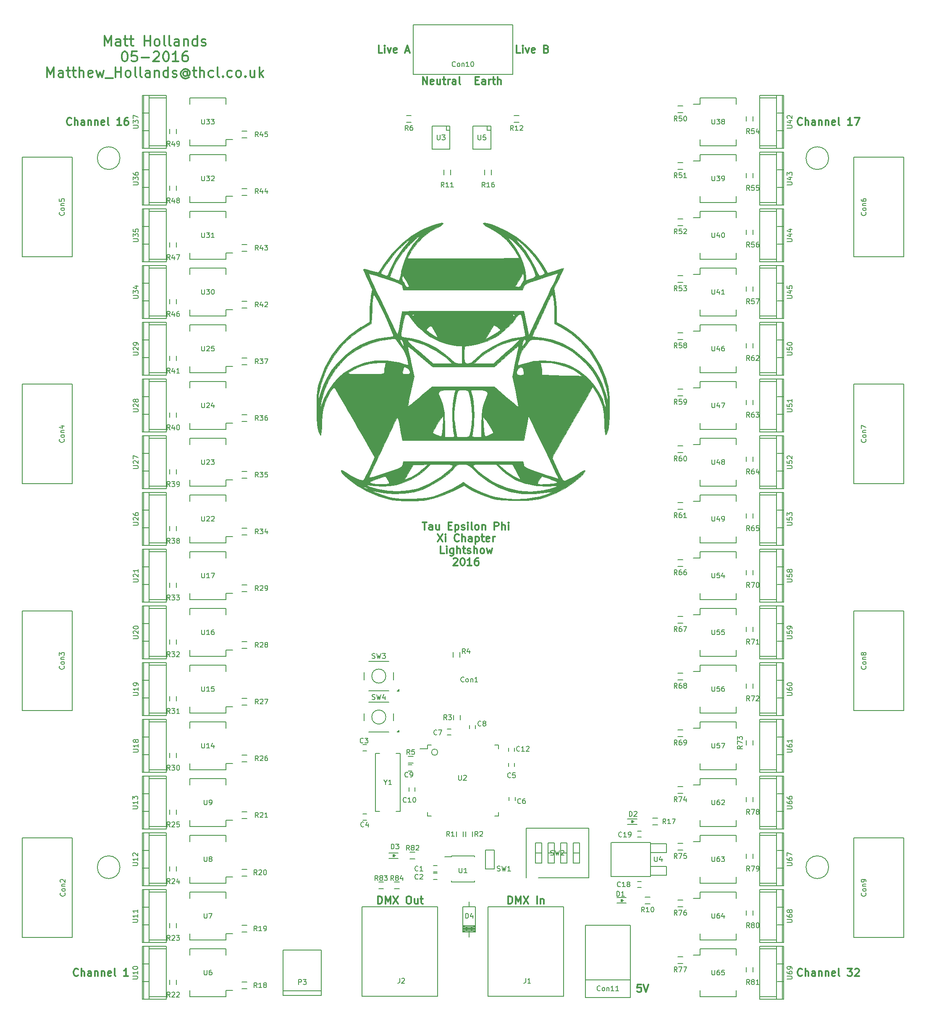
<source format=gbr>
G04 #@! TF.FileFunction,Legend,Top*
%FSLAX46Y46*%
G04 Gerber Fmt 4.6, Leading zero omitted, Abs format (unit mm)*
G04 Created by KiCad (PCBNEW 4.0.1-stable) date 02/05/2016 19:52:28*
%MOMM*%
G01*
G04 APERTURE LIST*
%ADD10C,0.100000*%
%ADD11C,0.200000*%
%ADD12C,0.300000*%
%ADD13C,0.150000*%
%ADD14C,0.010000*%
G04 APERTURE END LIST*
D10*
D11*
X147320000Y-187960000D02*
G75*
G03X147320000Y-187960000I-635000J0D01*
G01*
D12*
X135271429Y-218483571D02*
X135271429Y-216983571D01*
X135628572Y-216983571D01*
X135842857Y-217055000D01*
X135985715Y-217197857D01*
X136057143Y-217340714D01*
X136128572Y-217626429D01*
X136128572Y-217840714D01*
X136057143Y-218126429D01*
X135985715Y-218269286D01*
X135842857Y-218412143D01*
X135628572Y-218483571D01*
X135271429Y-218483571D01*
X136771429Y-218483571D02*
X136771429Y-216983571D01*
X137271429Y-218055000D01*
X137771429Y-216983571D01*
X137771429Y-218483571D01*
X138342858Y-216983571D02*
X139342858Y-218483571D01*
X139342858Y-216983571D02*
X138342858Y-218483571D01*
X141342857Y-216983571D02*
X141628571Y-216983571D01*
X141771429Y-217055000D01*
X141914286Y-217197857D01*
X141985714Y-217483571D01*
X141985714Y-217983571D01*
X141914286Y-218269286D01*
X141771429Y-218412143D01*
X141628571Y-218483571D01*
X141342857Y-218483571D01*
X141200000Y-218412143D01*
X141057143Y-218269286D01*
X140985714Y-217983571D01*
X140985714Y-217483571D01*
X141057143Y-217197857D01*
X141200000Y-217055000D01*
X141342857Y-216983571D01*
X143271429Y-217483571D02*
X143271429Y-218483571D01*
X142628572Y-217483571D02*
X142628572Y-218269286D01*
X142700000Y-218412143D01*
X142842858Y-218483571D01*
X143057143Y-218483571D01*
X143200000Y-218412143D01*
X143271429Y-218340714D01*
X143771429Y-217483571D02*
X144342858Y-217483571D01*
X143985715Y-216983571D02*
X143985715Y-218269286D01*
X144057143Y-218412143D01*
X144200001Y-218483571D01*
X144342858Y-218483571D01*
X161528572Y-218483571D02*
X161528572Y-216983571D01*
X161885715Y-216983571D01*
X162100000Y-217055000D01*
X162242858Y-217197857D01*
X162314286Y-217340714D01*
X162385715Y-217626429D01*
X162385715Y-217840714D01*
X162314286Y-218126429D01*
X162242858Y-218269286D01*
X162100000Y-218412143D01*
X161885715Y-218483571D01*
X161528572Y-218483571D01*
X163028572Y-218483571D02*
X163028572Y-216983571D01*
X163528572Y-218055000D01*
X164028572Y-216983571D01*
X164028572Y-218483571D01*
X164600001Y-216983571D02*
X165600001Y-218483571D01*
X165600001Y-216983571D02*
X164600001Y-218483571D01*
X167314286Y-218483571D02*
X167314286Y-216983571D01*
X168028572Y-217483571D02*
X168028572Y-218483571D01*
X168028572Y-217626429D02*
X168100000Y-217555000D01*
X168242858Y-217483571D01*
X168457143Y-217483571D01*
X168600000Y-217555000D01*
X168671429Y-217697857D01*
X168671429Y-218483571D01*
X188309287Y-234763571D02*
X187595001Y-234763571D01*
X187523572Y-235477857D01*
X187595001Y-235406429D01*
X187737858Y-235335000D01*
X188095001Y-235335000D01*
X188237858Y-235406429D01*
X188309287Y-235477857D01*
X188380715Y-235620714D01*
X188380715Y-235977857D01*
X188309287Y-236120714D01*
X188237858Y-236192143D01*
X188095001Y-236263571D01*
X187737858Y-236263571D01*
X187595001Y-236192143D01*
X187523572Y-236120714D01*
X188809286Y-234763571D02*
X189309286Y-236263571D01*
X189809286Y-234763571D01*
X80137001Y-45653438D02*
X80137001Y-43621438D01*
X80814334Y-45072867D01*
X81491667Y-43621438D01*
X81491667Y-45653438D01*
X83330144Y-45653438D02*
X83330144Y-44589057D01*
X83233382Y-44395533D01*
X83039858Y-44298771D01*
X82652810Y-44298771D01*
X82459287Y-44395533D01*
X83330144Y-45556676D02*
X83136620Y-45653438D01*
X82652810Y-45653438D01*
X82459287Y-45556676D01*
X82362525Y-45363152D01*
X82362525Y-45169629D01*
X82459287Y-44976105D01*
X82652810Y-44879343D01*
X83136620Y-44879343D01*
X83330144Y-44782581D01*
X84007477Y-44298771D02*
X84781572Y-44298771D01*
X84297763Y-43621438D02*
X84297763Y-45363152D01*
X84394524Y-45556676D01*
X84588048Y-45653438D01*
X84781572Y-45653438D01*
X85168620Y-44298771D02*
X85942715Y-44298771D01*
X85458906Y-43621438D02*
X85458906Y-45363152D01*
X85555667Y-45556676D01*
X85749191Y-45653438D01*
X85942715Y-45653438D01*
X88168239Y-45653438D02*
X88168239Y-43621438D01*
X88168239Y-44589057D02*
X89329381Y-44589057D01*
X89329381Y-45653438D02*
X89329381Y-43621438D01*
X90587286Y-45653438D02*
X90393762Y-45556676D01*
X90297001Y-45459914D01*
X90200239Y-45266390D01*
X90200239Y-44685819D01*
X90297001Y-44492295D01*
X90393762Y-44395533D01*
X90587286Y-44298771D01*
X90877572Y-44298771D01*
X91071096Y-44395533D01*
X91167858Y-44492295D01*
X91264620Y-44685819D01*
X91264620Y-45266390D01*
X91167858Y-45459914D01*
X91071096Y-45556676D01*
X90877572Y-45653438D01*
X90587286Y-45653438D01*
X92425762Y-45653438D02*
X92232238Y-45556676D01*
X92135477Y-45363152D01*
X92135477Y-43621438D01*
X93490143Y-45653438D02*
X93296619Y-45556676D01*
X93199858Y-45363152D01*
X93199858Y-43621438D01*
X95135096Y-45653438D02*
X95135096Y-44589057D01*
X95038334Y-44395533D01*
X94844810Y-44298771D01*
X94457762Y-44298771D01*
X94264239Y-44395533D01*
X95135096Y-45556676D02*
X94941572Y-45653438D01*
X94457762Y-45653438D01*
X94264239Y-45556676D01*
X94167477Y-45363152D01*
X94167477Y-45169629D01*
X94264239Y-44976105D01*
X94457762Y-44879343D01*
X94941572Y-44879343D01*
X95135096Y-44782581D01*
X96102715Y-44298771D02*
X96102715Y-45653438D01*
X96102715Y-44492295D02*
X96199476Y-44395533D01*
X96393000Y-44298771D01*
X96683286Y-44298771D01*
X96876810Y-44395533D01*
X96973572Y-44589057D01*
X96973572Y-45653438D01*
X98812048Y-45653438D02*
X98812048Y-43621438D01*
X98812048Y-45556676D02*
X98618524Y-45653438D01*
X98231476Y-45653438D01*
X98037952Y-45556676D01*
X97941191Y-45459914D01*
X97844429Y-45266390D01*
X97844429Y-44685819D01*
X97941191Y-44492295D01*
X98037952Y-44395533D01*
X98231476Y-44298771D01*
X98618524Y-44298771D01*
X98812048Y-44395533D01*
X99682905Y-45556676D02*
X99876428Y-45653438D01*
X100263476Y-45653438D01*
X100457000Y-45556676D01*
X100553762Y-45363152D01*
X100553762Y-45266390D01*
X100457000Y-45072867D01*
X100263476Y-44976105D01*
X99973190Y-44976105D01*
X99779667Y-44879343D01*
X99682905Y-44685819D01*
X99682905Y-44589057D01*
X99779667Y-44395533D01*
X99973190Y-44298771D01*
X100263476Y-44298771D01*
X100457000Y-44395533D01*
X84104238Y-46766238D02*
X84297762Y-46766238D01*
X84491286Y-46863000D01*
X84588048Y-46959762D01*
X84684810Y-47153286D01*
X84781571Y-47540333D01*
X84781571Y-48024143D01*
X84684810Y-48411190D01*
X84588048Y-48604714D01*
X84491286Y-48701476D01*
X84297762Y-48798238D01*
X84104238Y-48798238D01*
X83910714Y-48701476D01*
X83813952Y-48604714D01*
X83717191Y-48411190D01*
X83620429Y-48024143D01*
X83620429Y-47540333D01*
X83717191Y-47153286D01*
X83813952Y-46959762D01*
X83910714Y-46863000D01*
X84104238Y-46766238D01*
X86620048Y-46766238D02*
X85652429Y-46766238D01*
X85555667Y-47733857D01*
X85652429Y-47637095D01*
X85845952Y-47540333D01*
X86329762Y-47540333D01*
X86523286Y-47637095D01*
X86620048Y-47733857D01*
X86716809Y-47927381D01*
X86716809Y-48411190D01*
X86620048Y-48604714D01*
X86523286Y-48701476D01*
X86329762Y-48798238D01*
X85845952Y-48798238D01*
X85652429Y-48701476D01*
X85555667Y-48604714D01*
X87587667Y-48024143D02*
X89135857Y-48024143D01*
X90006715Y-46959762D02*
X90103477Y-46863000D01*
X90297000Y-46766238D01*
X90780810Y-46766238D01*
X90974334Y-46863000D01*
X91071096Y-46959762D01*
X91167857Y-47153286D01*
X91167857Y-47346810D01*
X91071096Y-47637095D01*
X89909953Y-48798238D01*
X91167857Y-48798238D01*
X92425762Y-46766238D02*
X92619286Y-46766238D01*
X92812810Y-46863000D01*
X92909572Y-46959762D01*
X93006334Y-47153286D01*
X93103095Y-47540333D01*
X93103095Y-48024143D01*
X93006334Y-48411190D01*
X92909572Y-48604714D01*
X92812810Y-48701476D01*
X92619286Y-48798238D01*
X92425762Y-48798238D01*
X92232238Y-48701476D01*
X92135476Y-48604714D01*
X92038715Y-48411190D01*
X91941953Y-48024143D01*
X91941953Y-47540333D01*
X92038715Y-47153286D01*
X92135476Y-46959762D01*
X92232238Y-46863000D01*
X92425762Y-46766238D01*
X95038333Y-48798238D02*
X93877191Y-48798238D01*
X94457762Y-48798238D02*
X94457762Y-46766238D01*
X94264238Y-47056524D01*
X94070714Y-47250048D01*
X93877191Y-47346810D01*
X96780048Y-46766238D02*
X96393000Y-46766238D01*
X96199476Y-46863000D01*
X96102714Y-46959762D01*
X95909191Y-47250048D01*
X95812429Y-47637095D01*
X95812429Y-48411190D01*
X95909191Y-48604714D01*
X96005952Y-48701476D01*
X96199476Y-48798238D01*
X96586524Y-48798238D01*
X96780048Y-48701476D01*
X96876810Y-48604714D01*
X96973571Y-48411190D01*
X96973571Y-47927381D01*
X96876810Y-47733857D01*
X96780048Y-47637095D01*
X96586524Y-47540333D01*
X96199476Y-47540333D01*
X96005952Y-47637095D01*
X95909191Y-47733857D01*
X95812429Y-47927381D01*
X68573955Y-51943038D02*
X68573955Y-49911038D01*
X69251288Y-51362467D01*
X69928621Y-49911038D01*
X69928621Y-51943038D01*
X71767098Y-51943038D02*
X71767098Y-50878657D01*
X71670336Y-50685133D01*
X71476812Y-50588371D01*
X71089764Y-50588371D01*
X70896241Y-50685133D01*
X71767098Y-51846276D02*
X71573574Y-51943038D01*
X71089764Y-51943038D01*
X70896241Y-51846276D01*
X70799479Y-51652752D01*
X70799479Y-51459229D01*
X70896241Y-51265705D01*
X71089764Y-51168943D01*
X71573574Y-51168943D01*
X71767098Y-51072181D01*
X72444431Y-50588371D02*
X73218526Y-50588371D01*
X72734717Y-49911038D02*
X72734717Y-51652752D01*
X72831478Y-51846276D01*
X73025002Y-51943038D01*
X73218526Y-51943038D01*
X73605574Y-50588371D02*
X74379669Y-50588371D01*
X73895860Y-49911038D02*
X73895860Y-51652752D01*
X73992621Y-51846276D01*
X74186145Y-51943038D01*
X74379669Y-51943038D01*
X75057003Y-51943038D02*
X75057003Y-49911038D01*
X75927860Y-51943038D02*
X75927860Y-50878657D01*
X75831098Y-50685133D01*
X75637574Y-50588371D01*
X75347288Y-50588371D01*
X75153764Y-50685133D01*
X75057003Y-50781895D01*
X77669574Y-51846276D02*
X77476050Y-51943038D01*
X77089002Y-51943038D01*
X76895479Y-51846276D01*
X76798717Y-51652752D01*
X76798717Y-50878657D01*
X76895479Y-50685133D01*
X77089002Y-50588371D01*
X77476050Y-50588371D01*
X77669574Y-50685133D01*
X77766336Y-50878657D01*
X77766336Y-51072181D01*
X76798717Y-51265705D01*
X78443669Y-50588371D02*
X78830716Y-51943038D01*
X79217764Y-50975419D01*
X79604812Y-51943038D01*
X79991859Y-50588371D01*
X80282145Y-52136562D02*
X81830335Y-52136562D01*
X82314145Y-51943038D02*
X82314145Y-49911038D01*
X82314145Y-50878657D02*
X83475287Y-50878657D01*
X83475287Y-51943038D02*
X83475287Y-49911038D01*
X84733192Y-51943038D02*
X84539668Y-51846276D01*
X84442907Y-51749514D01*
X84346145Y-51555990D01*
X84346145Y-50975419D01*
X84442907Y-50781895D01*
X84539668Y-50685133D01*
X84733192Y-50588371D01*
X85023478Y-50588371D01*
X85217002Y-50685133D01*
X85313764Y-50781895D01*
X85410526Y-50975419D01*
X85410526Y-51555990D01*
X85313764Y-51749514D01*
X85217002Y-51846276D01*
X85023478Y-51943038D01*
X84733192Y-51943038D01*
X86571668Y-51943038D02*
X86378144Y-51846276D01*
X86281383Y-51652752D01*
X86281383Y-49911038D01*
X87636049Y-51943038D02*
X87442525Y-51846276D01*
X87345764Y-51652752D01*
X87345764Y-49911038D01*
X89281002Y-51943038D02*
X89281002Y-50878657D01*
X89184240Y-50685133D01*
X88990716Y-50588371D01*
X88603668Y-50588371D01*
X88410145Y-50685133D01*
X89281002Y-51846276D02*
X89087478Y-51943038D01*
X88603668Y-51943038D01*
X88410145Y-51846276D01*
X88313383Y-51652752D01*
X88313383Y-51459229D01*
X88410145Y-51265705D01*
X88603668Y-51168943D01*
X89087478Y-51168943D01*
X89281002Y-51072181D01*
X90248621Y-50588371D02*
X90248621Y-51943038D01*
X90248621Y-50781895D02*
X90345382Y-50685133D01*
X90538906Y-50588371D01*
X90829192Y-50588371D01*
X91022716Y-50685133D01*
X91119478Y-50878657D01*
X91119478Y-51943038D01*
X92957954Y-51943038D02*
X92957954Y-49911038D01*
X92957954Y-51846276D02*
X92764430Y-51943038D01*
X92377382Y-51943038D01*
X92183858Y-51846276D01*
X92087097Y-51749514D01*
X91990335Y-51555990D01*
X91990335Y-50975419D01*
X92087097Y-50781895D01*
X92183858Y-50685133D01*
X92377382Y-50588371D01*
X92764430Y-50588371D01*
X92957954Y-50685133D01*
X93828811Y-51846276D02*
X94022334Y-51943038D01*
X94409382Y-51943038D01*
X94602906Y-51846276D01*
X94699668Y-51652752D01*
X94699668Y-51555990D01*
X94602906Y-51362467D01*
X94409382Y-51265705D01*
X94119096Y-51265705D01*
X93925573Y-51168943D01*
X93828811Y-50975419D01*
X93828811Y-50878657D01*
X93925573Y-50685133D01*
X94119096Y-50588371D01*
X94409382Y-50588371D01*
X94602906Y-50685133D01*
X96828429Y-50975419D02*
X96731667Y-50878657D01*
X96538144Y-50781895D01*
X96344620Y-50781895D01*
X96151096Y-50878657D01*
X96054334Y-50975419D01*
X95957572Y-51168943D01*
X95957572Y-51362467D01*
X96054334Y-51555990D01*
X96151096Y-51652752D01*
X96344620Y-51749514D01*
X96538144Y-51749514D01*
X96731667Y-51652752D01*
X96828429Y-51555990D01*
X96828429Y-50781895D02*
X96828429Y-51555990D01*
X96925191Y-51652752D01*
X97021953Y-51652752D01*
X97215477Y-51555990D01*
X97312239Y-51362467D01*
X97312239Y-50878657D01*
X97118715Y-50588371D01*
X96828429Y-50394848D01*
X96441382Y-50298086D01*
X96054334Y-50394848D01*
X95764048Y-50588371D01*
X95570525Y-50878657D01*
X95473763Y-51265705D01*
X95570525Y-51652752D01*
X95764048Y-51943038D01*
X96054334Y-52136562D01*
X96441382Y-52233324D01*
X96828429Y-52136562D01*
X97118715Y-51943038D01*
X97892810Y-50588371D02*
X98666905Y-50588371D01*
X98183096Y-49911038D02*
X98183096Y-51652752D01*
X98279857Y-51846276D01*
X98473381Y-51943038D01*
X98666905Y-51943038D01*
X99344239Y-51943038D02*
X99344239Y-49911038D01*
X100215096Y-51943038D02*
X100215096Y-50878657D01*
X100118334Y-50685133D01*
X99924810Y-50588371D01*
X99634524Y-50588371D01*
X99441000Y-50685133D01*
X99344239Y-50781895D01*
X102053572Y-51846276D02*
X101860048Y-51943038D01*
X101473000Y-51943038D01*
X101279476Y-51846276D01*
X101182715Y-51749514D01*
X101085953Y-51555990D01*
X101085953Y-50975419D01*
X101182715Y-50781895D01*
X101279476Y-50685133D01*
X101473000Y-50588371D01*
X101860048Y-50588371D01*
X102053572Y-50685133D01*
X103214714Y-51943038D02*
X103021190Y-51846276D01*
X102924429Y-51652752D01*
X102924429Y-49911038D01*
X103988810Y-51749514D02*
X104085571Y-51846276D01*
X103988810Y-51943038D01*
X103892048Y-51846276D01*
X103988810Y-51749514D01*
X103988810Y-51943038D01*
X105827286Y-51846276D02*
X105633762Y-51943038D01*
X105246714Y-51943038D01*
X105053190Y-51846276D01*
X104956429Y-51749514D01*
X104859667Y-51555990D01*
X104859667Y-50975419D01*
X104956429Y-50781895D01*
X105053190Y-50685133D01*
X105246714Y-50588371D01*
X105633762Y-50588371D01*
X105827286Y-50685133D01*
X106988428Y-51943038D02*
X106794904Y-51846276D01*
X106698143Y-51749514D01*
X106601381Y-51555990D01*
X106601381Y-50975419D01*
X106698143Y-50781895D01*
X106794904Y-50685133D01*
X106988428Y-50588371D01*
X107278714Y-50588371D01*
X107472238Y-50685133D01*
X107569000Y-50781895D01*
X107665762Y-50975419D01*
X107665762Y-51555990D01*
X107569000Y-51749514D01*
X107472238Y-51846276D01*
X107278714Y-51943038D01*
X106988428Y-51943038D01*
X108536619Y-51749514D02*
X108633380Y-51846276D01*
X108536619Y-51943038D01*
X108439857Y-51846276D01*
X108536619Y-51749514D01*
X108536619Y-51943038D01*
X110375095Y-50588371D02*
X110375095Y-51943038D01*
X109504238Y-50588371D02*
X109504238Y-51652752D01*
X109600999Y-51846276D01*
X109794523Y-51943038D01*
X110084809Y-51943038D01*
X110278333Y-51846276D01*
X110375095Y-51749514D01*
X111342714Y-51943038D02*
X111342714Y-49911038D01*
X111536237Y-51168943D02*
X112116809Y-51943038D01*
X112116809Y-50588371D02*
X111342714Y-51362467D01*
X144249285Y-141628571D02*
X145106428Y-141628571D01*
X144677857Y-143128571D02*
X144677857Y-141628571D01*
X146249285Y-143128571D02*
X146249285Y-142342857D01*
X146177856Y-142200000D01*
X146034999Y-142128571D01*
X145749285Y-142128571D01*
X145606428Y-142200000D01*
X146249285Y-143057143D02*
X146106428Y-143128571D01*
X145749285Y-143128571D01*
X145606428Y-143057143D01*
X145534999Y-142914286D01*
X145534999Y-142771429D01*
X145606428Y-142628571D01*
X145749285Y-142557143D01*
X146106428Y-142557143D01*
X146249285Y-142485714D01*
X147606428Y-142128571D02*
X147606428Y-143128571D01*
X146963571Y-142128571D02*
X146963571Y-142914286D01*
X147034999Y-143057143D01*
X147177857Y-143128571D01*
X147392142Y-143128571D01*
X147534999Y-143057143D01*
X147606428Y-142985714D01*
X149463571Y-142342857D02*
X149963571Y-142342857D01*
X150177857Y-143128571D02*
X149463571Y-143128571D01*
X149463571Y-141628571D01*
X150177857Y-141628571D01*
X150820714Y-142128571D02*
X150820714Y-143628571D01*
X150820714Y-142200000D02*
X150963571Y-142128571D01*
X151249285Y-142128571D01*
X151392142Y-142200000D01*
X151463571Y-142271429D01*
X151535000Y-142414286D01*
X151535000Y-142842857D01*
X151463571Y-142985714D01*
X151392142Y-143057143D01*
X151249285Y-143128571D01*
X150963571Y-143128571D01*
X150820714Y-143057143D01*
X152106428Y-143057143D02*
X152249285Y-143128571D01*
X152535000Y-143128571D01*
X152677857Y-143057143D01*
X152749285Y-142914286D01*
X152749285Y-142842857D01*
X152677857Y-142700000D01*
X152535000Y-142628571D01*
X152320714Y-142628571D01*
X152177857Y-142557143D01*
X152106428Y-142414286D01*
X152106428Y-142342857D01*
X152177857Y-142200000D01*
X152320714Y-142128571D01*
X152535000Y-142128571D01*
X152677857Y-142200000D01*
X153392143Y-143128571D02*
X153392143Y-142128571D01*
X153392143Y-141628571D02*
X153320714Y-141700000D01*
X153392143Y-141771429D01*
X153463571Y-141700000D01*
X153392143Y-141628571D01*
X153392143Y-141771429D01*
X154320715Y-143128571D02*
X154177857Y-143057143D01*
X154106429Y-142914286D01*
X154106429Y-141628571D01*
X155106429Y-143128571D02*
X154963571Y-143057143D01*
X154892143Y-142985714D01*
X154820714Y-142842857D01*
X154820714Y-142414286D01*
X154892143Y-142271429D01*
X154963571Y-142200000D01*
X155106429Y-142128571D01*
X155320714Y-142128571D01*
X155463571Y-142200000D01*
X155535000Y-142271429D01*
X155606429Y-142414286D01*
X155606429Y-142842857D01*
X155535000Y-142985714D01*
X155463571Y-143057143D01*
X155320714Y-143128571D01*
X155106429Y-143128571D01*
X156249286Y-142128571D02*
X156249286Y-143128571D01*
X156249286Y-142271429D02*
X156320714Y-142200000D01*
X156463572Y-142128571D01*
X156677857Y-142128571D01*
X156820714Y-142200000D01*
X156892143Y-142342857D01*
X156892143Y-143128571D01*
X158749286Y-143128571D02*
X158749286Y-141628571D01*
X159320714Y-141628571D01*
X159463572Y-141700000D01*
X159535000Y-141771429D01*
X159606429Y-141914286D01*
X159606429Y-142128571D01*
X159535000Y-142271429D01*
X159463572Y-142342857D01*
X159320714Y-142414286D01*
X158749286Y-142414286D01*
X160249286Y-143128571D02*
X160249286Y-141628571D01*
X160892143Y-143128571D02*
X160892143Y-142342857D01*
X160820714Y-142200000D01*
X160677857Y-142128571D01*
X160463572Y-142128571D01*
X160320714Y-142200000D01*
X160249286Y-142271429D01*
X161606429Y-143128571D02*
X161606429Y-142128571D01*
X161606429Y-141628571D02*
X161535000Y-141700000D01*
X161606429Y-141771429D01*
X161677857Y-141700000D01*
X161606429Y-141628571D01*
X161606429Y-141771429D01*
X147285001Y-144028571D02*
X148285001Y-145528571D01*
X148285001Y-144028571D02*
X147285001Y-145528571D01*
X148856429Y-145528571D02*
X148856429Y-144528571D01*
X148856429Y-144028571D02*
X148785000Y-144100000D01*
X148856429Y-144171429D01*
X148927857Y-144100000D01*
X148856429Y-144028571D01*
X148856429Y-144171429D01*
X151570715Y-145385714D02*
X151499286Y-145457143D01*
X151285000Y-145528571D01*
X151142143Y-145528571D01*
X150927858Y-145457143D01*
X150785000Y-145314286D01*
X150713572Y-145171429D01*
X150642143Y-144885714D01*
X150642143Y-144671429D01*
X150713572Y-144385714D01*
X150785000Y-144242857D01*
X150927858Y-144100000D01*
X151142143Y-144028571D01*
X151285000Y-144028571D01*
X151499286Y-144100000D01*
X151570715Y-144171429D01*
X152213572Y-145528571D02*
X152213572Y-144028571D01*
X152856429Y-145528571D02*
X152856429Y-144742857D01*
X152785000Y-144600000D01*
X152642143Y-144528571D01*
X152427858Y-144528571D01*
X152285000Y-144600000D01*
X152213572Y-144671429D01*
X154213572Y-145528571D02*
X154213572Y-144742857D01*
X154142143Y-144600000D01*
X153999286Y-144528571D01*
X153713572Y-144528571D01*
X153570715Y-144600000D01*
X154213572Y-145457143D02*
X154070715Y-145528571D01*
X153713572Y-145528571D01*
X153570715Y-145457143D01*
X153499286Y-145314286D01*
X153499286Y-145171429D01*
X153570715Y-145028571D01*
X153713572Y-144957143D01*
X154070715Y-144957143D01*
X154213572Y-144885714D01*
X154927858Y-144528571D02*
X154927858Y-146028571D01*
X154927858Y-144600000D02*
X155070715Y-144528571D01*
X155356429Y-144528571D01*
X155499286Y-144600000D01*
X155570715Y-144671429D01*
X155642144Y-144814286D01*
X155642144Y-145242857D01*
X155570715Y-145385714D01*
X155499286Y-145457143D01*
X155356429Y-145528571D01*
X155070715Y-145528571D01*
X154927858Y-145457143D01*
X156070715Y-144528571D02*
X156642144Y-144528571D01*
X156285001Y-144028571D02*
X156285001Y-145314286D01*
X156356429Y-145457143D01*
X156499287Y-145528571D01*
X156642144Y-145528571D01*
X157713572Y-145457143D02*
X157570715Y-145528571D01*
X157285001Y-145528571D01*
X157142144Y-145457143D01*
X157070715Y-145314286D01*
X157070715Y-144742857D01*
X157142144Y-144600000D01*
X157285001Y-144528571D01*
X157570715Y-144528571D01*
X157713572Y-144600000D01*
X157785001Y-144742857D01*
X157785001Y-144885714D01*
X157070715Y-145028571D01*
X158427858Y-145528571D02*
X158427858Y-144528571D01*
X158427858Y-144814286D02*
X158499286Y-144671429D01*
X158570715Y-144600000D01*
X158713572Y-144528571D01*
X158856429Y-144528571D01*
X148606428Y-147928571D02*
X147892142Y-147928571D01*
X147892142Y-146428571D01*
X149106428Y-147928571D02*
X149106428Y-146928571D01*
X149106428Y-146428571D02*
X149034999Y-146500000D01*
X149106428Y-146571429D01*
X149177856Y-146500000D01*
X149106428Y-146428571D01*
X149106428Y-146571429D01*
X150463571Y-146928571D02*
X150463571Y-148142857D01*
X150392142Y-148285714D01*
X150320714Y-148357143D01*
X150177857Y-148428571D01*
X149963571Y-148428571D01*
X149820714Y-148357143D01*
X150463571Y-147857143D02*
X150320714Y-147928571D01*
X150035000Y-147928571D01*
X149892142Y-147857143D01*
X149820714Y-147785714D01*
X149749285Y-147642857D01*
X149749285Y-147214286D01*
X149820714Y-147071429D01*
X149892142Y-147000000D01*
X150035000Y-146928571D01*
X150320714Y-146928571D01*
X150463571Y-147000000D01*
X151177857Y-147928571D02*
X151177857Y-146428571D01*
X151820714Y-147928571D02*
X151820714Y-147142857D01*
X151749285Y-147000000D01*
X151606428Y-146928571D01*
X151392143Y-146928571D01*
X151249285Y-147000000D01*
X151177857Y-147071429D01*
X152320714Y-146928571D02*
X152892143Y-146928571D01*
X152535000Y-146428571D02*
X152535000Y-147714286D01*
X152606428Y-147857143D01*
X152749286Y-147928571D01*
X152892143Y-147928571D01*
X153320714Y-147857143D02*
X153463571Y-147928571D01*
X153749286Y-147928571D01*
X153892143Y-147857143D01*
X153963571Y-147714286D01*
X153963571Y-147642857D01*
X153892143Y-147500000D01*
X153749286Y-147428571D01*
X153535000Y-147428571D01*
X153392143Y-147357143D01*
X153320714Y-147214286D01*
X153320714Y-147142857D01*
X153392143Y-147000000D01*
X153535000Y-146928571D01*
X153749286Y-146928571D01*
X153892143Y-147000000D01*
X154606429Y-147928571D02*
X154606429Y-146428571D01*
X155249286Y-147928571D02*
X155249286Y-147142857D01*
X155177857Y-147000000D01*
X155035000Y-146928571D01*
X154820715Y-146928571D01*
X154677857Y-147000000D01*
X154606429Y-147071429D01*
X156177858Y-147928571D02*
X156035000Y-147857143D01*
X155963572Y-147785714D01*
X155892143Y-147642857D01*
X155892143Y-147214286D01*
X155963572Y-147071429D01*
X156035000Y-147000000D01*
X156177858Y-146928571D01*
X156392143Y-146928571D01*
X156535000Y-147000000D01*
X156606429Y-147071429D01*
X156677858Y-147214286D01*
X156677858Y-147642857D01*
X156606429Y-147785714D01*
X156535000Y-147857143D01*
X156392143Y-147928571D01*
X156177858Y-147928571D01*
X157177858Y-146928571D02*
X157463572Y-147928571D01*
X157749286Y-147214286D01*
X158035001Y-147928571D01*
X158320715Y-146928571D01*
X150463572Y-148971429D02*
X150535001Y-148900000D01*
X150677858Y-148828571D01*
X151035001Y-148828571D01*
X151177858Y-148900000D01*
X151249287Y-148971429D01*
X151320715Y-149114286D01*
X151320715Y-149257143D01*
X151249287Y-149471429D01*
X150392144Y-150328571D01*
X151320715Y-150328571D01*
X152249286Y-148828571D02*
X152392143Y-148828571D01*
X152535000Y-148900000D01*
X152606429Y-148971429D01*
X152677858Y-149114286D01*
X152749286Y-149400000D01*
X152749286Y-149757143D01*
X152677858Y-150042857D01*
X152606429Y-150185714D01*
X152535000Y-150257143D01*
X152392143Y-150328571D01*
X152249286Y-150328571D01*
X152106429Y-150257143D01*
X152035000Y-150185714D01*
X151963572Y-150042857D01*
X151892143Y-149757143D01*
X151892143Y-149400000D01*
X151963572Y-149114286D01*
X152035000Y-148971429D01*
X152106429Y-148900000D01*
X152249286Y-148828571D01*
X154177857Y-150328571D02*
X153320714Y-150328571D01*
X153749286Y-150328571D02*
X153749286Y-148828571D01*
X153606429Y-149042857D01*
X153463571Y-149185714D01*
X153320714Y-149257143D01*
X155463571Y-148828571D02*
X155177857Y-148828571D01*
X155035000Y-148900000D01*
X154963571Y-148971429D01*
X154820714Y-149185714D01*
X154749285Y-149471429D01*
X154749285Y-150042857D01*
X154820714Y-150185714D01*
X154892142Y-150257143D01*
X155035000Y-150328571D01*
X155320714Y-150328571D01*
X155463571Y-150257143D01*
X155535000Y-150185714D01*
X155606428Y-150042857D01*
X155606428Y-149685714D01*
X155535000Y-149542857D01*
X155463571Y-149471429D01*
X155320714Y-149400000D01*
X155035000Y-149400000D01*
X154892142Y-149471429D01*
X154820714Y-149542857D01*
X154749285Y-149685714D01*
X220774287Y-232945714D02*
X220702858Y-233017143D01*
X220488572Y-233088571D01*
X220345715Y-233088571D01*
X220131430Y-233017143D01*
X219988572Y-232874286D01*
X219917144Y-232731429D01*
X219845715Y-232445714D01*
X219845715Y-232231429D01*
X219917144Y-231945714D01*
X219988572Y-231802857D01*
X220131430Y-231660000D01*
X220345715Y-231588571D01*
X220488572Y-231588571D01*
X220702858Y-231660000D01*
X220774287Y-231731429D01*
X221417144Y-233088571D02*
X221417144Y-231588571D01*
X222060001Y-233088571D02*
X222060001Y-232302857D01*
X221988572Y-232160000D01*
X221845715Y-232088571D01*
X221631430Y-232088571D01*
X221488572Y-232160000D01*
X221417144Y-232231429D01*
X223417144Y-233088571D02*
X223417144Y-232302857D01*
X223345715Y-232160000D01*
X223202858Y-232088571D01*
X222917144Y-232088571D01*
X222774287Y-232160000D01*
X223417144Y-233017143D02*
X223274287Y-233088571D01*
X222917144Y-233088571D01*
X222774287Y-233017143D01*
X222702858Y-232874286D01*
X222702858Y-232731429D01*
X222774287Y-232588571D01*
X222917144Y-232517143D01*
X223274287Y-232517143D01*
X223417144Y-232445714D01*
X224131430Y-232088571D02*
X224131430Y-233088571D01*
X224131430Y-232231429D02*
X224202858Y-232160000D01*
X224345716Y-232088571D01*
X224560001Y-232088571D01*
X224702858Y-232160000D01*
X224774287Y-232302857D01*
X224774287Y-233088571D01*
X225488573Y-232088571D02*
X225488573Y-233088571D01*
X225488573Y-232231429D02*
X225560001Y-232160000D01*
X225702859Y-232088571D01*
X225917144Y-232088571D01*
X226060001Y-232160000D01*
X226131430Y-232302857D01*
X226131430Y-233088571D01*
X227417144Y-233017143D02*
X227274287Y-233088571D01*
X226988573Y-233088571D01*
X226845716Y-233017143D01*
X226774287Y-232874286D01*
X226774287Y-232302857D01*
X226845716Y-232160000D01*
X226988573Y-232088571D01*
X227274287Y-232088571D01*
X227417144Y-232160000D01*
X227488573Y-232302857D01*
X227488573Y-232445714D01*
X226774287Y-232588571D01*
X228345716Y-233088571D02*
X228202858Y-233017143D01*
X228131430Y-232874286D01*
X228131430Y-231588571D01*
X229917144Y-231588571D02*
X230845715Y-231588571D01*
X230345715Y-232160000D01*
X230560001Y-232160000D01*
X230702858Y-232231429D01*
X230774287Y-232302857D01*
X230845715Y-232445714D01*
X230845715Y-232802857D01*
X230774287Y-232945714D01*
X230702858Y-233017143D01*
X230560001Y-233088571D01*
X230131429Y-233088571D01*
X229988572Y-233017143D01*
X229917144Y-232945714D01*
X231417143Y-231731429D02*
X231488572Y-231660000D01*
X231631429Y-231588571D01*
X231988572Y-231588571D01*
X232131429Y-231660000D01*
X232202858Y-231731429D01*
X232274286Y-231874286D01*
X232274286Y-232017143D01*
X232202858Y-232231429D01*
X231345715Y-233088571D01*
X232274286Y-233088571D01*
X220774287Y-61495714D02*
X220702858Y-61567143D01*
X220488572Y-61638571D01*
X220345715Y-61638571D01*
X220131430Y-61567143D01*
X219988572Y-61424286D01*
X219917144Y-61281429D01*
X219845715Y-60995714D01*
X219845715Y-60781429D01*
X219917144Y-60495714D01*
X219988572Y-60352857D01*
X220131430Y-60210000D01*
X220345715Y-60138571D01*
X220488572Y-60138571D01*
X220702858Y-60210000D01*
X220774287Y-60281429D01*
X221417144Y-61638571D02*
X221417144Y-60138571D01*
X222060001Y-61638571D02*
X222060001Y-60852857D01*
X221988572Y-60710000D01*
X221845715Y-60638571D01*
X221631430Y-60638571D01*
X221488572Y-60710000D01*
X221417144Y-60781429D01*
X223417144Y-61638571D02*
X223417144Y-60852857D01*
X223345715Y-60710000D01*
X223202858Y-60638571D01*
X222917144Y-60638571D01*
X222774287Y-60710000D01*
X223417144Y-61567143D02*
X223274287Y-61638571D01*
X222917144Y-61638571D01*
X222774287Y-61567143D01*
X222702858Y-61424286D01*
X222702858Y-61281429D01*
X222774287Y-61138571D01*
X222917144Y-61067143D01*
X223274287Y-61067143D01*
X223417144Y-60995714D01*
X224131430Y-60638571D02*
X224131430Y-61638571D01*
X224131430Y-60781429D02*
X224202858Y-60710000D01*
X224345716Y-60638571D01*
X224560001Y-60638571D01*
X224702858Y-60710000D01*
X224774287Y-60852857D01*
X224774287Y-61638571D01*
X225488573Y-60638571D02*
X225488573Y-61638571D01*
X225488573Y-60781429D02*
X225560001Y-60710000D01*
X225702859Y-60638571D01*
X225917144Y-60638571D01*
X226060001Y-60710000D01*
X226131430Y-60852857D01*
X226131430Y-61638571D01*
X227417144Y-61567143D02*
X227274287Y-61638571D01*
X226988573Y-61638571D01*
X226845716Y-61567143D01*
X226774287Y-61424286D01*
X226774287Y-60852857D01*
X226845716Y-60710000D01*
X226988573Y-60638571D01*
X227274287Y-60638571D01*
X227417144Y-60710000D01*
X227488573Y-60852857D01*
X227488573Y-60995714D01*
X226774287Y-61138571D01*
X228345716Y-61638571D02*
X228202858Y-61567143D01*
X228131430Y-61424286D01*
X228131430Y-60138571D01*
X230845715Y-61638571D02*
X229988572Y-61638571D01*
X230417144Y-61638571D02*
X230417144Y-60138571D01*
X230274287Y-60352857D01*
X230131429Y-60495714D01*
X229988572Y-60567143D01*
X231345715Y-60138571D02*
X232345715Y-60138571D01*
X231702858Y-61638571D01*
X73454287Y-61495714D02*
X73382858Y-61567143D01*
X73168572Y-61638571D01*
X73025715Y-61638571D01*
X72811430Y-61567143D01*
X72668572Y-61424286D01*
X72597144Y-61281429D01*
X72525715Y-60995714D01*
X72525715Y-60781429D01*
X72597144Y-60495714D01*
X72668572Y-60352857D01*
X72811430Y-60210000D01*
X73025715Y-60138571D01*
X73168572Y-60138571D01*
X73382858Y-60210000D01*
X73454287Y-60281429D01*
X74097144Y-61638571D02*
X74097144Y-60138571D01*
X74740001Y-61638571D02*
X74740001Y-60852857D01*
X74668572Y-60710000D01*
X74525715Y-60638571D01*
X74311430Y-60638571D01*
X74168572Y-60710000D01*
X74097144Y-60781429D01*
X76097144Y-61638571D02*
X76097144Y-60852857D01*
X76025715Y-60710000D01*
X75882858Y-60638571D01*
X75597144Y-60638571D01*
X75454287Y-60710000D01*
X76097144Y-61567143D02*
X75954287Y-61638571D01*
X75597144Y-61638571D01*
X75454287Y-61567143D01*
X75382858Y-61424286D01*
X75382858Y-61281429D01*
X75454287Y-61138571D01*
X75597144Y-61067143D01*
X75954287Y-61067143D01*
X76097144Y-60995714D01*
X76811430Y-60638571D02*
X76811430Y-61638571D01*
X76811430Y-60781429D02*
X76882858Y-60710000D01*
X77025716Y-60638571D01*
X77240001Y-60638571D01*
X77382858Y-60710000D01*
X77454287Y-60852857D01*
X77454287Y-61638571D01*
X78168573Y-60638571D02*
X78168573Y-61638571D01*
X78168573Y-60781429D02*
X78240001Y-60710000D01*
X78382859Y-60638571D01*
X78597144Y-60638571D01*
X78740001Y-60710000D01*
X78811430Y-60852857D01*
X78811430Y-61638571D01*
X80097144Y-61567143D02*
X79954287Y-61638571D01*
X79668573Y-61638571D01*
X79525716Y-61567143D01*
X79454287Y-61424286D01*
X79454287Y-60852857D01*
X79525716Y-60710000D01*
X79668573Y-60638571D01*
X79954287Y-60638571D01*
X80097144Y-60710000D01*
X80168573Y-60852857D01*
X80168573Y-60995714D01*
X79454287Y-61138571D01*
X81025716Y-61638571D02*
X80882858Y-61567143D01*
X80811430Y-61424286D01*
X80811430Y-60138571D01*
X83525715Y-61638571D02*
X82668572Y-61638571D01*
X83097144Y-61638571D02*
X83097144Y-60138571D01*
X82954287Y-60352857D01*
X82811429Y-60495714D01*
X82668572Y-60567143D01*
X84811429Y-60138571D02*
X84525715Y-60138571D01*
X84382858Y-60210000D01*
X84311429Y-60281429D01*
X84168572Y-60495714D01*
X84097143Y-60781429D01*
X84097143Y-61352857D01*
X84168572Y-61495714D01*
X84240000Y-61567143D01*
X84382858Y-61638571D01*
X84668572Y-61638571D01*
X84811429Y-61567143D01*
X84882858Y-61495714D01*
X84954286Y-61352857D01*
X84954286Y-60995714D01*
X84882858Y-60852857D01*
X84811429Y-60781429D01*
X84668572Y-60710000D01*
X84382858Y-60710000D01*
X84240000Y-60781429D01*
X84168572Y-60852857D01*
X84097143Y-60995714D01*
X74803572Y-232945714D02*
X74732143Y-233017143D01*
X74517857Y-233088571D01*
X74375000Y-233088571D01*
X74160715Y-233017143D01*
X74017857Y-232874286D01*
X73946429Y-232731429D01*
X73875000Y-232445714D01*
X73875000Y-232231429D01*
X73946429Y-231945714D01*
X74017857Y-231802857D01*
X74160715Y-231660000D01*
X74375000Y-231588571D01*
X74517857Y-231588571D01*
X74732143Y-231660000D01*
X74803572Y-231731429D01*
X75446429Y-233088571D02*
X75446429Y-231588571D01*
X76089286Y-233088571D02*
X76089286Y-232302857D01*
X76017857Y-232160000D01*
X75875000Y-232088571D01*
X75660715Y-232088571D01*
X75517857Y-232160000D01*
X75446429Y-232231429D01*
X77446429Y-233088571D02*
X77446429Y-232302857D01*
X77375000Y-232160000D01*
X77232143Y-232088571D01*
X76946429Y-232088571D01*
X76803572Y-232160000D01*
X77446429Y-233017143D02*
X77303572Y-233088571D01*
X76946429Y-233088571D01*
X76803572Y-233017143D01*
X76732143Y-232874286D01*
X76732143Y-232731429D01*
X76803572Y-232588571D01*
X76946429Y-232517143D01*
X77303572Y-232517143D01*
X77446429Y-232445714D01*
X78160715Y-232088571D02*
X78160715Y-233088571D01*
X78160715Y-232231429D02*
X78232143Y-232160000D01*
X78375001Y-232088571D01*
X78589286Y-232088571D01*
X78732143Y-232160000D01*
X78803572Y-232302857D01*
X78803572Y-233088571D01*
X79517858Y-232088571D02*
X79517858Y-233088571D01*
X79517858Y-232231429D02*
X79589286Y-232160000D01*
X79732144Y-232088571D01*
X79946429Y-232088571D01*
X80089286Y-232160000D01*
X80160715Y-232302857D01*
X80160715Y-233088571D01*
X81446429Y-233017143D02*
X81303572Y-233088571D01*
X81017858Y-233088571D01*
X80875001Y-233017143D01*
X80803572Y-232874286D01*
X80803572Y-232302857D01*
X80875001Y-232160000D01*
X81017858Y-232088571D01*
X81303572Y-232088571D01*
X81446429Y-232160000D01*
X81517858Y-232302857D01*
X81517858Y-232445714D01*
X80803572Y-232588571D01*
X82375001Y-233088571D02*
X82232143Y-233017143D01*
X82160715Y-232874286D01*
X82160715Y-231588571D01*
X84875000Y-233088571D02*
X84017857Y-233088571D01*
X84446429Y-233088571D02*
X84446429Y-231588571D01*
X84303572Y-231802857D01*
X84160714Y-231945714D01*
X84017857Y-232017143D01*
X144304286Y-53383571D02*
X144304286Y-51883571D01*
X145161429Y-53383571D01*
X145161429Y-51883571D01*
X146447143Y-53312143D02*
X146304286Y-53383571D01*
X146018572Y-53383571D01*
X145875715Y-53312143D01*
X145804286Y-53169286D01*
X145804286Y-52597857D01*
X145875715Y-52455000D01*
X146018572Y-52383571D01*
X146304286Y-52383571D01*
X146447143Y-52455000D01*
X146518572Y-52597857D01*
X146518572Y-52740714D01*
X145804286Y-52883571D01*
X147804286Y-52383571D02*
X147804286Y-53383571D01*
X147161429Y-52383571D02*
X147161429Y-53169286D01*
X147232857Y-53312143D01*
X147375715Y-53383571D01*
X147590000Y-53383571D01*
X147732857Y-53312143D01*
X147804286Y-53240714D01*
X148304286Y-52383571D02*
X148875715Y-52383571D01*
X148518572Y-51883571D02*
X148518572Y-53169286D01*
X148590000Y-53312143D01*
X148732858Y-53383571D01*
X148875715Y-53383571D01*
X149375715Y-53383571D02*
X149375715Y-52383571D01*
X149375715Y-52669286D02*
X149447143Y-52526429D01*
X149518572Y-52455000D01*
X149661429Y-52383571D01*
X149804286Y-52383571D01*
X150947143Y-53383571D02*
X150947143Y-52597857D01*
X150875714Y-52455000D01*
X150732857Y-52383571D01*
X150447143Y-52383571D01*
X150304286Y-52455000D01*
X150947143Y-53312143D02*
X150804286Y-53383571D01*
X150447143Y-53383571D01*
X150304286Y-53312143D01*
X150232857Y-53169286D01*
X150232857Y-53026429D01*
X150304286Y-52883571D01*
X150447143Y-52812143D01*
X150804286Y-52812143D01*
X150947143Y-52740714D01*
X151875715Y-53383571D02*
X151732857Y-53312143D01*
X151661429Y-53169286D01*
X151661429Y-51883571D01*
X154908572Y-52597857D02*
X155408572Y-52597857D01*
X155622858Y-53383571D02*
X154908572Y-53383571D01*
X154908572Y-51883571D01*
X155622858Y-51883571D01*
X156908572Y-53383571D02*
X156908572Y-52597857D01*
X156837143Y-52455000D01*
X156694286Y-52383571D01*
X156408572Y-52383571D01*
X156265715Y-52455000D01*
X156908572Y-53312143D02*
X156765715Y-53383571D01*
X156408572Y-53383571D01*
X156265715Y-53312143D01*
X156194286Y-53169286D01*
X156194286Y-53026429D01*
X156265715Y-52883571D01*
X156408572Y-52812143D01*
X156765715Y-52812143D01*
X156908572Y-52740714D01*
X157622858Y-53383571D02*
X157622858Y-52383571D01*
X157622858Y-52669286D02*
X157694286Y-52526429D01*
X157765715Y-52455000D01*
X157908572Y-52383571D01*
X158051429Y-52383571D01*
X158337143Y-52383571D02*
X158908572Y-52383571D01*
X158551429Y-51883571D02*
X158551429Y-53169286D01*
X158622857Y-53312143D01*
X158765715Y-53383571D01*
X158908572Y-53383571D01*
X159408572Y-53383571D02*
X159408572Y-51883571D01*
X160051429Y-53383571D02*
X160051429Y-52597857D01*
X159980000Y-52455000D01*
X159837143Y-52383571D01*
X159622858Y-52383571D01*
X159480000Y-52455000D01*
X159408572Y-52526429D01*
X163941429Y-47033571D02*
X163227143Y-47033571D01*
X163227143Y-45533571D01*
X164441429Y-47033571D02*
X164441429Y-46033571D01*
X164441429Y-45533571D02*
X164370000Y-45605000D01*
X164441429Y-45676429D01*
X164512857Y-45605000D01*
X164441429Y-45533571D01*
X164441429Y-45676429D01*
X165012858Y-46033571D02*
X165370001Y-47033571D01*
X165727143Y-46033571D01*
X166870000Y-46962143D02*
X166727143Y-47033571D01*
X166441429Y-47033571D01*
X166298572Y-46962143D01*
X166227143Y-46819286D01*
X166227143Y-46247857D01*
X166298572Y-46105000D01*
X166441429Y-46033571D01*
X166727143Y-46033571D01*
X166870000Y-46105000D01*
X166941429Y-46247857D01*
X166941429Y-46390714D01*
X166227143Y-46533571D01*
X169227143Y-46247857D02*
X169441429Y-46319286D01*
X169512857Y-46390714D01*
X169584286Y-46533571D01*
X169584286Y-46747857D01*
X169512857Y-46890714D01*
X169441429Y-46962143D01*
X169298571Y-47033571D01*
X168727143Y-47033571D01*
X168727143Y-45533571D01*
X169227143Y-45533571D01*
X169370000Y-45605000D01*
X169441429Y-45676429D01*
X169512857Y-45819286D01*
X169512857Y-45962143D01*
X169441429Y-46105000D01*
X169370000Y-46176429D01*
X169227143Y-46247857D01*
X168727143Y-46247857D01*
X136108572Y-47033571D02*
X135394286Y-47033571D01*
X135394286Y-45533571D01*
X136608572Y-47033571D02*
X136608572Y-46033571D01*
X136608572Y-45533571D02*
X136537143Y-45605000D01*
X136608572Y-45676429D01*
X136680000Y-45605000D01*
X136608572Y-45533571D01*
X136608572Y-45676429D01*
X137180001Y-46033571D02*
X137537144Y-47033571D01*
X137894286Y-46033571D01*
X139037143Y-46962143D02*
X138894286Y-47033571D01*
X138608572Y-47033571D01*
X138465715Y-46962143D01*
X138394286Y-46819286D01*
X138394286Y-46247857D01*
X138465715Y-46105000D01*
X138608572Y-46033571D01*
X138894286Y-46033571D01*
X139037143Y-46105000D01*
X139108572Y-46247857D01*
X139108572Y-46390714D01*
X138394286Y-46533571D01*
X140822857Y-46605000D02*
X141537143Y-46605000D01*
X140680000Y-47033571D02*
X141180000Y-45533571D01*
X141680000Y-47033571D01*
D13*
X161579000Y-187802000D02*
X161579000Y-187102000D01*
X162779000Y-187102000D02*
X162779000Y-187802000D01*
X149755860Y-62633860D02*
X149054820Y-62633860D01*
X149054820Y-62633860D02*
X149054820Y-61833760D01*
X149755860Y-66436240D02*
X149755860Y-61833760D01*
X149755860Y-61833760D02*
X146154140Y-61833760D01*
X146154140Y-61833760D02*
X146154140Y-66436240D01*
X146154140Y-66436240D02*
X149755860Y-66436240D01*
X116164360Y-236009180D02*
X123865640Y-236009180D01*
X116164360Y-237009940D02*
X123865640Y-237009940D01*
X123865640Y-237009940D02*
X123865640Y-227810060D01*
X123865640Y-227810060D02*
X116164360Y-227810060D01*
X116164360Y-227810060D02*
X116164360Y-237009940D01*
X83248500Y-211137500D02*
G75*
G03X83248500Y-211137500I-2286000J0D01*
G01*
X200160000Y-204715000D02*
X200160000Y-205985000D01*
X207510000Y-204715000D02*
X207510000Y-205985000D01*
X207510000Y-214385000D02*
X207510000Y-213115000D01*
X200160000Y-214385000D02*
X200160000Y-213115000D01*
X200160000Y-204715000D02*
X207510000Y-204715000D01*
X200160000Y-214385000D02*
X207510000Y-214385000D01*
X200160000Y-205985000D02*
X198875000Y-205985000D01*
D14*
G36*
X157301321Y-81375734D02*
X158173493Y-81638571D01*
X159217739Y-82031957D01*
X160334529Y-82519342D01*
X161113043Y-82900413D01*
X163180359Y-84167994D01*
X165143731Y-85761605D01*
X166908052Y-87590101D01*
X168378215Y-89562337D01*
X168809147Y-90275833D01*
X169138169Y-90855888D01*
X169369241Y-91261820D01*
X169441102Y-91386627D01*
X169641048Y-91348555D01*
X170142001Y-91200507D01*
X170845308Y-90972084D01*
X171026666Y-90910833D01*
X171768507Y-90669609D01*
X172337212Y-90505579D01*
X172631227Y-90447465D01*
X172649155Y-90451932D01*
X172590531Y-90657890D01*
X172377759Y-91160445D01*
X172046838Y-91877966D01*
X171739254Y-92515227D01*
X170759998Y-94509166D01*
X170999165Y-96213485D01*
X171122054Y-97331831D01*
X171208355Y-98580620D01*
X171238333Y-99613865D01*
X171238333Y-101309926D01*
X172032083Y-101687260D01*
X173300252Y-102417134D01*
X174675606Y-103423534D01*
X176055807Y-104615143D01*
X177338516Y-105900643D01*
X178421395Y-107188713D01*
X178809727Y-107735067D01*
X180196986Y-110167794D01*
X181220565Y-112726872D01*
X181438286Y-113461846D01*
X181628651Y-114213436D01*
X181762220Y-114911870D01*
X181848007Y-115657828D01*
X181895025Y-116551991D01*
X181912289Y-117695040D01*
X181911280Y-118745000D01*
X181886396Y-120373016D01*
X181826532Y-121624208D01*
X181728357Y-122543898D01*
X181588539Y-123177409D01*
X181584472Y-123190000D01*
X181373138Y-123723756D01*
X181182656Y-124016786D01*
X181109526Y-124036666D01*
X181039770Y-123795219D01*
X180973988Y-123218928D01*
X180919924Y-122396263D01*
X180887164Y-121496666D01*
X180779436Y-119766107D01*
X180524046Y-118315412D01*
X180085918Y-117016355D01*
X179429974Y-115740711D01*
X179217888Y-115394623D01*
X178540101Y-114319653D01*
X177070855Y-116902743D01*
X176521966Y-117863279D01*
X175815001Y-119093699D01*
X175005206Y-120498233D01*
X174147830Y-121981110D01*
X173298119Y-123446560D01*
X172996638Y-123965344D01*
X172274835Y-125214528D01*
X171629801Y-126346131D01*
X171090655Y-127307812D01*
X170686517Y-128047230D01*
X170446505Y-128512043D01*
X170391667Y-128647722D01*
X170478339Y-128908628D01*
X170714083Y-129466997D01*
X171062486Y-130239758D01*
X171470094Y-131108180D01*
X171938465Y-132071577D01*
X172276560Y-132707678D01*
X172527187Y-133075524D01*
X172733153Y-133234154D01*
X172937266Y-133242606D01*
X173004678Y-133224640D01*
X173720721Y-132937138D01*
X174604644Y-132491913D01*
X175483110Y-131981807D01*
X176085341Y-131574587D01*
X176652142Y-131212054D01*
X176947532Y-131148673D01*
X176961032Y-131350246D01*
X176682166Y-131782572D01*
X176285217Y-132227045D01*
X174839638Y-133491016D01*
X173080833Y-134669571D01*
X171118197Y-135701815D01*
X169061128Y-136526853D01*
X167957500Y-136862649D01*
X166847426Y-137073939D01*
X165442338Y-137212888D01*
X163864343Y-137279429D01*
X162235543Y-137273499D01*
X160678044Y-137195031D01*
X159313950Y-137043960D01*
X158432500Y-136867757D01*
X157313231Y-136518612D01*
X156086911Y-136051247D01*
X154889444Y-135524629D01*
X153856732Y-134997724D01*
X153238438Y-134614140D01*
X152600333Y-134159770D01*
X150224750Y-135348995D01*
X148248007Y-136238380D01*
X146383930Y-136844161D01*
X144482515Y-137201163D01*
X142393755Y-137344215D01*
X141605000Y-137350258D01*
X140462388Y-137318094D01*
X139317222Y-137241074D01*
X138327801Y-137131971D01*
X137818914Y-137044716D01*
X135396551Y-136355611D01*
X133074266Y-135379181D01*
X132719895Y-135177233D01*
X133816341Y-135177233D01*
X134079644Y-135327115D01*
X134516095Y-135542783D01*
X135225213Y-135831854D01*
X136173990Y-136153527D01*
X137188498Y-136450094D01*
X137472699Y-136523797D01*
X138318286Y-136720750D01*
X139062743Y-136848475D01*
X139827512Y-136916214D01*
X140734036Y-136933206D01*
X141903756Y-136908693D01*
X142339104Y-136894101D01*
X143775347Y-136824923D01*
X144897500Y-136722924D01*
X145814395Y-136573951D01*
X146634864Y-136363853D01*
X146790833Y-136315217D01*
X147888219Y-135916019D01*
X149099464Y-135398549D01*
X150283790Y-134829249D01*
X151300418Y-134274561D01*
X151823569Y-133939996D01*
X152411305Y-133524790D01*
X153417296Y-134170333D01*
X154762217Y-134934101D01*
X156296621Y-135647663D01*
X157821244Y-136223256D01*
X158602771Y-136454232D01*
X160616485Y-136823604D01*
X162817024Y-136970382D01*
X165040566Y-136894735D01*
X167123288Y-136596835D01*
X167771336Y-136444658D01*
X168597543Y-136204274D01*
X169370917Y-135940940D01*
X169782170Y-135774272D01*
X170497500Y-135444261D01*
X169756667Y-135573889D01*
X166937364Y-135902180D01*
X164314671Y-135860456D01*
X161870461Y-135443530D01*
X159586606Y-134646217D01*
X157444981Y-133463330D01*
X155427459Y-131889682D01*
X154795269Y-131293057D01*
X154141603Y-130659854D01*
X153677623Y-130268353D01*
X153404545Y-130120342D01*
X154443940Y-130120342D01*
X154455404Y-130261864D01*
X154513284Y-130380345D01*
X154877648Y-130833920D01*
X155526268Y-131427749D01*
X156373223Y-132096702D01*
X157332591Y-132775651D01*
X158318453Y-133399469D01*
X158993596Y-133776437D01*
X161263301Y-134723794D01*
X163654177Y-135281481D01*
X166103416Y-135440756D01*
X168548211Y-135192875D01*
X168805358Y-135142199D01*
X169683113Y-134940819D01*
X170491728Y-134721082D01*
X171060164Y-134529586D01*
X171071851Y-134524709D01*
X171348608Y-134395904D01*
X171402540Y-134319069D01*
X171185234Y-134288451D01*
X170648276Y-134298295D01*
X169743255Y-134342848D01*
X169605163Y-134350389D01*
X167247279Y-134290327D01*
X165200297Y-133886347D01*
X167428333Y-133886347D01*
X167620295Y-133950912D01*
X168120581Y-133979950D01*
X168815787Y-133974805D01*
X169592513Y-133936818D01*
X170337357Y-133867329D01*
X170467957Y-133850396D01*
X171045054Y-133745954D01*
X171398173Y-133633204D01*
X171450000Y-133583919D01*
X171266043Y-133454124D01*
X170781333Y-133235160D01*
X170096615Y-132972067D01*
X170021250Y-132945146D01*
X169283666Y-132683350D01*
X168695195Y-132474275D01*
X168377417Y-132361120D01*
X168370184Y-132358529D01*
X168177764Y-132484426D01*
X167901662Y-132852786D01*
X167630723Y-133319490D01*
X167453792Y-133740419D01*
X167428333Y-133886347D01*
X165200297Y-133886347D01*
X165028362Y-133852415D01*
X162981254Y-133048016D01*
X161138796Y-131888495D01*
X160226247Y-131105098D01*
X159046278Y-129979598D01*
X159490833Y-129979598D01*
X160549167Y-130912622D01*
X161182041Y-131416945D01*
X161929443Y-131934356D01*
X162685256Y-132400340D01*
X163343363Y-132750383D01*
X163797645Y-132919970D01*
X163861957Y-132926666D01*
X163838335Y-132759358D01*
X163636777Y-132314123D01*
X163297225Y-131675992D01*
X163165982Y-131445000D01*
X162311738Y-129963333D01*
X160901286Y-129971465D01*
X159490833Y-129979598D01*
X159046278Y-129979598D01*
X159029225Y-129963333D01*
X156659665Y-129963333D01*
X155635052Y-129966761D01*
X154968042Y-129985560D01*
X154592912Y-130032497D01*
X154443940Y-130120342D01*
X153404545Y-130120342D01*
X153294104Y-130060482D01*
X152881820Y-129978169D01*
X152331547Y-129963344D01*
X152294217Y-129963333D01*
X151596859Y-129989119D01*
X151165833Y-130107359D01*
X150845286Y-130379374D01*
X150670289Y-130602266D01*
X149803433Y-131549043D01*
X148620947Y-132521282D01*
X147221989Y-133459818D01*
X145705718Y-134305486D01*
X144171293Y-134999119D01*
X142717872Y-135481552D01*
X142345833Y-135569273D01*
X140501000Y-135822355D01*
X138477848Y-135867343D01*
X136441211Y-135711971D01*
X134555925Y-135363974D01*
X133879167Y-135171953D01*
X133816341Y-135177233D01*
X132719895Y-135177233D01*
X131603107Y-134540803D01*
X132291667Y-134540803D01*
X132462152Y-134680367D01*
X132767917Y-134825070D01*
X133195522Y-134990795D01*
X133329506Y-135004034D01*
X133268611Y-134871239D01*
X133259957Y-134857216D01*
X133030811Y-134688666D01*
X132669693Y-134547115D01*
X132366995Y-134494779D01*
X132291667Y-134540803D01*
X131603107Y-134540803D01*
X130936533Y-134160939D01*
X130834642Y-134083811D01*
X132824564Y-134083811D01*
X132998001Y-134202427D01*
X133455833Y-134405697D01*
X135246988Y-134966391D01*
X137257525Y-135293727D01*
X139349752Y-135381744D01*
X141385977Y-135224482D01*
X143192500Y-134827253D01*
X145601684Y-133861469D01*
X147840640Y-132529239D01*
X148843958Y-131761012D01*
X149689220Y-131044363D01*
X150189138Y-130548835D01*
X150328728Y-130233709D01*
X150093006Y-130058268D01*
X149466988Y-129981794D01*
X148435691Y-129963571D01*
X148182416Y-129963333D01*
X145883119Y-129963333D01*
X144749476Y-131019704D01*
X143442245Y-132042910D01*
X141871389Y-132964926D01*
X140196264Y-133701750D01*
X138915627Y-134094877D01*
X137654407Y-134292237D01*
X136160204Y-134362029D01*
X134603695Y-134304245D01*
X133155556Y-134118875D01*
X133032500Y-134095163D01*
X132824564Y-134083811D01*
X130834642Y-134083811D01*
X130202834Y-133605556D01*
X133624921Y-133605556D01*
X133901036Y-133741260D01*
X134302500Y-133842220D01*
X134803506Y-133908798D01*
X135490540Y-133947415D01*
X136229873Y-133957640D01*
X136887777Y-133939040D01*
X137330525Y-133891184D01*
X137433780Y-133852330D01*
X137432989Y-133600831D01*
X137274723Y-133167373D01*
X137241224Y-133104720D01*
X140575414Y-133104720D01*
X141327622Y-132790428D01*
X142021912Y-132456987D01*
X142747586Y-132047341D01*
X142847831Y-131984430D01*
X143478995Y-131535905D01*
X144183622Y-130972530D01*
X144462500Y-130729926D01*
X145309167Y-129967127D01*
X143836125Y-130018147D01*
X142363083Y-130069166D01*
X141469249Y-131586943D01*
X140575414Y-133104720D01*
X137241224Y-133104720D01*
X137036612Y-132722041D01*
X136796286Y-132434922D01*
X136782781Y-132426000D01*
X136519072Y-132445035D01*
X135962796Y-132586253D01*
X135217311Y-132821983D01*
X134929193Y-132922274D01*
X134117361Y-133227828D01*
X133689817Y-133445000D01*
X133624921Y-133605556D01*
X130202834Y-133605556D01*
X129067825Y-132746398D01*
X128095331Y-131805750D01*
X127782610Y-131380391D01*
X127786893Y-131162055D01*
X128050873Y-131160017D01*
X128517245Y-131383553D01*
X128923908Y-131671642D01*
X129515303Y-132075940D01*
X130235067Y-132477587D01*
X130980532Y-132831073D01*
X131649029Y-133090886D01*
X132137890Y-133211517D01*
X132327728Y-133180480D01*
X132468440Y-132940060D01*
X132616586Y-132649204D01*
X133425315Y-132649204D01*
X133652641Y-132622486D01*
X134211162Y-132478395D01*
X135031674Y-132237009D01*
X136044975Y-131918404D01*
X136815234Y-131665754D01*
X138035116Y-131255539D01*
X138912189Y-130945554D01*
X139506415Y-130705696D01*
X139877755Y-130505861D01*
X140086172Y-130315948D01*
X140191626Y-130105853D01*
X140232001Y-129950425D01*
X140368636Y-129328333D01*
X164475583Y-129328333D01*
X164600693Y-129953883D01*
X164665372Y-130188523D01*
X164792947Y-130385317D01*
X165041733Y-130573628D01*
X165470047Y-130782818D01*
X166136205Y-131042249D01*
X167098523Y-131381284D01*
X168140818Y-131736340D01*
X169264745Y-132117124D01*
X170238661Y-132447144D01*
X170996321Y-132703947D01*
X171471476Y-132865080D01*
X171603511Y-132909956D01*
X171573879Y-132756217D01*
X171462965Y-132450416D01*
X171321797Y-132134175D01*
X171023323Y-131494154D01*
X170594705Y-130587604D01*
X170063104Y-129471773D01*
X169455683Y-128203912D01*
X168927236Y-127105833D01*
X168257414Y-125715838D01*
X167621373Y-124394278D01*
X167050887Y-123207299D01*
X166577730Y-122221051D01*
X166233676Y-121501681D01*
X166082463Y-121183427D01*
X165585197Y-120129354D01*
X165231226Y-122135927D01*
X165065628Y-123062962D01*
X164916694Y-123875862D01*
X164806723Y-124453836D01*
X164772928Y-124618750D01*
X164668601Y-125095000D01*
X140142516Y-125095000D01*
X140000009Y-124301250D01*
X139855801Y-123509950D01*
X146261667Y-123509950D01*
X146438246Y-123691485D01*
X146862107Y-123923927D01*
X147374433Y-124139354D01*
X147816408Y-124269841D01*
X148019681Y-124261829D01*
X148107768Y-123990069D01*
X148200624Y-123399851D01*
X148283529Y-122595603D01*
X148315595Y-122162235D01*
X148358098Y-121317110D01*
X148367876Y-120659047D01*
X148344734Y-120281326D01*
X148319683Y-120226666D01*
X148173203Y-120392537D01*
X147874069Y-120824051D01*
X147484429Y-121422063D01*
X147066430Y-122087425D01*
X146682218Y-122720990D01*
X146393940Y-123223611D01*
X146263744Y-123496143D01*
X146261667Y-123509950D01*
X139855801Y-123509950D01*
X139738413Y-122865825D01*
X139536105Y-121808364D01*
X139384721Y-121088938D01*
X139275896Y-120667618D01*
X139205363Y-120508141D01*
X139068354Y-120626065D01*
X138815689Y-121044710D01*
X138499785Y-121676255D01*
X138471013Y-121738427D01*
X138202602Y-122313662D01*
X137785198Y-123197693D01*
X137253352Y-124317842D01*
X136641614Y-125601431D01*
X135984536Y-126975780D01*
X135583823Y-127811792D01*
X134964691Y-129115283D01*
X134418738Y-130289961D01*
X133969477Y-131283129D01*
X133640421Y-132042093D01*
X133455084Y-132514157D01*
X133425315Y-132649204D01*
X132616586Y-132649204D01*
X132745227Y-132396643D01*
X133117506Y-131631945D01*
X133526353Y-130767024D01*
X134583083Y-128501548D01*
X133202483Y-126110357D01*
X132681509Y-125206304D01*
X132003901Y-124027850D01*
X131223117Y-122668116D01*
X130392617Y-121220219D01*
X129565861Y-119777281D01*
X129277836Y-119274166D01*
X128557557Y-118020010D01*
X127898087Y-116879922D01*
X127331234Y-115908236D01*
X126888805Y-115159284D01*
X126602611Y-114687399D01*
X126513979Y-114553139D01*
X126286275Y-114538953D01*
X125951838Y-114864241D01*
X125547486Y-115470225D01*
X125110034Y-116298128D01*
X124676300Y-117289172D01*
X124484961Y-117792500D01*
X124226296Y-118588515D01*
X124059564Y-119349288D01*
X123963844Y-120215945D01*
X123918217Y-121329612D01*
X123912300Y-121655629D01*
X123883272Y-122609299D01*
X123831972Y-123390850D01*
X123765949Y-123913288D01*
X123701093Y-124089796D01*
X123539683Y-123940047D01*
X123326055Y-123499953D01*
X123213658Y-123190000D01*
X123079079Y-122612806D01*
X122984486Y-121794982D01*
X122926099Y-120682034D01*
X122900141Y-119219468D01*
X122898804Y-118850833D01*
X123614736Y-118850833D01*
X124009658Y-117649278D01*
X124360854Y-116756088D01*
X124822776Y-115798521D01*
X125092134Y-115320945D01*
X126188938Y-113712556D01*
X127335003Y-112429439D01*
X128413019Y-111521150D01*
X129256707Y-111521150D01*
X129336962Y-111643589D01*
X129736235Y-111713575D01*
X130482552Y-111745956D01*
X131603940Y-111755581D01*
X132662083Y-111756758D01*
X134032664Y-111754956D01*
X135036359Y-111743337D01*
X135729591Y-111716541D01*
X136168785Y-111669209D01*
X136410364Y-111595980D01*
X136484865Y-111518438D01*
X140203331Y-111518438D01*
X140319638Y-111712272D01*
X140718089Y-111758938D01*
X140945939Y-111760000D01*
X141468159Y-111735671D01*
X141673693Y-111608228D01*
X141668644Y-111295989D01*
X141653792Y-111215066D01*
X141356569Y-110682518D01*
X141018788Y-110468311D01*
X140633887Y-110333477D01*
X140442976Y-110381730D01*
X140336420Y-110700870D01*
X140264862Y-111072083D01*
X140203331Y-111518438D01*
X136484865Y-111518438D01*
X136510753Y-111491494D01*
X136527329Y-111389583D01*
X136562643Y-110937966D01*
X136646140Y-110316699D01*
X136660858Y-110225416D01*
X136792056Y-109431666D01*
X135538832Y-109431666D01*
X133671497Y-109624579D01*
X131773410Y-110182919D01*
X130649788Y-110690628D01*
X129941147Y-111059518D01*
X129467444Y-111331409D01*
X129256707Y-111521150D01*
X128413019Y-111521150D01*
X128415794Y-111518812D01*
X130393583Y-110313459D01*
X132521050Y-109490510D01*
X134748708Y-109058812D01*
X137027071Y-109027212D01*
X139306651Y-109404557D01*
X139676018Y-109505738D01*
X140453154Y-109720322D01*
X141047056Y-109864310D01*
X141364544Y-109915947D01*
X141393333Y-109906707D01*
X141299746Y-109309916D01*
X141059850Y-108507313D01*
X140734941Y-107661736D01*
X140386317Y-106936022D01*
X140129207Y-106548517D01*
X139637820Y-105934967D01*
X139203279Y-105307666D01*
X139150413Y-105220764D01*
X138989135Y-104976474D01*
X139700000Y-104976474D01*
X139792760Y-105272422D01*
X140008742Y-105675976D01*
X140254501Y-106037228D01*
X140436589Y-106206267D01*
X140462506Y-106199715D01*
X140462945Y-106124421D01*
X141243357Y-106124421D01*
X141265495Y-106341054D01*
X141367401Y-106896168D01*
X141534284Y-107715603D01*
X141751356Y-108725200D01*
X141857703Y-109204959D01*
X142532996Y-112224551D01*
X141862253Y-115207475D01*
X141629953Y-116272255D01*
X141445053Y-117181710D01*
X141321847Y-117860376D01*
X141274628Y-118232790D01*
X141280390Y-118279278D01*
X141463620Y-118181262D01*
X141908908Y-117852029D01*
X142558011Y-117337161D01*
X143352685Y-116682238D01*
X143762551Y-116336759D01*
X144440343Y-115761454D01*
X147445213Y-115761454D01*
X147447334Y-115766451D01*
X147940530Y-116939745D01*
X148280516Y-117867892D01*
X148496047Y-118687974D01*
X148615879Y-119537075D01*
X148668767Y-120552278D01*
X148682597Y-121655325D01*
X148695833Y-124459816D01*
X149715514Y-124459908D01*
X150321676Y-124443426D01*
X150597687Y-124362896D01*
X150636358Y-124171903D01*
X150595499Y-124019858D01*
X150414893Y-123154440D01*
X150301224Y-121988839D01*
X150252917Y-120640626D01*
X150253721Y-120567187D01*
X150597195Y-120567187D01*
X150623169Y-121006647D01*
X150718330Y-121667767D01*
X150852279Y-122523797D01*
X150953563Y-123137083D01*
X151177934Y-124460000D01*
X152401321Y-124460000D01*
X153173866Y-124423707D01*
X153603206Y-124302969D01*
X153747476Y-124140072D01*
X153833134Y-123791322D01*
X153953408Y-123143874D01*
X154086424Y-122318578D01*
X154127792Y-122038845D01*
X154243686Y-120382773D01*
X154165185Y-118572050D01*
X153908263Y-116810982D01*
X153634420Y-115728750D01*
X153457871Y-115245846D01*
X153343181Y-115128582D01*
X153996024Y-115128582D01*
X154063771Y-115386039D01*
X154083496Y-115438293D01*
X154298495Y-116250319D01*
X154465528Y-117362478D01*
X154576561Y-118653458D01*
X154623555Y-120001944D01*
X154598475Y-121286624D01*
X154527282Y-122137337D01*
X154411694Y-123014609D01*
X154300571Y-123731744D01*
X154210763Y-124185215D01*
X154178228Y-124282211D01*
X154300931Y-124384307D01*
X154735535Y-124448617D01*
X155086258Y-124460029D01*
X156104167Y-124460059D01*
X156108405Y-121761279D01*
X156143084Y-120332500D01*
X156402189Y-120332500D01*
X156507799Y-122035476D01*
X156581433Y-123095075D01*
X156668044Y-123786840D01*
X156800958Y-124165781D01*
X157013500Y-124286906D01*
X157338993Y-124205225D01*
X157713398Y-124025579D01*
X158541159Y-123603287D01*
X157918481Y-122513018D01*
X157491672Y-121806829D01*
X157066942Y-121168696D01*
X156848996Y-120877624D01*
X156402189Y-120332500D01*
X156143084Y-120332500D01*
X156144419Y-120277507D01*
X156268450Y-119059296D01*
X156512339Y-117952619D01*
X156907927Y-116803446D01*
X157347663Y-115766451D01*
X157307845Y-115433335D01*
X156898245Y-115171038D01*
X156169236Y-114998593D01*
X155171191Y-114935030D01*
X155146946Y-114935000D01*
X154452913Y-114943147D01*
X154097505Y-114994313D01*
X153996024Y-115128582D01*
X153343181Y-115128582D01*
X153230806Y-115013686D01*
X152810454Y-114940612D01*
X152397990Y-114935000D01*
X151790138Y-114955667D01*
X151463975Y-115078715D01*
X151277997Y-115395710D01*
X151171345Y-115728750D01*
X150994958Y-116496043D01*
X150834873Y-117502906D01*
X150705568Y-118609965D01*
X150621517Y-119677849D01*
X150597195Y-120567187D01*
X150253721Y-120567187D01*
X150268401Y-119227372D01*
X150346102Y-117866649D01*
X150484447Y-116676026D01*
X150681864Y-115773074D01*
X150706841Y-115697164D01*
X150855628Y-115243833D01*
X150918326Y-115009883D01*
X150918333Y-115009247D01*
X150726040Y-114969946D01*
X150226581Y-114943031D01*
X149658293Y-114935000D01*
X148652204Y-114996120D01*
X147914427Y-115166860D01*
X147495313Y-115428283D01*
X147445213Y-115761454D01*
X144440343Y-115761454D01*
X146155833Y-114305360D01*
X152439051Y-114302680D01*
X158722270Y-114300000D01*
X161117385Y-116387287D01*
X161955362Y-117110231D01*
X162674694Y-117716906D01*
X163218571Y-118160493D01*
X163530185Y-118394177D01*
X163581122Y-118417692D01*
X163562904Y-118202310D01*
X163466769Y-117647557D01*
X163306791Y-116827280D01*
X163097046Y-115815326D01*
X162989711Y-115314944D01*
X162329678Y-112269078D01*
X162493674Y-111495416D01*
X163198241Y-111495416D01*
X163261901Y-111819499D01*
X163538880Y-111951757D01*
X163935833Y-111971666D01*
X164425594Y-111925128D01*
X164670302Y-111810700D01*
X164676667Y-111786458D01*
X164638203Y-111464348D01*
X164545465Y-110945269D01*
X164543272Y-110934275D01*
X164405322Y-110483268D01*
X164181047Y-110361292D01*
X163961188Y-110407179D01*
X163430327Y-110712618D01*
X163212725Y-111250050D01*
X163198241Y-111495416D01*
X162493674Y-111495416D01*
X162818267Y-109964128D01*
X163461310Y-109964128D01*
X163477963Y-109996852D01*
X163680895Y-109953647D01*
X164172617Y-109802931D01*
X164784482Y-109598489D01*
X165485133Y-109431666D01*
X168010417Y-109431666D01*
X168142708Y-110093125D01*
X168241299Y-110787938D01*
X168275000Y-111357151D01*
X168275000Y-111959720D01*
X171185417Y-112025098D01*
X172373788Y-112052783D01*
X173521761Y-112081273D01*
X174506352Y-112107406D01*
X175204579Y-112128021D01*
X175260000Y-112129863D01*
X176424167Y-112169249D01*
X175895642Y-111729617D01*
X174723515Y-110948540D01*
X173277225Y-110280493D01*
X171701235Y-109775520D01*
X170140003Y-109483667D01*
X169262404Y-109431666D01*
X168010417Y-109431666D01*
X165485133Y-109431666D01*
X166651196Y-109154030D01*
X168683316Y-109018535D01*
X170764517Y-109184995D01*
X172778472Y-109646403D01*
X174130833Y-110161545D01*
X175744310Y-111083019D01*
X177263131Y-112295545D01*
X178614639Y-113717920D01*
X179726178Y-115268943D01*
X180525092Y-116867411D01*
X180760603Y-117571081D01*
X180969931Y-118231707D01*
X181107649Y-118494435D01*
X181159589Y-118356528D01*
X181111583Y-117815248D01*
X181084967Y-117633750D01*
X180776743Y-116254244D01*
X180273566Y-114705605D01*
X179634033Y-113157704D01*
X179314381Y-112500833D01*
X178453535Y-111137103D01*
X177293312Y-109746424D01*
X175937585Y-108430690D01*
X174490227Y-107291798D01*
X173204022Y-106506810D01*
X171633873Y-105800728D01*
X169999706Y-105251914D01*
X168432975Y-104897610D01*
X167091388Y-104775000D01*
X166412696Y-104800410D01*
X165997478Y-104922553D01*
X165686793Y-105210294D01*
X165503693Y-105462916D01*
X165048789Y-106079271D01*
X164581833Y-106646101D01*
X164551338Y-106680000D01*
X164338250Y-107036551D01*
X164086225Y-107628577D01*
X163833891Y-108336712D01*
X163619875Y-109041592D01*
X163482805Y-109623852D01*
X163461310Y-109964128D01*
X162818267Y-109964128D01*
X162974326Y-109227914D01*
X163197019Y-108152993D01*
X163377253Y-107235706D01*
X163501193Y-106550370D01*
X163555004Y-106171299D01*
X163554256Y-106154189D01*
X164324039Y-106154189D01*
X164515301Y-105992999D01*
X164652257Y-105833333D01*
X164960353Y-105386990D01*
X165095120Y-105044825D01*
X165095293Y-105039583D01*
X164929412Y-104805461D01*
X164782500Y-104775000D01*
X164521683Y-104950192D01*
X164465000Y-105181021D01*
X164397576Y-105748865D01*
X164339463Y-105974771D01*
X164324039Y-106154189D01*
X163554256Y-106154189D01*
X163552785Y-106120562D01*
X163379905Y-106229368D01*
X162947158Y-106573055D01*
X162310835Y-107104987D01*
X161527230Y-107778523D01*
X161083524Y-108166353D01*
X158680451Y-110278333D01*
X146226276Y-110278333D01*
X143765289Y-108170904D01*
X142912993Y-107448025D01*
X142180633Y-106840109D01*
X141624622Y-106392935D01*
X141301376Y-106152282D01*
X141243357Y-106124421D01*
X140462945Y-106124421D01*
X140463852Y-105969061D01*
X140369377Y-105518985D01*
X140186092Y-105098087D01*
X140129886Y-105033927D01*
X141268883Y-105033927D01*
X141481943Y-105342461D01*
X142021306Y-105870059D01*
X142884457Y-106639254D01*
X143542994Y-107214150D01*
X146330733Y-109643333D01*
X150145459Y-109643333D01*
X149632313Y-109092138D01*
X148937266Y-108471301D01*
X147963890Y-107766449D01*
X146828239Y-107047430D01*
X145646368Y-106384092D01*
X144534329Y-105846282D01*
X143730018Y-105539804D01*
X142612694Y-105197396D01*
X141831742Y-104983926D01*
X141384644Y-104921926D01*
X141268883Y-105033927D01*
X140129886Y-105033927D01*
X139951436Y-104830227D01*
X139759520Y-104791680D01*
X139700000Y-104976474D01*
X138989135Y-104976474D01*
X138906714Y-104851632D01*
X138650270Y-104672463D01*
X138242822Y-104636261D01*
X137592554Y-104691217D01*
X135736590Y-104984442D01*
X133975508Y-105492863D01*
X132137034Y-106267756D01*
X131884179Y-106390338D01*
X130827971Y-106944220D01*
X129968730Y-107495273D01*
X129156259Y-108152861D01*
X128240356Y-109026346D01*
X128177980Y-109088864D01*
X126606991Y-110914779D01*
X125334402Y-112914037D01*
X124396615Y-115015300D01*
X123830031Y-117147231D01*
X123736682Y-117792500D01*
X123614736Y-118850833D01*
X122898804Y-118850833D01*
X122898036Y-118639166D01*
X122901813Y-117280076D01*
X122913295Y-116708390D01*
X123201655Y-116708390D01*
X123240998Y-116921227D01*
X123347954Y-116742545D01*
X123527349Y-116162129D01*
X123616529Y-115830246D01*
X123919459Y-114881077D01*
X124351070Y-113780901D01*
X124826173Y-112744049D01*
X124902940Y-112593719D01*
X125883427Y-111021043D01*
X127156505Y-109448946D01*
X128609938Y-108001800D01*
X130121754Y-106810602D01*
X131654375Y-105922382D01*
X133370754Y-105187537D01*
X135116232Y-104662642D01*
X136690453Y-104407638D01*
X137452573Y-104331298D01*
X138031700Y-104239593D01*
X138314620Y-104150968D01*
X138323148Y-104141648D01*
X138290300Y-103945374D01*
X139930380Y-103945374D01*
X140023364Y-104213777D01*
X140232315Y-104328429D01*
X140564936Y-104354563D01*
X140599583Y-104354795D01*
X142037850Y-104518633D01*
X143645318Y-104967508D01*
X145327223Y-105655496D01*
X146988802Y-106536672D01*
X148535290Y-107565115D01*
X149871926Y-108694901D01*
X150164184Y-108989896D01*
X150778908Y-109481489D01*
X151427167Y-109642473D01*
X151487101Y-109643333D01*
X152188333Y-109643333D01*
X152188333Y-108555180D01*
X152630763Y-108555180D01*
X152678360Y-109153867D01*
X152825323Y-109483741D01*
X153099995Y-109620984D01*
X153410168Y-109643333D01*
X154649131Y-109643333D01*
X158580489Y-109643333D01*
X161209457Y-107283935D01*
X162074300Y-106497840D01*
X162808315Y-105811591D01*
X163361728Y-105273298D01*
X163684764Y-104931077D01*
X163745988Y-104832098D01*
X163488446Y-104826025D01*
X162934416Y-104940057D01*
X162183127Y-105143910D01*
X161333813Y-105407302D01*
X160485703Y-105699951D01*
X159738029Y-105991574D01*
X159319528Y-106182931D01*
X158176621Y-106819462D01*
X157039055Y-107554527D01*
X156033526Y-108300406D01*
X155286730Y-108969379D01*
X155270816Y-108986108D01*
X154649131Y-109643333D01*
X153410168Y-109643333D01*
X154018965Y-109471452D01*
X154687890Y-108932549D01*
X154739728Y-108878930D01*
X156366571Y-107439148D01*
X158261780Y-106208964D01*
X160317053Y-105242984D01*
X162424087Y-104595814D01*
X163652463Y-104385072D01*
X164337302Y-104275676D01*
X164811446Y-104143473D01*
X164835117Y-104125583D01*
X166370000Y-104125583D01*
X166564408Y-104217687D01*
X167079932Y-104315452D01*
X167815016Y-104400819D01*
X168010417Y-104417268D01*
X170280821Y-104796497D01*
X172445022Y-105573990D01*
X174515252Y-106755790D01*
X176503742Y-108347940D01*
X177075402Y-108895777D01*
X177988782Y-109834754D01*
X178670978Y-110624973D01*
X179214705Y-111390255D01*
X179712681Y-112254421D01*
X179979258Y-112773826D01*
X180439143Y-113773235D01*
X180848865Y-114805138D01*
X181146572Y-115707679D01*
X181233022Y-116054659D01*
X181386132Y-116692499D01*
X181504519Y-116974801D01*
X181574224Y-116874457D01*
X181563680Y-116433517D01*
X181471442Y-115723493D01*
X181316653Y-114886451D01*
X181289019Y-114757790D01*
X180505256Y-112092283D01*
X179373504Y-109601995D01*
X177922789Y-107327060D01*
X176182139Y-105307612D01*
X174180580Y-103583784D01*
X172364702Y-102418838D01*
X170845238Y-101578331D01*
X170845238Y-99698500D01*
X170820367Y-98470109D01*
X170751293Y-97390225D01*
X170646321Y-96532193D01*
X170513757Y-95969359D01*
X170402123Y-95785629D01*
X170225906Y-95895964D01*
X169966279Y-96285326D01*
X169867055Y-96476148D01*
X169473555Y-97294582D01*
X169008202Y-98280713D01*
X168502320Y-99366019D01*
X167987235Y-100481980D01*
X167494272Y-101560076D01*
X167054756Y-102531788D01*
X166700012Y-103328594D01*
X166461365Y-103881975D01*
X166370139Y-104123410D01*
X166370000Y-104125583D01*
X164835117Y-104125583D01*
X164967640Y-104025426D01*
X164921506Y-103741186D01*
X164818858Y-103140779D01*
X164677018Y-102324881D01*
X164577659Y-101758750D01*
X164397336Y-100798132D01*
X164246552Y-100184705D01*
X164098587Y-99846081D01*
X163926720Y-99709873D01*
X163815871Y-99695000D01*
X163436771Y-99877758D01*
X163082620Y-100342692D01*
X163079148Y-100349374D01*
X162652954Y-100970993D01*
X161973462Y-101740089D01*
X161136726Y-102565041D01*
X160238795Y-103354232D01*
X159375723Y-104016042D01*
X158936087Y-104301218D01*
X157147517Y-105181422D01*
X155273982Y-105783669D01*
X153995087Y-106009873D01*
X152717500Y-106150833D01*
X152654185Y-107611499D01*
X152630763Y-108555180D01*
X152188333Y-108555180D01*
X152188333Y-106045000D01*
X151246760Y-106045000D01*
X150259991Y-105935367D01*
X149060293Y-105637773D01*
X147786910Y-105199169D01*
X146957966Y-104833598D01*
X156812773Y-104833598D01*
X158045970Y-104144597D01*
X158743017Y-103737724D01*
X159330881Y-103363884D01*
X159648082Y-103131351D01*
X159856519Y-102902763D01*
X159813194Y-102700625D01*
X159474173Y-102407478D01*
X159339984Y-102307621D01*
X158896302Y-102003153D01*
X158657298Y-101945134D01*
X158497245Y-102115358D01*
X158460854Y-102180318D01*
X158243097Y-102552109D01*
X157882522Y-103140273D01*
X157535756Y-103693049D01*
X156812773Y-104833598D01*
X146957966Y-104833598D01*
X146579085Y-104666509D01*
X145715903Y-104179998D01*
X144511581Y-103291256D01*
X144061962Y-102884908D01*
X144991667Y-102884908D01*
X145154687Y-103068127D01*
X145562575Y-103381838D01*
X146093569Y-103744883D01*
X146625908Y-104076106D01*
X147037831Y-104294351D01*
X147170172Y-104336938D01*
X147168390Y-104181511D01*
X146988770Y-103764776D01*
X146764921Y-103346250D01*
X146342632Y-102624063D01*
X146055314Y-102222115D01*
X145834811Y-102089229D01*
X145612971Y-102174224D01*
X145420001Y-102336307D01*
X145103025Y-102676155D01*
X144991667Y-102884908D01*
X144061962Y-102884908D01*
X143342029Y-102234262D01*
X142342302Y-101138226D01*
X141870556Y-100501140D01*
X141431135Y-99921961D01*
X141398246Y-99900023D01*
X142028333Y-99900023D01*
X142183486Y-100016485D01*
X142345833Y-99983210D01*
X142624337Y-99832973D01*
X142630244Y-99824674D01*
X162421093Y-99824674D01*
X162454167Y-99906666D01*
X162644372Y-100108593D01*
X162678325Y-100118333D01*
X162769240Y-99954568D01*
X162771667Y-99906666D01*
X162608947Y-99703133D01*
X162547508Y-99695000D01*
X162421093Y-99824674D01*
X142630244Y-99824674D01*
X142663333Y-99778187D01*
X142490490Y-99704194D01*
X142345833Y-99695000D01*
X142064101Y-99805772D01*
X142028333Y-99900023D01*
X141398246Y-99900023D01*
X141084024Y-99690429D01*
X140802688Y-99824189D01*
X140560596Y-100340884D01*
X140331212Y-101258159D01*
X140270207Y-101565342D01*
X140061504Y-102686390D01*
X139945661Y-103457990D01*
X139930380Y-103945374D01*
X138290300Y-103945374D01*
X138280433Y-103886424D01*
X138076474Y-103309870D01*
X137736612Y-102470652D01*
X137286187Y-101427434D01*
X136750540Y-100238884D01*
X136155011Y-98963667D01*
X135524942Y-97660448D01*
X135513917Y-97638061D01*
X135026473Y-96679870D01*
X134679262Y-96077490D01*
X134448784Y-95796345D01*
X134311542Y-95801858D01*
X134291185Y-95838895D01*
X134223652Y-96181942D01*
X134153643Y-96853647D01*
X134089110Y-97759463D01*
X134038000Y-98804843D01*
X134034903Y-98886965D01*
X133935834Y-101571431D01*
X132269615Y-102539570D01*
X130122192Y-104025640D01*
X128172946Y-105858562D01*
X126465061Y-107991248D01*
X125041719Y-110376612D01*
X124992014Y-110475219D01*
X124571839Y-111429869D01*
X124155984Y-112573780D01*
X123777759Y-113790984D01*
X123470474Y-114965511D01*
X123267438Y-115981391D01*
X123201655Y-116708390D01*
X122913295Y-116708390D01*
X122922530Y-116248617D01*
X122970167Y-115449145D01*
X123054702Y-114786014D01*
X123186112Y-114163581D01*
X123374378Y-113486201D01*
X123467700Y-113178889D01*
X124503003Y-110490666D01*
X125875547Y-108033131D01*
X127564598Y-105833070D01*
X129549423Y-103917266D01*
X131809289Y-102312504D01*
X131939119Y-102235000D01*
X133549562Y-101282500D01*
X133565495Y-99377500D01*
X133604960Y-98302691D01*
X133694948Y-97187224D01*
X133817540Y-96242483D01*
X133843622Y-96096666D01*
X134105816Y-94720833D01*
X133198741Y-92791343D01*
X132815447Y-91954578D01*
X132640573Y-91549277D01*
X133381833Y-91549277D01*
X133441240Y-91759817D01*
X133662382Y-92295149D01*
X134020430Y-93100062D01*
X134490551Y-94119344D01*
X135047915Y-95297784D01*
X135354888Y-95936335D01*
X136019202Y-97315347D01*
X136679241Y-98693501D01*
X137292400Y-99981246D01*
X137816071Y-101089031D01*
X138207646Y-101927305D01*
X138277844Y-102079767D01*
X138647453Y-102863034D01*
X138952434Y-103466480D01*
X139151644Y-103811006D01*
X139203842Y-103860046D01*
X139270151Y-103633935D01*
X139392145Y-103078769D01*
X139551429Y-102282294D01*
X139701249Y-101487367D01*
X139871092Y-100557403D01*
X140008275Y-99795746D01*
X140097242Y-99289465D01*
X140123333Y-99125005D01*
X140328794Y-99113158D01*
X140920356Y-99102008D01*
X141860786Y-99091751D01*
X143112851Y-99082585D01*
X144639319Y-99074707D01*
X146402958Y-99068315D01*
X148366534Y-99063606D01*
X150492817Y-99060778D01*
X152384993Y-99060000D01*
X164646653Y-99060000D01*
X164882878Y-100277083D01*
X165068903Y-101224323D01*
X165276670Y-102266297D01*
X165374135Y-102748905D01*
X165629167Y-104003644D01*
X167517009Y-99997238D01*
X168174730Y-98607802D01*
X168858505Y-97174442D01*
X169516539Y-95804965D01*
X170097039Y-94607180D01*
X170535027Y-93715416D01*
X170957604Y-92839624D01*
X171281121Y-92120124D01*
X171474645Y-91629484D01*
X171507248Y-91440273D01*
X171504891Y-91440000D01*
X171259282Y-91503824D01*
X170683710Y-91680222D01*
X169849376Y-91946579D01*
X168827484Y-92280279D01*
X168097068Y-92522362D01*
X166876467Y-92934062D01*
X165997761Y-93247996D01*
X165399304Y-93494329D01*
X165019453Y-93703226D01*
X164796561Y-93904852D01*
X164668985Y-94129371D01*
X164636573Y-94215696D01*
X164423587Y-94826666D01*
X140324417Y-94826666D01*
X140205972Y-94234446D01*
X140138306Y-94006829D01*
X139997432Y-93812984D01*
X139723979Y-93623617D01*
X139258576Y-93409432D01*
X138541850Y-93141134D01*
X137514430Y-92789429D01*
X136784294Y-92546138D01*
X135675364Y-92185795D01*
X135649699Y-92177841D01*
X137610295Y-92177841D01*
X138496397Y-92537927D01*
X139053268Y-92757161D01*
X139427754Y-92891517D01*
X139497217Y-92909840D01*
X139584599Y-92722547D01*
X139655851Y-92456000D01*
X140123333Y-92456000D01*
X140174860Y-92919917D01*
X140300101Y-93131979D01*
X140312053Y-93133333D01*
X140498391Y-93312719D01*
X140633586Y-93662500D01*
X140896295Y-94101749D01*
X141205812Y-94191666D01*
X141444811Y-94170534D01*
X141478802Y-94101003D01*
X162983333Y-94101003D01*
X163164591Y-94169919D01*
X163498236Y-94191666D01*
X163977839Y-94029449D01*
X164161765Y-93715416D01*
X164356620Y-93288774D01*
X164508176Y-93111788D01*
X164619046Y-92838022D01*
X164647550Y-92317289D01*
X164638397Y-92160716D01*
X164570833Y-91337021D01*
X163777083Y-92673681D01*
X163392155Y-93333341D01*
X163110095Y-93838540D01*
X162985195Y-94091647D01*
X162983333Y-94101003D01*
X141478802Y-94101003D01*
X141504983Y-94047451D01*
X141374038Y-93732885D01*
X141067806Y-93186250D01*
X140627136Y-92443434D01*
X140346678Y-92050499D01*
X140192442Y-91981162D01*
X140130438Y-92209145D01*
X140123333Y-92456000D01*
X139655851Y-92456000D01*
X139721190Y-92211576D01*
X139883372Y-91470274D01*
X139957976Y-91088711D01*
X140487085Y-89139238D01*
X141295364Y-87293215D01*
X142324380Y-85673990D01*
X142789333Y-85112279D01*
X143316257Y-84494047D01*
X143549886Y-84148842D01*
X143512983Y-84068058D01*
X143228313Y-84243089D01*
X142718640Y-84665329D01*
X142006729Y-85326172D01*
X141868466Y-85460416D01*
X140150624Y-87372664D01*
X138839988Y-89359787D01*
X138158779Y-90803504D01*
X137610295Y-92177841D01*
X135649699Y-92177841D01*
X134712692Y-91887453D01*
X133965012Y-91671249D01*
X133501054Y-91557320D01*
X133381833Y-91549277D01*
X132640573Y-91549277D01*
X132597531Y-91449519D01*
X135890000Y-91449519D01*
X136063944Y-91618231D01*
X136457674Y-91808168D01*
X136879037Y-91942999D01*
X137135879Y-91946394D01*
X137137487Y-91945062D01*
X137255356Y-91725661D01*
X137476741Y-91229192D01*
X137700435Y-90692984D01*
X138840441Y-88439456D01*
X140361481Y-86333204D01*
X140752924Y-85884710D01*
X141272297Y-85278138D01*
X141502329Y-84940111D01*
X141469261Y-84857005D01*
X141199333Y-85015195D01*
X140718785Y-85401059D01*
X140053860Y-86000972D01*
X139497061Y-86536740D01*
X138916956Y-87156247D01*
X138264070Y-87930330D01*
X137595125Y-88781732D01*
X136966844Y-89633199D01*
X136435948Y-90407476D01*
X136059161Y-91027307D01*
X135893204Y-91415437D01*
X135890000Y-91449519D01*
X132597531Y-91449519D01*
X132512292Y-91251966D01*
X132328516Y-90776820D01*
X132291666Y-90634369D01*
X132476237Y-90580961D01*
X132984555Y-90674728D01*
X133748526Y-90902613D01*
X133824637Y-90928282D01*
X134730274Y-91202850D01*
X135270567Y-91286933D01*
X135435517Y-91215949D01*
X135582139Y-90944478D01*
X135908115Y-90416842D01*
X136354705Y-89726910D01*
X136574427Y-89395892D01*
X138162490Y-87336971D01*
X140020658Y-85469833D01*
X142059817Y-83874851D01*
X143929274Y-82762232D01*
X144583734Y-82462192D01*
X145409539Y-82128873D01*
X146291581Y-81803204D01*
X147114748Y-81526114D01*
X147763931Y-81338533D01*
X148097907Y-81280000D01*
X148373508Y-81359788D01*
X148303076Y-81566636D01*
X147925667Y-81851765D01*
X147443843Y-82096893D01*
X145871150Y-82973658D01*
X144358887Y-84149852D01*
X143022101Y-85520553D01*
X141975841Y-86980843D01*
X141855255Y-87193473D01*
X141153010Y-88476666D01*
X152385672Y-88476666D01*
X154521848Y-88474223D01*
X156525049Y-88467201D01*
X158356377Y-88456065D01*
X159976929Y-88441277D01*
X161347807Y-88423301D01*
X162430108Y-88402599D01*
X163184934Y-88379636D01*
X163573383Y-88354875D01*
X163618333Y-88342900D01*
X163502183Y-88046494D01*
X163191865Y-87501278D01*
X162744578Y-86799066D01*
X162217519Y-86031674D01*
X161943049Y-85653710D01*
X161087081Y-84695592D01*
X160641601Y-84308333D01*
X161501667Y-84308333D01*
X161625953Y-84511379D01*
X161949472Y-84939288D01*
X162336172Y-85418772D01*
X163141287Y-86563782D01*
X163868622Y-87914645D01*
X164468921Y-89349595D01*
X164892930Y-90746864D01*
X165091395Y-91984688D01*
X165100000Y-92251455D01*
X165100000Y-92895971D01*
X166052500Y-92571421D01*
X166612303Y-92324977D01*
X166954787Y-92066851D01*
X167005000Y-91957105D01*
X166877350Y-91327074D01*
X166526776Y-90458629D01*
X166001837Y-89438171D01*
X165351094Y-88352104D01*
X164623109Y-87286830D01*
X163866441Y-86328753D01*
X163796547Y-86248405D01*
X163378517Y-85812895D01*
X162860576Y-85327901D01*
X162329053Y-84866402D01*
X162079211Y-84667618D01*
X163127620Y-84667618D01*
X163172862Y-84805295D01*
X163455046Y-85168375D01*
X163914317Y-85680396D01*
X163950040Y-85718243D01*
X165060056Y-87073282D01*
X166110266Y-88696828D01*
X167003413Y-90435718D01*
X167130752Y-90727356D01*
X167434033Y-91419090D01*
X167651757Y-91792788D01*
X167861347Y-91921114D01*
X168140228Y-91876732D01*
X168298580Y-91823395D01*
X168727223Y-91639498D01*
X168909925Y-91492703D01*
X168910000Y-91490806D01*
X168795530Y-91192857D01*
X168491079Y-90645351D01*
X168055082Y-89941514D01*
X167545975Y-89174572D01*
X167022193Y-88437751D01*
X166866567Y-88230800D01*
X166372830Y-87638909D01*
X165742050Y-86958632D01*
X165047556Y-86259856D01*
X164362680Y-85612463D01*
X163760753Y-85086338D01*
X163315107Y-84751364D01*
X163127620Y-84667618D01*
X162079211Y-84667618D01*
X161870277Y-84501382D01*
X161570579Y-84305823D01*
X161501667Y-84308333D01*
X160641601Y-84308333D01*
X159967096Y-83721983D01*
X158723307Y-82843124D01*
X157532917Y-82186245D01*
X156859540Y-81830843D01*
X156482612Y-81538067D01*
X156434356Y-81343007D01*
X156700749Y-81280000D01*
X157301321Y-81375734D01*
X157301321Y-81375734D01*
G37*
X157301321Y-81375734D02*
X158173493Y-81638571D01*
X159217739Y-82031957D01*
X160334529Y-82519342D01*
X161113043Y-82900413D01*
X163180359Y-84167994D01*
X165143731Y-85761605D01*
X166908052Y-87590101D01*
X168378215Y-89562337D01*
X168809147Y-90275833D01*
X169138169Y-90855888D01*
X169369241Y-91261820D01*
X169441102Y-91386627D01*
X169641048Y-91348555D01*
X170142001Y-91200507D01*
X170845308Y-90972084D01*
X171026666Y-90910833D01*
X171768507Y-90669609D01*
X172337212Y-90505579D01*
X172631227Y-90447465D01*
X172649155Y-90451932D01*
X172590531Y-90657890D01*
X172377759Y-91160445D01*
X172046838Y-91877966D01*
X171739254Y-92515227D01*
X170759998Y-94509166D01*
X170999165Y-96213485D01*
X171122054Y-97331831D01*
X171208355Y-98580620D01*
X171238333Y-99613865D01*
X171238333Y-101309926D01*
X172032083Y-101687260D01*
X173300252Y-102417134D01*
X174675606Y-103423534D01*
X176055807Y-104615143D01*
X177338516Y-105900643D01*
X178421395Y-107188713D01*
X178809727Y-107735067D01*
X180196986Y-110167794D01*
X181220565Y-112726872D01*
X181438286Y-113461846D01*
X181628651Y-114213436D01*
X181762220Y-114911870D01*
X181848007Y-115657828D01*
X181895025Y-116551991D01*
X181912289Y-117695040D01*
X181911280Y-118745000D01*
X181886396Y-120373016D01*
X181826532Y-121624208D01*
X181728357Y-122543898D01*
X181588539Y-123177409D01*
X181584472Y-123190000D01*
X181373138Y-123723756D01*
X181182656Y-124016786D01*
X181109526Y-124036666D01*
X181039770Y-123795219D01*
X180973988Y-123218928D01*
X180919924Y-122396263D01*
X180887164Y-121496666D01*
X180779436Y-119766107D01*
X180524046Y-118315412D01*
X180085918Y-117016355D01*
X179429974Y-115740711D01*
X179217888Y-115394623D01*
X178540101Y-114319653D01*
X177070855Y-116902743D01*
X176521966Y-117863279D01*
X175815001Y-119093699D01*
X175005206Y-120498233D01*
X174147830Y-121981110D01*
X173298119Y-123446560D01*
X172996638Y-123965344D01*
X172274835Y-125214528D01*
X171629801Y-126346131D01*
X171090655Y-127307812D01*
X170686517Y-128047230D01*
X170446505Y-128512043D01*
X170391667Y-128647722D01*
X170478339Y-128908628D01*
X170714083Y-129466997D01*
X171062486Y-130239758D01*
X171470094Y-131108180D01*
X171938465Y-132071577D01*
X172276560Y-132707678D01*
X172527187Y-133075524D01*
X172733153Y-133234154D01*
X172937266Y-133242606D01*
X173004678Y-133224640D01*
X173720721Y-132937138D01*
X174604644Y-132491913D01*
X175483110Y-131981807D01*
X176085341Y-131574587D01*
X176652142Y-131212054D01*
X176947532Y-131148673D01*
X176961032Y-131350246D01*
X176682166Y-131782572D01*
X176285217Y-132227045D01*
X174839638Y-133491016D01*
X173080833Y-134669571D01*
X171118197Y-135701815D01*
X169061128Y-136526853D01*
X167957500Y-136862649D01*
X166847426Y-137073939D01*
X165442338Y-137212888D01*
X163864343Y-137279429D01*
X162235543Y-137273499D01*
X160678044Y-137195031D01*
X159313950Y-137043960D01*
X158432500Y-136867757D01*
X157313231Y-136518612D01*
X156086911Y-136051247D01*
X154889444Y-135524629D01*
X153856732Y-134997724D01*
X153238438Y-134614140D01*
X152600333Y-134159770D01*
X150224750Y-135348995D01*
X148248007Y-136238380D01*
X146383930Y-136844161D01*
X144482515Y-137201163D01*
X142393755Y-137344215D01*
X141605000Y-137350258D01*
X140462388Y-137318094D01*
X139317222Y-137241074D01*
X138327801Y-137131971D01*
X137818914Y-137044716D01*
X135396551Y-136355611D01*
X133074266Y-135379181D01*
X132719895Y-135177233D01*
X133816341Y-135177233D01*
X134079644Y-135327115D01*
X134516095Y-135542783D01*
X135225213Y-135831854D01*
X136173990Y-136153527D01*
X137188498Y-136450094D01*
X137472699Y-136523797D01*
X138318286Y-136720750D01*
X139062743Y-136848475D01*
X139827512Y-136916214D01*
X140734036Y-136933206D01*
X141903756Y-136908693D01*
X142339104Y-136894101D01*
X143775347Y-136824923D01*
X144897500Y-136722924D01*
X145814395Y-136573951D01*
X146634864Y-136363853D01*
X146790833Y-136315217D01*
X147888219Y-135916019D01*
X149099464Y-135398549D01*
X150283790Y-134829249D01*
X151300418Y-134274561D01*
X151823569Y-133939996D01*
X152411305Y-133524790D01*
X153417296Y-134170333D01*
X154762217Y-134934101D01*
X156296621Y-135647663D01*
X157821244Y-136223256D01*
X158602771Y-136454232D01*
X160616485Y-136823604D01*
X162817024Y-136970382D01*
X165040566Y-136894735D01*
X167123288Y-136596835D01*
X167771336Y-136444658D01*
X168597543Y-136204274D01*
X169370917Y-135940940D01*
X169782170Y-135774272D01*
X170497500Y-135444261D01*
X169756667Y-135573889D01*
X166937364Y-135902180D01*
X164314671Y-135860456D01*
X161870461Y-135443530D01*
X159586606Y-134646217D01*
X157444981Y-133463330D01*
X155427459Y-131889682D01*
X154795269Y-131293057D01*
X154141603Y-130659854D01*
X153677623Y-130268353D01*
X153404545Y-130120342D01*
X154443940Y-130120342D01*
X154455404Y-130261864D01*
X154513284Y-130380345D01*
X154877648Y-130833920D01*
X155526268Y-131427749D01*
X156373223Y-132096702D01*
X157332591Y-132775651D01*
X158318453Y-133399469D01*
X158993596Y-133776437D01*
X161263301Y-134723794D01*
X163654177Y-135281481D01*
X166103416Y-135440756D01*
X168548211Y-135192875D01*
X168805358Y-135142199D01*
X169683113Y-134940819D01*
X170491728Y-134721082D01*
X171060164Y-134529586D01*
X171071851Y-134524709D01*
X171348608Y-134395904D01*
X171402540Y-134319069D01*
X171185234Y-134288451D01*
X170648276Y-134298295D01*
X169743255Y-134342848D01*
X169605163Y-134350389D01*
X167247279Y-134290327D01*
X165200297Y-133886347D01*
X167428333Y-133886347D01*
X167620295Y-133950912D01*
X168120581Y-133979950D01*
X168815787Y-133974805D01*
X169592513Y-133936818D01*
X170337357Y-133867329D01*
X170467957Y-133850396D01*
X171045054Y-133745954D01*
X171398173Y-133633204D01*
X171450000Y-133583919D01*
X171266043Y-133454124D01*
X170781333Y-133235160D01*
X170096615Y-132972067D01*
X170021250Y-132945146D01*
X169283666Y-132683350D01*
X168695195Y-132474275D01*
X168377417Y-132361120D01*
X168370184Y-132358529D01*
X168177764Y-132484426D01*
X167901662Y-132852786D01*
X167630723Y-133319490D01*
X167453792Y-133740419D01*
X167428333Y-133886347D01*
X165200297Y-133886347D01*
X165028362Y-133852415D01*
X162981254Y-133048016D01*
X161138796Y-131888495D01*
X160226247Y-131105098D01*
X159046278Y-129979598D01*
X159490833Y-129979598D01*
X160549167Y-130912622D01*
X161182041Y-131416945D01*
X161929443Y-131934356D01*
X162685256Y-132400340D01*
X163343363Y-132750383D01*
X163797645Y-132919970D01*
X163861957Y-132926666D01*
X163838335Y-132759358D01*
X163636777Y-132314123D01*
X163297225Y-131675992D01*
X163165982Y-131445000D01*
X162311738Y-129963333D01*
X160901286Y-129971465D01*
X159490833Y-129979598D01*
X159046278Y-129979598D01*
X159029225Y-129963333D01*
X156659665Y-129963333D01*
X155635052Y-129966761D01*
X154968042Y-129985560D01*
X154592912Y-130032497D01*
X154443940Y-130120342D01*
X153404545Y-130120342D01*
X153294104Y-130060482D01*
X152881820Y-129978169D01*
X152331547Y-129963344D01*
X152294217Y-129963333D01*
X151596859Y-129989119D01*
X151165833Y-130107359D01*
X150845286Y-130379374D01*
X150670289Y-130602266D01*
X149803433Y-131549043D01*
X148620947Y-132521282D01*
X147221989Y-133459818D01*
X145705718Y-134305486D01*
X144171293Y-134999119D01*
X142717872Y-135481552D01*
X142345833Y-135569273D01*
X140501000Y-135822355D01*
X138477848Y-135867343D01*
X136441211Y-135711971D01*
X134555925Y-135363974D01*
X133879167Y-135171953D01*
X133816341Y-135177233D01*
X132719895Y-135177233D01*
X131603107Y-134540803D01*
X132291667Y-134540803D01*
X132462152Y-134680367D01*
X132767917Y-134825070D01*
X133195522Y-134990795D01*
X133329506Y-135004034D01*
X133268611Y-134871239D01*
X133259957Y-134857216D01*
X133030811Y-134688666D01*
X132669693Y-134547115D01*
X132366995Y-134494779D01*
X132291667Y-134540803D01*
X131603107Y-134540803D01*
X130936533Y-134160939D01*
X130834642Y-134083811D01*
X132824564Y-134083811D01*
X132998001Y-134202427D01*
X133455833Y-134405697D01*
X135246988Y-134966391D01*
X137257525Y-135293727D01*
X139349752Y-135381744D01*
X141385977Y-135224482D01*
X143192500Y-134827253D01*
X145601684Y-133861469D01*
X147840640Y-132529239D01*
X148843958Y-131761012D01*
X149689220Y-131044363D01*
X150189138Y-130548835D01*
X150328728Y-130233709D01*
X150093006Y-130058268D01*
X149466988Y-129981794D01*
X148435691Y-129963571D01*
X148182416Y-129963333D01*
X145883119Y-129963333D01*
X144749476Y-131019704D01*
X143442245Y-132042910D01*
X141871389Y-132964926D01*
X140196264Y-133701750D01*
X138915627Y-134094877D01*
X137654407Y-134292237D01*
X136160204Y-134362029D01*
X134603695Y-134304245D01*
X133155556Y-134118875D01*
X133032500Y-134095163D01*
X132824564Y-134083811D01*
X130834642Y-134083811D01*
X130202834Y-133605556D01*
X133624921Y-133605556D01*
X133901036Y-133741260D01*
X134302500Y-133842220D01*
X134803506Y-133908798D01*
X135490540Y-133947415D01*
X136229873Y-133957640D01*
X136887777Y-133939040D01*
X137330525Y-133891184D01*
X137433780Y-133852330D01*
X137432989Y-133600831D01*
X137274723Y-133167373D01*
X137241224Y-133104720D01*
X140575414Y-133104720D01*
X141327622Y-132790428D01*
X142021912Y-132456987D01*
X142747586Y-132047341D01*
X142847831Y-131984430D01*
X143478995Y-131535905D01*
X144183622Y-130972530D01*
X144462500Y-130729926D01*
X145309167Y-129967127D01*
X143836125Y-130018147D01*
X142363083Y-130069166D01*
X141469249Y-131586943D01*
X140575414Y-133104720D01*
X137241224Y-133104720D01*
X137036612Y-132722041D01*
X136796286Y-132434922D01*
X136782781Y-132426000D01*
X136519072Y-132445035D01*
X135962796Y-132586253D01*
X135217311Y-132821983D01*
X134929193Y-132922274D01*
X134117361Y-133227828D01*
X133689817Y-133445000D01*
X133624921Y-133605556D01*
X130202834Y-133605556D01*
X129067825Y-132746398D01*
X128095331Y-131805750D01*
X127782610Y-131380391D01*
X127786893Y-131162055D01*
X128050873Y-131160017D01*
X128517245Y-131383553D01*
X128923908Y-131671642D01*
X129515303Y-132075940D01*
X130235067Y-132477587D01*
X130980532Y-132831073D01*
X131649029Y-133090886D01*
X132137890Y-133211517D01*
X132327728Y-133180480D01*
X132468440Y-132940060D01*
X132616586Y-132649204D01*
X133425315Y-132649204D01*
X133652641Y-132622486D01*
X134211162Y-132478395D01*
X135031674Y-132237009D01*
X136044975Y-131918404D01*
X136815234Y-131665754D01*
X138035116Y-131255539D01*
X138912189Y-130945554D01*
X139506415Y-130705696D01*
X139877755Y-130505861D01*
X140086172Y-130315948D01*
X140191626Y-130105853D01*
X140232001Y-129950425D01*
X140368636Y-129328333D01*
X164475583Y-129328333D01*
X164600693Y-129953883D01*
X164665372Y-130188523D01*
X164792947Y-130385317D01*
X165041733Y-130573628D01*
X165470047Y-130782818D01*
X166136205Y-131042249D01*
X167098523Y-131381284D01*
X168140818Y-131736340D01*
X169264745Y-132117124D01*
X170238661Y-132447144D01*
X170996321Y-132703947D01*
X171471476Y-132865080D01*
X171603511Y-132909956D01*
X171573879Y-132756217D01*
X171462965Y-132450416D01*
X171321797Y-132134175D01*
X171023323Y-131494154D01*
X170594705Y-130587604D01*
X170063104Y-129471773D01*
X169455683Y-128203912D01*
X168927236Y-127105833D01*
X168257414Y-125715838D01*
X167621373Y-124394278D01*
X167050887Y-123207299D01*
X166577730Y-122221051D01*
X166233676Y-121501681D01*
X166082463Y-121183427D01*
X165585197Y-120129354D01*
X165231226Y-122135927D01*
X165065628Y-123062962D01*
X164916694Y-123875862D01*
X164806723Y-124453836D01*
X164772928Y-124618750D01*
X164668601Y-125095000D01*
X140142516Y-125095000D01*
X140000009Y-124301250D01*
X139855801Y-123509950D01*
X146261667Y-123509950D01*
X146438246Y-123691485D01*
X146862107Y-123923927D01*
X147374433Y-124139354D01*
X147816408Y-124269841D01*
X148019681Y-124261829D01*
X148107768Y-123990069D01*
X148200624Y-123399851D01*
X148283529Y-122595603D01*
X148315595Y-122162235D01*
X148358098Y-121317110D01*
X148367876Y-120659047D01*
X148344734Y-120281326D01*
X148319683Y-120226666D01*
X148173203Y-120392537D01*
X147874069Y-120824051D01*
X147484429Y-121422063D01*
X147066430Y-122087425D01*
X146682218Y-122720990D01*
X146393940Y-123223611D01*
X146263744Y-123496143D01*
X146261667Y-123509950D01*
X139855801Y-123509950D01*
X139738413Y-122865825D01*
X139536105Y-121808364D01*
X139384721Y-121088938D01*
X139275896Y-120667618D01*
X139205363Y-120508141D01*
X139068354Y-120626065D01*
X138815689Y-121044710D01*
X138499785Y-121676255D01*
X138471013Y-121738427D01*
X138202602Y-122313662D01*
X137785198Y-123197693D01*
X137253352Y-124317842D01*
X136641614Y-125601431D01*
X135984536Y-126975780D01*
X135583823Y-127811792D01*
X134964691Y-129115283D01*
X134418738Y-130289961D01*
X133969477Y-131283129D01*
X133640421Y-132042093D01*
X133455084Y-132514157D01*
X133425315Y-132649204D01*
X132616586Y-132649204D01*
X132745227Y-132396643D01*
X133117506Y-131631945D01*
X133526353Y-130767024D01*
X134583083Y-128501548D01*
X133202483Y-126110357D01*
X132681509Y-125206304D01*
X132003901Y-124027850D01*
X131223117Y-122668116D01*
X130392617Y-121220219D01*
X129565861Y-119777281D01*
X129277836Y-119274166D01*
X128557557Y-118020010D01*
X127898087Y-116879922D01*
X127331234Y-115908236D01*
X126888805Y-115159284D01*
X126602611Y-114687399D01*
X126513979Y-114553139D01*
X126286275Y-114538953D01*
X125951838Y-114864241D01*
X125547486Y-115470225D01*
X125110034Y-116298128D01*
X124676300Y-117289172D01*
X124484961Y-117792500D01*
X124226296Y-118588515D01*
X124059564Y-119349288D01*
X123963844Y-120215945D01*
X123918217Y-121329612D01*
X123912300Y-121655629D01*
X123883272Y-122609299D01*
X123831972Y-123390850D01*
X123765949Y-123913288D01*
X123701093Y-124089796D01*
X123539683Y-123940047D01*
X123326055Y-123499953D01*
X123213658Y-123190000D01*
X123079079Y-122612806D01*
X122984486Y-121794982D01*
X122926099Y-120682034D01*
X122900141Y-119219468D01*
X122898804Y-118850833D01*
X123614736Y-118850833D01*
X124009658Y-117649278D01*
X124360854Y-116756088D01*
X124822776Y-115798521D01*
X125092134Y-115320945D01*
X126188938Y-113712556D01*
X127335003Y-112429439D01*
X128413019Y-111521150D01*
X129256707Y-111521150D01*
X129336962Y-111643589D01*
X129736235Y-111713575D01*
X130482552Y-111745956D01*
X131603940Y-111755581D01*
X132662083Y-111756758D01*
X134032664Y-111754956D01*
X135036359Y-111743337D01*
X135729591Y-111716541D01*
X136168785Y-111669209D01*
X136410364Y-111595980D01*
X136484865Y-111518438D01*
X140203331Y-111518438D01*
X140319638Y-111712272D01*
X140718089Y-111758938D01*
X140945939Y-111760000D01*
X141468159Y-111735671D01*
X141673693Y-111608228D01*
X141668644Y-111295989D01*
X141653792Y-111215066D01*
X141356569Y-110682518D01*
X141018788Y-110468311D01*
X140633887Y-110333477D01*
X140442976Y-110381730D01*
X140336420Y-110700870D01*
X140264862Y-111072083D01*
X140203331Y-111518438D01*
X136484865Y-111518438D01*
X136510753Y-111491494D01*
X136527329Y-111389583D01*
X136562643Y-110937966D01*
X136646140Y-110316699D01*
X136660858Y-110225416D01*
X136792056Y-109431666D01*
X135538832Y-109431666D01*
X133671497Y-109624579D01*
X131773410Y-110182919D01*
X130649788Y-110690628D01*
X129941147Y-111059518D01*
X129467444Y-111331409D01*
X129256707Y-111521150D01*
X128413019Y-111521150D01*
X128415794Y-111518812D01*
X130393583Y-110313459D01*
X132521050Y-109490510D01*
X134748708Y-109058812D01*
X137027071Y-109027212D01*
X139306651Y-109404557D01*
X139676018Y-109505738D01*
X140453154Y-109720322D01*
X141047056Y-109864310D01*
X141364544Y-109915947D01*
X141393333Y-109906707D01*
X141299746Y-109309916D01*
X141059850Y-108507313D01*
X140734941Y-107661736D01*
X140386317Y-106936022D01*
X140129207Y-106548517D01*
X139637820Y-105934967D01*
X139203279Y-105307666D01*
X139150413Y-105220764D01*
X138989135Y-104976474D01*
X139700000Y-104976474D01*
X139792760Y-105272422D01*
X140008742Y-105675976D01*
X140254501Y-106037228D01*
X140436589Y-106206267D01*
X140462506Y-106199715D01*
X140462945Y-106124421D01*
X141243357Y-106124421D01*
X141265495Y-106341054D01*
X141367401Y-106896168D01*
X141534284Y-107715603D01*
X141751356Y-108725200D01*
X141857703Y-109204959D01*
X142532996Y-112224551D01*
X141862253Y-115207475D01*
X141629953Y-116272255D01*
X141445053Y-117181710D01*
X141321847Y-117860376D01*
X141274628Y-118232790D01*
X141280390Y-118279278D01*
X141463620Y-118181262D01*
X141908908Y-117852029D01*
X142558011Y-117337161D01*
X143352685Y-116682238D01*
X143762551Y-116336759D01*
X144440343Y-115761454D01*
X147445213Y-115761454D01*
X147447334Y-115766451D01*
X147940530Y-116939745D01*
X148280516Y-117867892D01*
X148496047Y-118687974D01*
X148615879Y-119537075D01*
X148668767Y-120552278D01*
X148682597Y-121655325D01*
X148695833Y-124459816D01*
X149715514Y-124459908D01*
X150321676Y-124443426D01*
X150597687Y-124362896D01*
X150636358Y-124171903D01*
X150595499Y-124019858D01*
X150414893Y-123154440D01*
X150301224Y-121988839D01*
X150252917Y-120640626D01*
X150253721Y-120567187D01*
X150597195Y-120567187D01*
X150623169Y-121006647D01*
X150718330Y-121667767D01*
X150852279Y-122523797D01*
X150953563Y-123137083D01*
X151177934Y-124460000D01*
X152401321Y-124460000D01*
X153173866Y-124423707D01*
X153603206Y-124302969D01*
X153747476Y-124140072D01*
X153833134Y-123791322D01*
X153953408Y-123143874D01*
X154086424Y-122318578D01*
X154127792Y-122038845D01*
X154243686Y-120382773D01*
X154165185Y-118572050D01*
X153908263Y-116810982D01*
X153634420Y-115728750D01*
X153457871Y-115245846D01*
X153343181Y-115128582D01*
X153996024Y-115128582D01*
X154063771Y-115386039D01*
X154083496Y-115438293D01*
X154298495Y-116250319D01*
X154465528Y-117362478D01*
X154576561Y-118653458D01*
X154623555Y-120001944D01*
X154598475Y-121286624D01*
X154527282Y-122137337D01*
X154411694Y-123014609D01*
X154300571Y-123731744D01*
X154210763Y-124185215D01*
X154178228Y-124282211D01*
X154300931Y-124384307D01*
X154735535Y-124448617D01*
X155086258Y-124460029D01*
X156104167Y-124460059D01*
X156108405Y-121761279D01*
X156143084Y-120332500D01*
X156402189Y-120332500D01*
X156507799Y-122035476D01*
X156581433Y-123095075D01*
X156668044Y-123786840D01*
X156800958Y-124165781D01*
X157013500Y-124286906D01*
X157338993Y-124205225D01*
X157713398Y-124025579D01*
X158541159Y-123603287D01*
X157918481Y-122513018D01*
X157491672Y-121806829D01*
X157066942Y-121168696D01*
X156848996Y-120877624D01*
X156402189Y-120332500D01*
X156143084Y-120332500D01*
X156144419Y-120277507D01*
X156268450Y-119059296D01*
X156512339Y-117952619D01*
X156907927Y-116803446D01*
X157347663Y-115766451D01*
X157307845Y-115433335D01*
X156898245Y-115171038D01*
X156169236Y-114998593D01*
X155171191Y-114935030D01*
X155146946Y-114935000D01*
X154452913Y-114943147D01*
X154097505Y-114994313D01*
X153996024Y-115128582D01*
X153343181Y-115128582D01*
X153230806Y-115013686D01*
X152810454Y-114940612D01*
X152397990Y-114935000D01*
X151790138Y-114955667D01*
X151463975Y-115078715D01*
X151277997Y-115395710D01*
X151171345Y-115728750D01*
X150994958Y-116496043D01*
X150834873Y-117502906D01*
X150705568Y-118609965D01*
X150621517Y-119677849D01*
X150597195Y-120567187D01*
X150253721Y-120567187D01*
X150268401Y-119227372D01*
X150346102Y-117866649D01*
X150484447Y-116676026D01*
X150681864Y-115773074D01*
X150706841Y-115697164D01*
X150855628Y-115243833D01*
X150918326Y-115009883D01*
X150918333Y-115009247D01*
X150726040Y-114969946D01*
X150226581Y-114943031D01*
X149658293Y-114935000D01*
X148652204Y-114996120D01*
X147914427Y-115166860D01*
X147495313Y-115428283D01*
X147445213Y-115761454D01*
X144440343Y-115761454D01*
X146155833Y-114305360D01*
X152439051Y-114302680D01*
X158722270Y-114300000D01*
X161117385Y-116387287D01*
X161955362Y-117110231D01*
X162674694Y-117716906D01*
X163218571Y-118160493D01*
X163530185Y-118394177D01*
X163581122Y-118417692D01*
X163562904Y-118202310D01*
X163466769Y-117647557D01*
X163306791Y-116827280D01*
X163097046Y-115815326D01*
X162989711Y-115314944D01*
X162329678Y-112269078D01*
X162493674Y-111495416D01*
X163198241Y-111495416D01*
X163261901Y-111819499D01*
X163538880Y-111951757D01*
X163935833Y-111971666D01*
X164425594Y-111925128D01*
X164670302Y-111810700D01*
X164676667Y-111786458D01*
X164638203Y-111464348D01*
X164545465Y-110945269D01*
X164543272Y-110934275D01*
X164405322Y-110483268D01*
X164181047Y-110361292D01*
X163961188Y-110407179D01*
X163430327Y-110712618D01*
X163212725Y-111250050D01*
X163198241Y-111495416D01*
X162493674Y-111495416D01*
X162818267Y-109964128D01*
X163461310Y-109964128D01*
X163477963Y-109996852D01*
X163680895Y-109953647D01*
X164172617Y-109802931D01*
X164784482Y-109598489D01*
X165485133Y-109431666D01*
X168010417Y-109431666D01*
X168142708Y-110093125D01*
X168241299Y-110787938D01*
X168275000Y-111357151D01*
X168275000Y-111959720D01*
X171185417Y-112025098D01*
X172373788Y-112052783D01*
X173521761Y-112081273D01*
X174506352Y-112107406D01*
X175204579Y-112128021D01*
X175260000Y-112129863D01*
X176424167Y-112169249D01*
X175895642Y-111729617D01*
X174723515Y-110948540D01*
X173277225Y-110280493D01*
X171701235Y-109775520D01*
X170140003Y-109483667D01*
X169262404Y-109431666D01*
X168010417Y-109431666D01*
X165485133Y-109431666D01*
X166651196Y-109154030D01*
X168683316Y-109018535D01*
X170764517Y-109184995D01*
X172778472Y-109646403D01*
X174130833Y-110161545D01*
X175744310Y-111083019D01*
X177263131Y-112295545D01*
X178614639Y-113717920D01*
X179726178Y-115268943D01*
X180525092Y-116867411D01*
X180760603Y-117571081D01*
X180969931Y-118231707D01*
X181107649Y-118494435D01*
X181159589Y-118356528D01*
X181111583Y-117815248D01*
X181084967Y-117633750D01*
X180776743Y-116254244D01*
X180273566Y-114705605D01*
X179634033Y-113157704D01*
X179314381Y-112500833D01*
X178453535Y-111137103D01*
X177293312Y-109746424D01*
X175937585Y-108430690D01*
X174490227Y-107291798D01*
X173204022Y-106506810D01*
X171633873Y-105800728D01*
X169999706Y-105251914D01*
X168432975Y-104897610D01*
X167091388Y-104775000D01*
X166412696Y-104800410D01*
X165997478Y-104922553D01*
X165686793Y-105210294D01*
X165503693Y-105462916D01*
X165048789Y-106079271D01*
X164581833Y-106646101D01*
X164551338Y-106680000D01*
X164338250Y-107036551D01*
X164086225Y-107628577D01*
X163833891Y-108336712D01*
X163619875Y-109041592D01*
X163482805Y-109623852D01*
X163461310Y-109964128D01*
X162818267Y-109964128D01*
X162974326Y-109227914D01*
X163197019Y-108152993D01*
X163377253Y-107235706D01*
X163501193Y-106550370D01*
X163555004Y-106171299D01*
X163554256Y-106154189D01*
X164324039Y-106154189D01*
X164515301Y-105992999D01*
X164652257Y-105833333D01*
X164960353Y-105386990D01*
X165095120Y-105044825D01*
X165095293Y-105039583D01*
X164929412Y-104805461D01*
X164782500Y-104775000D01*
X164521683Y-104950192D01*
X164465000Y-105181021D01*
X164397576Y-105748865D01*
X164339463Y-105974771D01*
X164324039Y-106154189D01*
X163554256Y-106154189D01*
X163552785Y-106120562D01*
X163379905Y-106229368D01*
X162947158Y-106573055D01*
X162310835Y-107104987D01*
X161527230Y-107778523D01*
X161083524Y-108166353D01*
X158680451Y-110278333D01*
X146226276Y-110278333D01*
X143765289Y-108170904D01*
X142912993Y-107448025D01*
X142180633Y-106840109D01*
X141624622Y-106392935D01*
X141301376Y-106152282D01*
X141243357Y-106124421D01*
X140462945Y-106124421D01*
X140463852Y-105969061D01*
X140369377Y-105518985D01*
X140186092Y-105098087D01*
X140129886Y-105033927D01*
X141268883Y-105033927D01*
X141481943Y-105342461D01*
X142021306Y-105870059D01*
X142884457Y-106639254D01*
X143542994Y-107214150D01*
X146330733Y-109643333D01*
X150145459Y-109643333D01*
X149632313Y-109092138D01*
X148937266Y-108471301D01*
X147963890Y-107766449D01*
X146828239Y-107047430D01*
X145646368Y-106384092D01*
X144534329Y-105846282D01*
X143730018Y-105539804D01*
X142612694Y-105197396D01*
X141831742Y-104983926D01*
X141384644Y-104921926D01*
X141268883Y-105033927D01*
X140129886Y-105033927D01*
X139951436Y-104830227D01*
X139759520Y-104791680D01*
X139700000Y-104976474D01*
X138989135Y-104976474D01*
X138906714Y-104851632D01*
X138650270Y-104672463D01*
X138242822Y-104636261D01*
X137592554Y-104691217D01*
X135736590Y-104984442D01*
X133975508Y-105492863D01*
X132137034Y-106267756D01*
X131884179Y-106390338D01*
X130827971Y-106944220D01*
X129968730Y-107495273D01*
X129156259Y-108152861D01*
X128240356Y-109026346D01*
X128177980Y-109088864D01*
X126606991Y-110914779D01*
X125334402Y-112914037D01*
X124396615Y-115015300D01*
X123830031Y-117147231D01*
X123736682Y-117792500D01*
X123614736Y-118850833D01*
X122898804Y-118850833D01*
X122898036Y-118639166D01*
X122901813Y-117280076D01*
X122913295Y-116708390D01*
X123201655Y-116708390D01*
X123240998Y-116921227D01*
X123347954Y-116742545D01*
X123527349Y-116162129D01*
X123616529Y-115830246D01*
X123919459Y-114881077D01*
X124351070Y-113780901D01*
X124826173Y-112744049D01*
X124902940Y-112593719D01*
X125883427Y-111021043D01*
X127156505Y-109448946D01*
X128609938Y-108001800D01*
X130121754Y-106810602D01*
X131654375Y-105922382D01*
X133370754Y-105187537D01*
X135116232Y-104662642D01*
X136690453Y-104407638D01*
X137452573Y-104331298D01*
X138031700Y-104239593D01*
X138314620Y-104150968D01*
X138323148Y-104141648D01*
X138290300Y-103945374D01*
X139930380Y-103945374D01*
X140023364Y-104213777D01*
X140232315Y-104328429D01*
X140564936Y-104354563D01*
X140599583Y-104354795D01*
X142037850Y-104518633D01*
X143645318Y-104967508D01*
X145327223Y-105655496D01*
X146988802Y-106536672D01*
X148535290Y-107565115D01*
X149871926Y-108694901D01*
X150164184Y-108989896D01*
X150778908Y-109481489D01*
X151427167Y-109642473D01*
X151487101Y-109643333D01*
X152188333Y-109643333D01*
X152188333Y-108555180D01*
X152630763Y-108555180D01*
X152678360Y-109153867D01*
X152825323Y-109483741D01*
X153099995Y-109620984D01*
X153410168Y-109643333D01*
X154649131Y-109643333D01*
X158580489Y-109643333D01*
X161209457Y-107283935D01*
X162074300Y-106497840D01*
X162808315Y-105811591D01*
X163361728Y-105273298D01*
X163684764Y-104931077D01*
X163745988Y-104832098D01*
X163488446Y-104826025D01*
X162934416Y-104940057D01*
X162183127Y-105143910D01*
X161333813Y-105407302D01*
X160485703Y-105699951D01*
X159738029Y-105991574D01*
X159319528Y-106182931D01*
X158176621Y-106819462D01*
X157039055Y-107554527D01*
X156033526Y-108300406D01*
X155286730Y-108969379D01*
X155270816Y-108986108D01*
X154649131Y-109643333D01*
X153410168Y-109643333D01*
X154018965Y-109471452D01*
X154687890Y-108932549D01*
X154739728Y-108878930D01*
X156366571Y-107439148D01*
X158261780Y-106208964D01*
X160317053Y-105242984D01*
X162424087Y-104595814D01*
X163652463Y-104385072D01*
X164337302Y-104275676D01*
X164811446Y-104143473D01*
X164835117Y-104125583D01*
X166370000Y-104125583D01*
X166564408Y-104217687D01*
X167079932Y-104315452D01*
X167815016Y-104400819D01*
X168010417Y-104417268D01*
X170280821Y-104796497D01*
X172445022Y-105573990D01*
X174515252Y-106755790D01*
X176503742Y-108347940D01*
X177075402Y-108895777D01*
X177988782Y-109834754D01*
X178670978Y-110624973D01*
X179214705Y-111390255D01*
X179712681Y-112254421D01*
X179979258Y-112773826D01*
X180439143Y-113773235D01*
X180848865Y-114805138D01*
X181146572Y-115707679D01*
X181233022Y-116054659D01*
X181386132Y-116692499D01*
X181504519Y-116974801D01*
X181574224Y-116874457D01*
X181563680Y-116433517D01*
X181471442Y-115723493D01*
X181316653Y-114886451D01*
X181289019Y-114757790D01*
X180505256Y-112092283D01*
X179373504Y-109601995D01*
X177922789Y-107327060D01*
X176182139Y-105307612D01*
X174180580Y-103583784D01*
X172364702Y-102418838D01*
X170845238Y-101578331D01*
X170845238Y-99698500D01*
X170820367Y-98470109D01*
X170751293Y-97390225D01*
X170646321Y-96532193D01*
X170513757Y-95969359D01*
X170402123Y-95785629D01*
X170225906Y-95895964D01*
X169966279Y-96285326D01*
X169867055Y-96476148D01*
X169473555Y-97294582D01*
X169008202Y-98280713D01*
X168502320Y-99366019D01*
X167987235Y-100481980D01*
X167494272Y-101560076D01*
X167054756Y-102531788D01*
X166700012Y-103328594D01*
X166461365Y-103881975D01*
X166370139Y-104123410D01*
X166370000Y-104125583D01*
X164835117Y-104125583D01*
X164967640Y-104025426D01*
X164921506Y-103741186D01*
X164818858Y-103140779D01*
X164677018Y-102324881D01*
X164577659Y-101758750D01*
X164397336Y-100798132D01*
X164246552Y-100184705D01*
X164098587Y-99846081D01*
X163926720Y-99709873D01*
X163815871Y-99695000D01*
X163436771Y-99877758D01*
X163082620Y-100342692D01*
X163079148Y-100349374D01*
X162652954Y-100970993D01*
X161973462Y-101740089D01*
X161136726Y-102565041D01*
X160238795Y-103354232D01*
X159375723Y-104016042D01*
X158936087Y-104301218D01*
X157147517Y-105181422D01*
X155273982Y-105783669D01*
X153995087Y-106009873D01*
X152717500Y-106150833D01*
X152654185Y-107611499D01*
X152630763Y-108555180D01*
X152188333Y-108555180D01*
X152188333Y-106045000D01*
X151246760Y-106045000D01*
X150259991Y-105935367D01*
X149060293Y-105637773D01*
X147786910Y-105199169D01*
X146957966Y-104833598D01*
X156812773Y-104833598D01*
X158045970Y-104144597D01*
X158743017Y-103737724D01*
X159330881Y-103363884D01*
X159648082Y-103131351D01*
X159856519Y-102902763D01*
X159813194Y-102700625D01*
X159474173Y-102407478D01*
X159339984Y-102307621D01*
X158896302Y-102003153D01*
X158657298Y-101945134D01*
X158497245Y-102115358D01*
X158460854Y-102180318D01*
X158243097Y-102552109D01*
X157882522Y-103140273D01*
X157535756Y-103693049D01*
X156812773Y-104833598D01*
X146957966Y-104833598D01*
X146579085Y-104666509D01*
X145715903Y-104179998D01*
X144511581Y-103291256D01*
X144061962Y-102884908D01*
X144991667Y-102884908D01*
X145154687Y-103068127D01*
X145562575Y-103381838D01*
X146093569Y-103744883D01*
X146625908Y-104076106D01*
X147037831Y-104294351D01*
X147170172Y-104336938D01*
X147168390Y-104181511D01*
X146988770Y-103764776D01*
X146764921Y-103346250D01*
X146342632Y-102624063D01*
X146055314Y-102222115D01*
X145834811Y-102089229D01*
X145612971Y-102174224D01*
X145420001Y-102336307D01*
X145103025Y-102676155D01*
X144991667Y-102884908D01*
X144061962Y-102884908D01*
X143342029Y-102234262D01*
X142342302Y-101138226D01*
X141870556Y-100501140D01*
X141431135Y-99921961D01*
X141398246Y-99900023D01*
X142028333Y-99900023D01*
X142183486Y-100016485D01*
X142345833Y-99983210D01*
X142624337Y-99832973D01*
X142630244Y-99824674D01*
X162421093Y-99824674D01*
X162454167Y-99906666D01*
X162644372Y-100108593D01*
X162678325Y-100118333D01*
X162769240Y-99954568D01*
X162771667Y-99906666D01*
X162608947Y-99703133D01*
X162547508Y-99695000D01*
X162421093Y-99824674D01*
X142630244Y-99824674D01*
X142663333Y-99778187D01*
X142490490Y-99704194D01*
X142345833Y-99695000D01*
X142064101Y-99805772D01*
X142028333Y-99900023D01*
X141398246Y-99900023D01*
X141084024Y-99690429D01*
X140802688Y-99824189D01*
X140560596Y-100340884D01*
X140331212Y-101258159D01*
X140270207Y-101565342D01*
X140061504Y-102686390D01*
X139945661Y-103457990D01*
X139930380Y-103945374D01*
X138290300Y-103945374D01*
X138280433Y-103886424D01*
X138076474Y-103309870D01*
X137736612Y-102470652D01*
X137286187Y-101427434D01*
X136750540Y-100238884D01*
X136155011Y-98963667D01*
X135524942Y-97660448D01*
X135513917Y-97638061D01*
X135026473Y-96679870D01*
X134679262Y-96077490D01*
X134448784Y-95796345D01*
X134311542Y-95801858D01*
X134291185Y-95838895D01*
X134223652Y-96181942D01*
X134153643Y-96853647D01*
X134089110Y-97759463D01*
X134038000Y-98804843D01*
X134034903Y-98886965D01*
X133935834Y-101571431D01*
X132269615Y-102539570D01*
X130122192Y-104025640D01*
X128172946Y-105858562D01*
X126465061Y-107991248D01*
X125041719Y-110376612D01*
X124992014Y-110475219D01*
X124571839Y-111429869D01*
X124155984Y-112573780D01*
X123777759Y-113790984D01*
X123470474Y-114965511D01*
X123267438Y-115981391D01*
X123201655Y-116708390D01*
X122913295Y-116708390D01*
X122922530Y-116248617D01*
X122970167Y-115449145D01*
X123054702Y-114786014D01*
X123186112Y-114163581D01*
X123374378Y-113486201D01*
X123467700Y-113178889D01*
X124503003Y-110490666D01*
X125875547Y-108033131D01*
X127564598Y-105833070D01*
X129549423Y-103917266D01*
X131809289Y-102312504D01*
X131939119Y-102235000D01*
X133549562Y-101282500D01*
X133565495Y-99377500D01*
X133604960Y-98302691D01*
X133694948Y-97187224D01*
X133817540Y-96242483D01*
X133843622Y-96096666D01*
X134105816Y-94720833D01*
X133198741Y-92791343D01*
X132815447Y-91954578D01*
X132640573Y-91549277D01*
X133381833Y-91549277D01*
X133441240Y-91759817D01*
X133662382Y-92295149D01*
X134020430Y-93100062D01*
X134490551Y-94119344D01*
X135047915Y-95297784D01*
X135354888Y-95936335D01*
X136019202Y-97315347D01*
X136679241Y-98693501D01*
X137292400Y-99981246D01*
X137816071Y-101089031D01*
X138207646Y-101927305D01*
X138277844Y-102079767D01*
X138647453Y-102863034D01*
X138952434Y-103466480D01*
X139151644Y-103811006D01*
X139203842Y-103860046D01*
X139270151Y-103633935D01*
X139392145Y-103078769D01*
X139551429Y-102282294D01*
X139701249Y-101487367D01*
X139871092Y-100557403D01*
X140008275Y-99795746D01*
X140097242Y-99289465D01*
X140123333Y-99125005D01*
X140328794Y-99113158D01*
X140920356Y-99102008D01*
X141860786Y-99091751D01*
X143112851Y-99082585D01*
X144639319Y-99074707D01*
X146402958Y-99068315D01*
X148366534Y-99063606D01*
X150492817Y-99060778D01*
X152384993Y-99060000D01*
X164646653Y-99060000D01*
X164882878Y-100277083D01*
X165068903Y-101224323D01*
X165276670Y-102266297D01*
X165374135Y-102748905D01*
X165629167Y-104003644D01*
X167517009Y-99997238D01*
X168174730Y-98607802D01*
X168858505Y-97174442D01*
X169516539Y-95804965D01*
X170097039Y-94607180D01*
X170535027Y-93715416D01*
X170957604Y-92839624D01*
X171281121Y-92120124D01*
X171474645Y-91629484D01*
X171507248Y-91440273D01*
X171504891Y-91440000D01*
X171259282Y-91503824D01*
X170683710Y-91680222D01*
X169849376Y-91946579D01*
X168827484Y-92280279D01*
X168097068Y-92522362D01*
X166876467Y-92934062D01*
X165997761Y-93247996D01*
X165399304Y-93494329D01*
X165019453Y-93703226D01*
X164796561Y-93904852D01*
X164668985Y-94129371D01*
X164636573Y-94215696D01*
X164423587Y-94826666D01*
X140324417Y-94826666D01*
X140205972Y-94234446D01*
X140138306Y-94006829D01*
X139997432Y-93812984D01*
X139723979Y-93623617D01*
X139258576Y-93409432D01*
X138541850Y-93141134D01*
X137514430Y-92789429D01*
X136784294Y-92546138D01*
X135675364Y-92185795D01*
X135649699Y-92177841D01*
X137610295Y-92177841D01*
X138496397Y-92537927D01*
X139053268Y-92757161D01*
X139427754Y-92891517D01*
X139497217Y-92909840D01*
X139584599Y-92722547D01*
X139655851Y-92456000D01*
X140123333Y-92456000D01*
X140174860Y-92919917D01*
X140300101Y-93131979D01*
X140312053Y-93133333D01*
X140498391Y-93312719D01*
X140633586Y-93662500D01*
X140896295Y-94101749D01*
X141205812Y-94191666D01*
X141444811Y-94170534D01*
X141478802Y-94101003D01*
X162983333Y-94101003D01*
X163164591Y-94169919D01*
X163498236Y-94191666D01*
X163977839Y-94029449D01*
X164161765Y-93715416D01*
X164356620Y-93288774D01*
X164508176Y-93111788D01*
X164619046Y-92838022D01*
X164647550Y-92317289D01*
X164638397Y-92160716D01*
X164570833Y-91337021D01*
X163777083Y-92673681D01*
X163392155Y-93333341D01*
X163110095Y-93838540D01*
X162985195Y-94091647D01*
X162983333Y-94101003D01*
X141478802Y-94101003D01*
X141504983Y-94047451D01*
X141374038Y-93732885D01*
X141067806Y-93186250D01*
X140627136Y-92443434D01*
X140346678Y-92050499D01*
X140192442Y-91981162D01*
X140130438Y-92209145D01*
X140123333Y-92456000D01*
X139655851Y-92456000D01*
X139721190Y-92211576D01*
X139883372Y-91470274D01*
X139957976Y-91088711D01*
X140487085Y-89139238D01*
X141295364Y-87293215D01*
X142324380Y-85673990D01*
X142789333Y-85112279D01*
X143316257Y-84494047D01*
X143549886Y-84148842D01*
X143512983Y-84068058D01*
X143228313Y-84243089D01*
X142718640Y-84665329D01*
X142006729Y-85326172D01*
X141868466Y-85460416D01*
X140150624Y-87372664D01*
X138839988Y-89359787D01*
X138158779Y-90803504D01*
X137610295Y-92177841D01*
X135649699Y-92177841D01*
X134712692Y-91887453D01*
X133965012Y-91671249D01*
X133501054Y-91557320D01*
X133381833Y-91549277D01*
X132640573Y-91549277D01*
X132597531Y-91449519D01*
X135890000Y-91449519D01*
X136063944Y-91618231D01*
X136457674Y-91808168D01*
X136879037Y-91942999D01*
X137135879Y-91946394D01*
X137137487Y-91945062D01*
X137255356Y-91725661D01*
X137476741Y-91229192D01*
X137700435Y-90692984D01*
X138840441Y-88439456D01*
X140361481Y-86333204D01*
X140752924Y-85884710D01*
X141272297Y-85278138D01*
X141502329Y-84940111D01*
X141469261Y-84857005D01*
X141199333Y-85015195D01*
X140718785Y-85401059D01*
X140053860Y-86000972D01*
X139497061Y-86536740D01*
X138916956Y-87156247D01*
X138264070Y-87930330D01*
X137595125Y-88781732D01*
X136966844Y-89633199D01*
X136435948Y-90407476D01*
X136059161Y-91027307D01*
X135893204Y-91415437D01*
X135890000Y-91449519D01*
X132597531Y-91449519D01*
X132512292Y-91251966D01*
X132328516Y-90776820D01*
X132291666Y-90634369D01*
X132476237Y-90580961D01*
X132984555Y-90674728D01*
X133748526Y-90902613D01*
X133824637Y-90928282D01*
X134730274Y-91202850D01*
X135270567Y-91286933D01*
X135435517Y-91215949D01*
X135582139Y-90944478D01*
X135908115Y-90416842D01*
X136354705Y-89726910D01*
X136574427Y-89395892D01*
X138162490Y-87336971D01*
X140020658Y-85469833D01*
X142059817Y-83874851D01*
X143929274Y-82762232D01*
X144583734Y-82462192D01*
X145409539Y-82128873D01*
X146291581Y-81803204D01*
X147114748Y-81526114D01*
X147763931Y-81338533D01*
X148097907Y-81280000D01*
X148373508Y-81359788D01*
X148303076Y-81566636D01*
X147925667Y-81851765D01*
X147443843Y-82096893D01*
X145871150Y-82973658D01*
X144358887Y-84149852D01*
X143022101Y-85520553D01*
X141975841Y-86980843D01*
X141855255Y-87193473D01*
X141153010Y-88476666D01*
X152385672Y-88476666D01*
X154521848Y-88474223D01*
X156525049Y-88467201D01*
X158356377Y-88456065D01*
X159976929Y-88441277D01*
X161347807Y-88423301D01*
X162430108Y-88402599D01*
X163184934Y-88379636D01*
X163573383Y-88354875D01*
X163618333Y-88342900D01*
X163502183Y-88046494D01*
X163191865Y-87501278D01*
X162744578Y-86799066D01*
X162217519Y-86031674D01*
X161943049Y-85653710D01*
X161087081Y-84695592D01*
X160641601Y-84308333D01*
X161501667Y-84308333D01*
X161625953Y-84511379D01*
X161949472Y-84939288D01*
X162336172Y-85418772D01*
X163141287Y-86563782D01*
X163868622Y-87914645D01*
X164468921Y-89349595D01*
X164892930Y-90746864D01*
X165091395Y-91984688D01*
X165100000Y-92251455D01*
X165100000Y-92895971D01*
X166052500Y-92571421D01*
X166612303Y-92324977D01*
X166954787Y-92066851D01*
X167005000Y-91957105D01*
X166877350Y-91327074D01*
X166526776Y-90458629D01*
X166001837Y-89438171D01*
X165351094Y-88352104D01*
X164623109Y-87286830D01*
X163866441Y-86328753D01*
X163796547Y-86248405D01*
X163378517Y-85812895D01*
X162860576Y-85327901D01*
X162329053Y-84866402D01*
X162079211Y-84667618D01*
X163127620Y-84667618D01*
X163172862Y-84805295D01*
X163455046Y-85168375D01*
X163914317Y-85680396D01*
X163950040Y-85718243D01*
X165060056Y-87073282D01*
X166110266Y-88696828D01*
X167003413Y-90435718D01*
X167130752Y-90727356D01*
X167434033Y-91419090D01*
X167651757Y-91792788D01*
X167861347Y-91921114D01*
X168140228Y-91876732D01*
X168298580Y-91823395D01*
X168727223Y-91639498D01*
X168909925Y-91492703D01*
X168910000Y-91490806D01*
X168795530Y-91192857D01*
X168491079Y-90645351D01*
X168055082Y-89941514D01*
X167545975Y-89174572D01*
X167022193Y-88437751D01*
X166866567Y-88230800D01*
X166372830Y-87638909D01*
X165742050Y-86958632D01*
X165047556Y-86259856D01*
X164362680Y-85612463D01*
X163760753Y-85086338D01*
X163315107Y-84751364D01*
X163127620Y-84667618D01*
X162079211Y-84667618D01*
X161870277Y-84501382D01*
X161570579Y-84305823D01*
X161501667Y-84308333D01*
X160641601Y-84308333D01*
X159967096Y-83721983D01*
X158723307Y-82843124D01*
X157532917Y-82186245D01*
X156859540Y-81830843D01*
X156482612Y-81538067D01*
X156434356Y-81343007D01*
X156700749Y-81280000D01*
X157301321Y-81375734D01*
D13*
X150075000Y-208830000D02*
X150075000Y-209055000D01*
X154725000Y-208830000D02*
X154725000Y-209055000D01*
X154725000Y-214080000D02*
X154725000Y-213855000D01*
X150075000Y-214080000D02*
X150075000Y-213855000D01*
X150075000Y-208830000D02*
X154725000Y-208830000D01*
X150075000Y-214080000D02*
X154725000Y-214080000D01*
X150075000Y-209055000D02*
X148725000Y-209055000D01*
X145275000Y-186550000D02*
X145275000Y-187310000D01*
X159525000Y-186550000D02*
X159525000Y-187310000D01*
X159525000Y-200800000D02*
X159525000Y-200040000D01*
X145275000Y-200800000D02*
X145275000Y-200040000D01*
X145275000Y-186550000D02*
X146035000Y-186550000D01*
X145275000Y-200800000D02*
X146035000Y-200800000D01*
X159525000Y-200800000D02*
X158765000Y-200800000D01*
X159525000Y-186550000D02*
X158765000Y-186550000D01*
X145275000Y-187310000D02*
X143750000Y-187310000D01*
X151741500Y-167838500D02*
X151741500Y-168838500D01*
X150391500Y-168838500D02*
X150391500Y-167838500D01*
X108831000Y-201335000D02*
X107831000Y-201335000D01*
X107831000Y-199985000D02*
X108831000Y-199985000D01*
X158010860Y-62633860D02*
X157309820Y-62633860D01*
X157309820Y-62633860D02*
X157309820Y-61833760D01*
X158010860Y-66436240D02*
X158010860Y-61833760D01*
X158010860Y-61833760D02*
X154409140Y-61833760D01*
X154409140Y-61833760D02*
X154409140Y-66436240D01*
X154409140Y-66436240D02*
X158010860Y-66436240D01*
X93305000Y-86225000D02*
X93305000Y-85225000D01*
X94655000Y-85225000D02*
X94655000Y-86225000D01*
X89154000Y-216154000D02*
X92583000Y-216154000D01*
X89154000Y-225806000D02*
X92583000Y-225806000D01*
X88011000Y-215646000D02*
X88011000Y-226314000D01*
X89027000Y-219202000D02*
X87757000Y-219202000D01*
X89027000Y-222758000D02*
X87757000Y-222758000D01*
X89154000Y-226314000D02*
X89154000Y-215646000D01*
X92583000Y-215646000D02*
X92583000Y-226314000D01*
X87757000Y-226314000D02*
X92583000Y-226314000D01*
X87757000Y-215646000D02*
X92583000Y-215646000D01*
X87757000Y-215646000D02*
X87757000Y-226314000D01*
X104640000Y-191525000D02*
X104640000Y-190255000D01*
X97290000Y-191525000D02*
X97290000Y-190255000D01*
X97290000Y-181855000D02*
X97290000Y-183125000D01*
X104640000Y-181855000D02*
X104640000Y-183125000D01*
X104640000Y-191525000D02*
X97290000Y-191525000D01*
X104640000Y-181855000D02*
X97290000Y-181855000D01*
X104640000Y-190255000D02*
X105925000Y-190255000D01*
X104640000Y-237245000D02*
X104640000Y-235975000D01*
X97290000Y-237245000D02*
X97290000Y-235975000D01*
X97290000Y-227575000D02*
X97290000Y-228845000D01*
X104640000Y-227575000D02*
X104640000Y-228845000D01*
X104640000Y-237245000D02*
X97290000Y-237245000D01*
X104640000Y-227575000D02*
X97290000Y-227575000D01*
X104640000Y-235975000D02*
X105925000Y-235975000D01*
X147162000Y-212055000D02*
X146462000Y-212055000D01*
X146462000Y-210855000D02*
X147162000Y-210855000D01*
X147162000Y-213579000D02*
X146462000Y-213579000D01*
X146462000Y-212379000D02*
X147162000Y-212379000D01*
X132938000Y-187671000D02*
X132238000Y-187671000D01*
X132238000Y-186471000D02*
X132938000Y-186471000D01*
X132938000Y-201641000D02*
X132238000Y-201641000D01*
X132238000Y-200441000D02*
X132938000Y-200441000D01*
X162779000Y-190150000D02*
X162779000Y-190850000D01*
X161579000Y-190850000D02*
X161579000Y-190150000D01*
X161706000Y-197708000D02*
X161706000Y-197008000D01*
X162906000Y-197008000D02*
X162906000Y-197708000D01*
X149956000Y-184496000D02*
X149256000Y-184496000D01*
X149256000Y-183296000D02*
X149956000Y-183296000D01*
X154905000Y-182530000D02*
X154905000Y-183230000D01*
X153705000Y-183230000D02*
X153705000Y-182530000D01*
X142082000Y-191735000D02*
X141382000Y-191735000D01*
X141382000Y-190535000D02*
X142082000Y-190535000D01*
X142713000Y-195103000D02*
X142713000Y-195803000D01*
X141513000Y-195803000D02*
X141513000Y-195103000D01*
X188310000Y-215230000D02*
X187610000Y-215230000D01*
X187610000Y-214030000D02*
X188310000Y-214030000D01*
X188310000Y-205070000D02*
X187610000Y-205070000D01*
X187610000Y-203870000D02*
X188310000Y-203870000D01*
X63580000Y-225265000D02*
X63580000Y-205265000D01*
X63580000Y-205265000D02*
X73580000Y-205265000D01*
X73580000Y-205265000D02*
X73580000Y-225265000D01*
X73580000Y-225265000D02*
X63580000Y-225265000D01*
X63580000Y-179545000D02*
X63580000Y-159545000D01*
X63580000Y-159545000D02*
X73580000Y-159545000D01*
X73580000Y-159545000D02*
X73580000Y-179545000D01*
X73580000Y-179545000D02*
X63580000Y-179545000D01*
X63580000Y-133825000D02*
X63580000Y-113825000D01*
X63580000Y-113825000D02*
X73580000Y-113825000D01*
X73580000Y-113825000D02*
X73580000Y-133825000D01*
X73580000Y-133825000D02*
X63580000Y-133825000D01*
X63580000Y-88105000D02*
X63580000Y-68105000D01*
X63580000Y-68105000D02*
X73580000Y-68105000D01*
X73580000Y-68105000D02*
X73580000Y-88105000D01*
X73580000Y-88105000D02*
X63580000Y-88105000D01*
X241220000Y-68105000D02*
X241220000Y-88105000D01*
X241220000Y-88105000D02*
X231220000Y-88105000D01*
X231220000Y-88105000D02*
X231220000Y-68105000D01*
X231220000Y-68105000D02*
X241220000Y-68105000D01*
X241220000Y-113825000D02*
X241220000Y-133825000D01*
X241220000Y-133825000D02*
X231220000Y-133825000D01*
X231220000Y-133825000D02*
X231220000Y-113825000D01*
X231220000Y-113825000D02*
X241220000Y-113825000D01*
X241220000Y-159545000D02*
X241220000Y-179545000D01*
X241220000Y-179545000D02*
X231220000Y-179545000D01*
X231220000Y-179545000D02*
X231220000Y-159545000D01*
X231220000Y-159545000D02*
X241220000Y-159545000D01*
X241220000Y-205265000D02*
X241220000Y-225265000D01*
X241220000Y-225265000D02*
X231220000Y-225265000D01*
X231220000Y-225265000D02*
X231220000Y-205265000D01*
X231220000Y-205265000D02*
X241220000Y-205265000D01*
X142400000Y-41355000D02*
X162400000Y-41355000D01*
X162400000Y-41355000D02*
X162400000Y-51355000D01*
X162400000Y-51355000D02*
X142400000Y-51355000D01*
X142400000Y-51355000D02*
X142400000Y-41355000D01*
X183431000Y-218355000D02*
X185331000Y-218355000D01*
X183431000Y-217255000D02*
X185331000Y-217255000D01*
X184331000Y-217805000D02*
X184781000Y-217805000D01*
X184281000Y-217555000D02*
X184281000Y-218055000D01*
X184281000Y-217805000D02*
X184531000Y-217555000D01*
X184531000Y-217555000D02*
X184531000Y-218055000D01*
X184531000Y-218055000D02*
X184281000Y-217805000D01*
X185590000Y-202480000D02*
X187490000Y-202480000D01*
X185590000Y-201380000D02*
X187490000Y-201380000D01*
X186490000Y-201930000D02*
X186940000Y-201930000D01*
X186440000Y-201680000D02*
X186440000Y-202180000D01*
X186440000Y-201930000D02*
X186690000Y-201680000D01*
X186690000Y-201680000D02*
X186690000Y-202180000D01*
X186690000Y-202180000D02*
X186440000Y-201930000D01*
X157480000Y-237109000D02*
X172720000Y-237109000D01*
X172720000Y-237109000D02*
X172720000Y-219075000D01*
X172720000Y-219075000D02*
X157480000Y-219075000D01*
X157480000Y-219075000D02*
X157480000Y-237109000D01*
X132080000Y-237109000D02*
X147320000Y-237109000D01*
X147320000Y-237109000D02*
X147320000Y-219075000D01*
X147320000Y-219075000D02*
X132080000Y-219075000D01*
X132080000Y-219075000D02*
X132080000Y-237109000D01*
X152440000Y-203970000D02*
X152440000Y-204970000D01*
X151090000Y-204970000D02*
X151090000Y-203970000D01*
X154345000Y-203970000D02*
X154345000Y-204970000D01*
X152995000Y-204970000D02*
X152995000Y-203970000D01*
X151868500Y-180475000D02*
X151868500Y-181475000D01*
X150518500Y-181475000D02*
X150518500Y-180475000D01*
X142359000Y-190159000D02*
X141359000Y-190159000D01*
X141359000Y-188809000D02*
X142359000Y-188809000D01*
X141990000Y-61000000D02*
X140990000Y-61000000D01*
X140990000Y-59650000D02*
X141990000Y-59650000D01*
X189111000Y-217130000D02*
X190111000Y-217130000D01*
X190111000Y-218480000D02*
X189111000Y-218480000D01*
X149900000Y-70620000D02*
X149900000Y-71620000D01*
X148550000Y-71620000D02*
X148550000Y-70620000D01*
X162695000Y-59650000D02*
X163695000Y-59650000D01*
X163695000Y-61000000D02*
X162695000Y-61000000D01*
X158155000Y-70620000D02*
X158155000Y-71620000D01*
X156805000Y-71620000D02*
X156805000Y-70620000D01*
X190635000Y-201255000D02*
X191635000Y-201255000D01*
X191635000Y-202605000D02*
X190635000Y-202605000D01*
X108831000Y-235625000D02*
X107831000Y-235625000D01*
X107831000Y-234275000D02*
X108831000Y-234275000D01*
X108831000Y-224195000D02*
X107831000Y-224195000D01*
X107831000Y-222845000D02*
X108831000Y-222845000D01*
X108831000Y-212892000D02*
X107831000Y-212892000D01*
X107831000Y-211542000D02*
X108831000Y-211542000D01*
X93305000Y-234815000D02*
X93305000Y-233815000D01*
X94655000Y-233815000D02*
X94655000Y-234815000D01*
X93305000Y-223385000D02*
X93305000Y-222385000D01*
X94655000Y-222385000D02*
X94655000Y-223385000D01*
X93305000Y-211955000D02*
X93305000Y-210955000D01*
X94655000Y-210955000D02*
X94655000Y-211955000D01*
X93305000Y-200525000D02*
X93305000Y-199525000D01*
X94655000Y-199525000D02*
X94655000Y-200525000D01*
X108831000Y-189905000D02*
X107831000Y-189905000D01*
X107831000Y-188555000D02*
X108831000Y-188555000D01*
X108831000Y-178475000D02*
X107831000Y-178475000D01*
X107831000Y-177125000D02*
X108831000Y-177125000D01*
X108831000Y-167045000D02*
X107831000Y-167045000D01*
X107831000Y-165695000D02*
X108831000Y-165695000D01*
X108831000Y-155615000D02*
X107831000Y-155615000D01*
X107831000Y-154265000D02*
X108831000Y-154265000D01*
X93305000Y-189095000D02*
X93305000Y-188095000D01*
X94655000Y-188095000D02*
X94655000Y-189095000D01*
X93305000Y-177665000D02*
X93305000Y-176665000D01*
X94655000Y-176665000D02*
X94655000Y-177665000D01*
X93305000Y-166235000D02*
X93305000Y-165235000D01*
X94655000Y-165235000D02*
X94655000Y-166235000D01*
X93305000Y-154805000D02*
X93305000Y-153805000D01*
X94655000Y-153805000D02*
X94655000Y-154805000D01*
X108831000Y-144185000D02*
X107831000Y-144185000D01*
X107831000Y-142835000D02*
X108831000Y-142835000D01*
X108831000Y-132755000D02*
X107831000Y-132755000D01*
X107831000Y-131405000D02*
X108831000Y-131405000D01*
X108831000Y-121325000D02*
X107831000Y-121325000D01*
X107831000Y-119975000D02*
X108831000Y-119975000D01*
X108831000Y-109895000D02*
X107831000Y-109895000D01*
X107831000Y-108545000D02*
X108831000Y-108545000D01*
X93305000Y-143375000D02*
X93305000Y-142375000D01*
X94655000Y-142375000D02*
X94655000Y-143375000D01*
X93305000Y-131945000D02*
X93305000Y-130945000D01*
X94655000Y-130945000D02*
X94655000Y-131945000D01*
X93305000Y-120515000D02*
X93305000Y-119515000D01*
X94655000Y-119515000D02*
X94655000Y-120515000D01*
X93305000Y-109085000D02*
X93305000Y-108085000D01*
X94655000Y-108085000D02*
X94655000Y-109085000D01*
X108831000Y-98465000D02*
X107831000Y-98465000D01*
X107831000Y-97115000D02*
X108831000Y-97115000D01*
X108831000Y-87035000D02*
X107831000Y-87035000D01*
X107831000Y-85685000D02*
X108831000Y-85685000D01*
X108831000Y-75732000D02*
X107831000Y-75732000D01*
X107831000Y-74382000D02*
X108831000Y-74382000D01*
X108831000Y-64175000D02*
X107831000Y-64175000D01*
X107831000Y-62825000D02*
X108831000Y-62825000D01*
X93305000Y-97655000D02*
X93305000Y-96655000D01*
X94655000Y-96655000D02*
X94655000Y-97655000D01*
X93305000Y-74795000D02*
X93305000Y-73795000D01*
X94655000Y-73795000D02*
X94655000Y-74795000D01*
X93305000Y-63365000D02*
X93305000Y-62365000D01*
X94655000Y-62365000D02*
X94655000Y-63365000D01*
X195715000Y-57745000D02*
X196715000Y-57745000D01*
X196715000Y-59095000D02*
X195715000Y-59095000D01*
X195715000Y-69175000D02*
X196715000Y-69175000D01*
X196715000Y-70525000D02*
X195715000Y-70525000D01*
X195715000Y-80478000D02*
X196715000Y-80478000D01*
X196715000Y-81828000D02*
X195715000Y-81828000D01*
X195715000Y-91971500D02*
X196715000Y-91971500D01*
X196715000Y-93321500D02*
X195715000Y-93321500D01*
X210860000Y-59825000D02*
X210860000Y-60825000D01*
X209510000Y-60825000D02*
X209510000Y-59825000D01*
X210860000Y-71255000D02*
X210860000Y-72255000D01*
X209510000Y-72255000D02*
X209510000Y-71255000D01*
X210860000Y-82685000D02*
X210860000Y-83685000D01*
X209510000Y-83685000D02*
X209510000Y-82685000D01*
X210860000Y-94115000D02*
X210860000Y-95115000D01*
X209510000Y-95115000D02*
X209510000Y-94115000D01*
X195715000Y-103465000D02*
X196715000Y-103465000D01*
X196715000Y-104815000D02*
X195715000Y-104815000D01*
X195715000Y-114831500D02*
X196715000Y-114831500D01*
X196715000Y-116181500D02*
X195715000Y-116181500D01*
X195715000Y-126261500D02*
X196715000Y-126261500D01*
X196715000Y-127611500D02*
X195715000Y-127611500D01*
X195715000Y-137691500D02*
X196715000Y-137691500D01*
X196715000Y-139041500D02*
X195715000Y-139041500D01*
X210860000Y-105545000D02*
X210860000Y-106545000D01*
X209510000Y-106545000D02*
X209510000Y-105545000D01*
X210860000Y-116975000D02*
X210860000Y-117975000D01*
X209510000Y-117975000D02*
X209510000Y-116975000D01*
X210860000Y-128405000D02*
X210860000Y-129405000D01*
X209510000Y-129405000D02*
X209510000Y-128405000D01*
X210860000Y-139835000D02*
X210860000Y-140835000D01*
X209510000Y-140835000D02*
X209510000Y-139835000D01*
X195715000Y-149185000D02*
X196715000Y-149185000D01*
X196715000Y-150535000D02*
X195715000Y-150535000D01*
X195715000Y-160615000D02*
X196715000Y-160615000D01*
X196715000Y-161965000D02*
X195715000Y-161965000D01*
X195715000Y-172045000D02*
X196715000Y-172045000D01*
X196715000Y-173395000D02*
X195715000Y-173395000D01*
X195715000Y-183475000D02*
X196715000Y-183475000D01*
X196715000Y-184825000D02*
X195715000Y-184825000D01*
X210860000Y-151265000D02*
X210860000Y-152265000D01*
X209510000Y-152265000D02*
X209510000Y-151265000D01*
X210860000Y-162695000D02*
X210860000Y-163695000D01*
X209510000Y-163695000D02*
X209510000Y-162695000D01*
X210860000Y-174125000D02*
X210860000Y-175125000D01*
X209510000Y-175125000D02*
X209510000Y-174125000D01*
X210860000Y-185555000D02*
X210860000Y-186555000D01*
X209510000Y-186555000D02*
X209510000Y-185555000D01*
X195715000Y-194905000D02*
X196715000Y-194905000D01*
X196715000Y-196255000D02*
X195715000Y-196255000D01*
X195715000Y-206335000D02*
X196715000Y-206335000D01*
X196715000Y-207685000D02*
X195715000Y-207685000D01*
X195715000Y-217765000D02*
X196715000Y-217765000D01*
X196715000Y-219115000D02*
X195715000Y-219115000D01*
X195715000Y-229195000D02*
X196715000Y-229195000D01*
X196715000Y-230545000D02*
X195715000Y-230545000D01*
X210860000Y-196985000D02*
X210860000Y-197985000D01*
X209510000Y-197985000D02*
X209510000Y-196985000D01*
X210860000Y-208415000D02*
X210860000Y-209415000D01*
X209510000Y-209415000D02*
X209510000Y-208415000D01*
X210860000Y-219845000D02*
X210860000Y-220845000D01*
X209510000Y-220845000D02*
X209510000Y-219845000D01*
X210860000Y-231275000D02*
X210860000Y-232275000D01*
X209510000Y-232275000D02*
X209510000Y-231275000D01*
X156972000Y-207645000D02*
X156972000Y-211455000D01*
X156972000Y-211455000D02*
X158750000Y-211455000D01*
X158750000Y-211455000D02*
X158750000Y-207645000D01*
X156972000Y-207645000D02*
X158750000Y-207645000D01*
X167000000Y-206250000D02*
X167000000Y-210310000D01*
X167000000Y-208280000D02*
X168280000Y-208280000D01*
X167000000Y-210310000D02*
X168280000Y-210310000D01*
X168280000Y-210310000D02*
X168280000Y-206250000D01*
X168280000Y-206250000D02*
X167000000Y-206250000D01*
X169540000Y-206250000D02*
X169540000Y-210310000D01*
X169540000Y-208280000D02*
X170820000Y-208280000D01*
X169540000Y-210310000D02*
X170820000Y-210310000D01*
X170820000Y-210310000D02*
X170820000Y-206250000D01*
X170820000Y-206250000D02*
X169540000Y-206250000D01*
X172080000Y-206250000D02*
X172080000Y-210310000D01*
X172080000Y-208280000D02*
X173360000Y-208280000D01*
X172080000Y-210310000D02*
X173360000Y-210310000D01*
X173360000Y-210310000D02*
X173360000Y-206250000D01*
X173360000Y-206250000D02*
X172080000Y-206250000D01*
X174620000Y-206250000D02*
X174620000Y-210310000D01*
X174620000Y-208280000D02*
X175900000Y-208280000D01*
X174620000Y-210310000D02*
X175900000Y-210310000D01*
X175900000Y-210310000D02*
X175900000Y-206250000D01*
X175900000Y-206250000D02*
X174620000Y-206250000D01*
X165160000Y-213300000D02*
X165160000Y-203260000D01*
X165160000Y-203260000D02*
X177740000Y-203260000D01*
X177740000Y-203260000D02*
X177740000Y-213300000D01*
X177740000Y-213300000D02*
X167640000Y-213300000D01*
X139380000Y-175625000D02*
X139380000Y-175525000D01*
X139480000Y-175675000D02*
X139130000Y-175675000D01*
X139130000Y-175675000D02*
G75*
G03X139480000Y-175325000I-700000J1050000D01*
G01*
X139480000Y-175675000D02*
X139480000Y-175325000D01*
X136844214Y-172625000D02*
G75*
G03X136844214Y-172625000I-1414214J0D01*
G01*
X137430000Y-169625000D02*
X133430000Y-169625000D01*
X137430000Y-175625000D02*
X133430000Y-175625000D01*
X138430000Y-171875000D02*
X138430000Y-173375000D01*
X132430000Y-173375000D02*
X132430000Y-171875000D01*
D10*
X138430000Y-172625000D02*
X138430000Y-172625000D01*
X133430000Y-169625000D02*
X137430000Y-169625000D01*
X133430000Y-175625000D02*
X137430000Y-175625000D01*
X132430000Y-172625000D02*
X132430000Y-172625000D01*
X136844214Y-172625000D02*
G75*
G03X136844214Y-172625000I-1414214J0D01*
G01*
D13*
X139380000Y-183880000D02*
X139380000Y-183780000D01*
X139480000Y-183930000D02*
X139130000Y-183930000D01*
X139130000Y-183930000D02*
G75*
G03X139480000Y-183580000I-700000J1050000D01*
G01*
X139480000Y-183930000D02*
X139480000Y-183580000D01*
X136844214Y-180880000D02*
G75*
G03X136844214Y-180880000I-1414214J0D01*
G01*
X137430000Y-177880000D02*
X133430000Y-177880000D01*
X137430000Y-183880000D02*
X133430000Y-183880000D01*
X138430000Y-180130000D02*
X138430000Y-181630000D01*
X132430000Y-181630000D02*
X132430000Y-180130000D01*
D10*
X138430000Y-180880000D02*
X138430000Y-180880000D01*
X133430000Y-177880000D02*
X137430000Y-177880000D01*
X133430000Y-183880000D02*
X137430000Y-183880000D01*
X132430000Y-180880000D02*
X132430000Y-180880000D01*
X136844214Y-180880000D02*
G75*
G03X136844214Y-180880000I-1414214J0D01*
G01*
D13*
X190246000Y-208153000D02*
X193421000Y-208153000D01*
X193421000Y-208153000D02*
X193421000Y-206375000D01*
X193421000Y-206375000D02*
X190246000Y-206375000D01*
X190246000Y-212725000D02*
X193421000Y-212725000D01*
X193421000Y-212725000D02*
X193421000Y-210947000D01*
X193421000Y-210947000D02*
X190246000Y-210947000D01*
X184150000Y-206121000D02*
X190246000Y-206121000D01*
X190246000Y-206121000D02*
X190246000Y-212979000D01*
X190246000Y-212979000D02*
X182372000Y-212979000D01*
X182245000Y-212979000D02*
X182245000Y-206121000D01*
X182372000Y-206121000D02*
X184150000Y-206121000D01*
X104640000Y-225815000D02*
X104640000Y-224545000D01*
X97290000Y-225815000D02*
X97290000Y-224545000D01*
X97290000Y-216145000D02*
X97290000Y-217415000D01*
X104640000Y-216145000D02*
X104640000Y-217415000D01*
X104640000Y-225815000D02*
X97290000Y-225815000D01*
X104640000Y-216145000D02*
X97290000Y-216145000D01*
X104640000Y-224545000D02*
X105925000Y-224545000D01*
X104640000Y-214385000D02*
X104640000Y-213115000D01*
X97290000Y-214385000D02*
X97290000Y-213115000D01*
X97290000Y-204715000D02*
X97290000Y-205985000D01*
X104640000Y-204715000D02*
X104640000Y-205985000D01*
X104640000Y-214385000D02*
X97290000Y-214385000D01*
X104640000Y-204715000D02*
X97290000Y-204715000D01*
X104640000Y-213115000D02*
X105925000Y-213115000D01*
X104640000Y-202955000D02*
X104640000Y-201685000D01*
X97290000Y-202955000D02*
X97290000Y-201685000D01*
X97290000Y-193285000D02*
X97290000Y-194555000D01*
X104640000Y-193285000D02*
X104640000Y-194555000D01*
X104640000Y-202955000D02*
X97290000Y-202955000D01*
X104640000Y-193285000D02*
X97290000Y-193285000D01*
X104640000Y-201685000D02*
X105925000Y-201685000D01*
X89154000Y-227584000D02*
X92583000Y-227584000D01*
X89154000Y-237236000D02*
X92583000Y-237236000D01*
X88011000Y-227076000D02*
X88011000Y-237744000D01*
X89027000Y-230632000D02*
X87757000Y-230632000D01*
X89027000Y-234188000D02*
X87757000Y-234188000D01*
X89154000Y-237744000D02*
X89154000Y-227076000D01*
X92583000Y-227076000D02*
X92583000Y-237744000D01*
X87757000Y-237744000D02*
X92583000Y-237744000D01*
X87757000Y-227076000D02*
X92583000Y-227076000D01*
X87757000Y-227076000D02*
X87757000Y-237744000D01*
X89154000Y-204724000D02*
X92583000Y-204724000D01*
X89154000Y-214376000D02*
X92583000Y-214376000D01*
X88011000Y-204216000D02*
X88011000Y-214884000D01*
X89027000Y-207772000D02*
X87757000Y-207772000D01*
X89027000Y-211328000D02*
X87757000Y-211328000D01*
X89154000Y-214884000D02*
X89154000Y-204216000D01*
X92583000Y-204216000D02*
X92583000Y-214884000D01*
X87757000Y-214884000D02*
X92583000Y-214884000D01*
X87757000Y-204216000D02*
X92583000Y-204216000D01*
X87757000Y-204216000D02*
X87757000Y-214884000D01*
X89154000Y-193294000D02*
X92583000Y-193294000D01*
X89154000Y-202946000D02*
X92583000Y-202946000D01*
X88011000Y-192786000D02*
X88011000Y-203454000D01*
X89027000Y-196342000D02*
X87757000Y-196342000D01*
X89027000Y-199898000D02*
X87757000Y-199898000D01*
X89154000Y-203454000D02*
X89154000Y-192786000D01*
X92583000Y-192786000D02*
X92583000Y-203454000D01*
X87757000Y-203454000D02*
X92583000Y-203454000D01*
X87757000Y-192786000D02*
X92583000Y-192786000D01*
X87757000Y-192786000D02*
X87757000Y-203454000D01*
X104640000Y-180095000D02*
X104640000Y-178825000D01*
X97290000Y-180095000D02*
X97290000Y-178825000D01*
X97290000Y-170425000D02*
X97290000Y-171695000D01*
X104640000Y-170425000D02*
X104640000Y-171695000D01*
X104640000Y-180095000D02*
X97290000Y-180095000D01*
X104640000Y-170425000D02*
X97290000Y-170425000D01*
X104640000Y-178825000D02*
X105925000Y-178825000D01*
X104640000Y-168665000D02*
X104640000Y-167395000D01*
X97290000Y-168665000D02*
X97290000Y-167395000D01*
X97290000Y-158995000D02*
X97290000Y-160265000D01*
X104640000Y-158995000D02*
X104640000Y-160265000D01*
X104640000Y-168665000D02*
X97290000Y-168665000D01*
X104640000Y-158995000D02*
X97290000Y-158995000D01*
X104640000Y-167395000D02*
X105925000Y-167395000D01*
X104640000Y-157235000D02*
X104640000Y-155965000D01*
X97290000Y-157235000D02*
X97290000Y-155965000D01*
X97290000Y-147565000D02*
X97290000Y-148835000D01*
X104640000Y-147565000D02*
X104640000Y-148835000D01*
X104640000Y-157235000D02*
X97290000Y-157235000D01*
X104640000Y-147565000D02*
X97290000Y-147565000D01*
X104640000Y-155965000D02*
X105925000Y-155965000D01*
X89154000Y-181864000D02*
X92583000Y-181864000D01*
X89154000Y-191516000D02*
X92583000Y-191516000D01*
X88011000Y-181356000D02*
X88011000Y-192024000D01*
X89027000Y-184912000D02*
X87757000Y-184912000D01*
X89027000Y-188468000D02*
X87757000Y-188468000D01*
X89154000Y-192024000D02*
X89154000Y-181356000D01*
X92583000Y-181356000D02*
X92583000Y-192024000D01*
X87757000Y-192024000D02*
X92583000Y-192024000D01*
X87757000Y-181356000D02*
X92583000Y-181356000D01*
X87757000Y-181356000D02*
X87757000Y-192024000D01*
X89154000Y-170434000D02*
X92583000Y-170434000D01*
X89154000Y-180086000D02*
X92583000Y-180086000D01*
X88011000Y-169926000D02*
X88011000Y-180594000D01*
X89027000Y-173482000D02*
X87757000Y-173482000D01*
X89027000Y-177038000D02*
X87757000Y-177038000D01*
X89154000Y-180594000D02*
X89154000Y-169926000D01*
X92583000Y-169926000D02*
X92583000Y-180594000D01*
X87757000Y-180594000D02*
X92583000Y-180594000D01*
X87757000Y-169926000D02*
X92583000Y-169926000D01*
X87757000Y-169926000D02*
X87757000Y-180594000D01*
X89154000Y-159004000D02*
X92583000Y-159004000D01*
X89154000Y-168656000D02*
X92583000Y-168656000D01*
X88011000Y-158496000D02*
X88011000Y-169164000D01*
X89027000Y-162052000D02*
X87757000Y-162052000D01*
X89027000Y-165608000D02*
X87757000Y-165608000D01*
X89154000Y-169164000D02*
X89154000Y-158496000D01*
X92583000Y-158496000D02*
X92583000Y-169164000D01*
X87757000Y-169164000D02*
X92583000Y-169164000D01*
X87757000Y-158496000D02*
X92583000Y-158496000D01*
X87757000Y-158496000D02*
X87757000Y-169164000D01*
X89154000Y-147574000D02*
X92583000Y-147574000D01*
X89154000Y-157226000D02*
X92583000Y-157226000D01*
X88011000Y-147066000D02*
X88011000Y-157734000D01*
X89027000Y-150622000D02*
X87757000Y-150622000D01*
X89027000Y-154178000D02*
X87757000Y-154178000D01*
X89154000Y-157734000D02*
X89154000Y-147066000D01*
X92583000Y-147066000D02*
X92583000Y-157734000D01*
X87757000Y-157734000D02*
X92583000Y-157734000D01*
X87757000Y-147066000D02*
X92583000Y-147066000D01*
X87757000Y-147066000D02*
X87757000Y-157734000D01*
X104640000Y-145805000D02*
X104640000Y-144535000D01*
X97290000Y-145805000D02*
X97290000Y-144535000D01*
X97290000Y-136135000D02*
X97290000Y-137405000D01*
X104640000Y-136135000D02*
X104640000Y-137405000D01*
X104640000Y-145805000D02*
X97290000Y-145805000D01*
X104640000Y-136135000D02*
X97290000Y-136135000D01*
X104640000Y-144535000D02*
X105925000Y-144535000D01*
X104640000Y-134375000D02*
X104640000Y-133105000D01*
X97290000Y-134375000D02*
X97290000Y-133105000D01*
X97290000Y-124705000D02*
X97290000Y-125975000D01*
X104640000Y-124705000D02*
X104640000Y-125975000D01*
X104640000Y-134375000D02*
X97290000Y-134375000D01*
X104640000Y-124705000D02*
X97290000Y-124705000D01*
X104640000Y-133105000D02*
X105925000Y-133105000D01*
X104640000Y-122945000D02*
X104640000Y-121675000D01*
X97290000Y-122945000D02*
X97290000Y-121675000D01*
X97290000Y-113275000D02*
X97290000Y-114545000D01*
X104640000Y-113275000D02*
X104640000Y-114545000D01*
X104640000Y-122945000D02*
X97290000Y-122945000D01*
X104640000Y-113275000D02*
X97290000Y-113275000D01*
X104640000Y-121675000D02*
X105925000Y-121675000D01*
X104640000Y-111515000D02*
X104640000Y-110245000D01*
X97290000Y-111515000D02*
X97290000Y-110245000D01*
X97290000Y-101845000D02*
X97290000Y-103115000D01*
X104640000Y-101845000D02*
X104640000Y-103115000D01*
X104640000Y-111515000D02*
X97290000Y-111515000D01*
X104640000Y-101845000D02*
X97290000Y-101845000D01*
X104640000Y-110245000D02*
X105925000Y-110245000D01*
X89154000Y-136144000D02*
X92583000Y-136144000D01*
X89154000Y-145796000D02*
X92583000Y-145796000D01*
X88011000Y-135636000D02*
X88011000Y-146304000D01*
X89027000Y-139192000D02*
X87757000Y-139192000D01*
X89027000Y-142748000D02*
X87757000Y-142748000D01*
X89154000Y-146304000D02*
X89154000Y-135636000D01*
X92583000Y-135636000D02*
X92583000Y-146304000D01*
X87757000Y-146304000D02*
X92583000Y-146304000D01*
X87757000Y-135636000D02*
X92583000Y-135636000D01*
X87757000Y-135636000D02*
X87757000Y-146304000D01*
X89154000Y-124714000D02*
X92583000Y-124714000D01*
X89154000Y-134366000D02*
X92583000Y-134366000D01*
X88011000Y-124206000D02*
X88011000Y-134874000D01*
X89027000Y-127762000D02*
X87757000Y-127762000D01*
X89027000Y-131318000D02*
X87757000Y-131318000D01*
X89154000Y-134874000D02*
X89154000Y-124206000D01*
X92583000Y-124206000D02*
X92583000Y-134874000D01*
X87757000Y-134874000D02*
X92583000Y-134874000D01*
X87757000Y-124206000D02*
X92583000Y-124206000D01*
X87757000Y-124206000D02*
X87757000Y-134874000D01*
X89154000Y-113284000D02*
X92583000Y-113284000D01*
X89154000Y-122936000D02*
X92583000Y-122936000D01*
X88011000Y-112776000D02*
X88011000Y-123444000D01*
X89027000Y-116332000D02*
X87757000Y-116332000D01*
X89027000Y-119888000D02*
X87757000Y-119888000D01*
X89154000Y-123444000D02*
X89154000Y-112776000D01*
X92583000Y-112776000D02*
X92583000Y-123444000D01*
X87757000Y-123444000D02*
X92583000Y-123444000D01*
X87757000Y-112776000D02*
X92583000Y-112776000D01*
X87757000Y-112776000D02*
X87757000Y-123444000D01*
X89154000Y-101854000D02*
X92583000Y-101854000D01*
X89154000Y-111506000D02*
X92583000Y-111506000D01*
X88011000Y-101346000D02*
X88011000Y-112014000D01*
X89027000Y-104902000D02*
X87757000Y-104902000D01*
X89027000Y-108458000D02*
X87757000Y-108458000D01*
X89154000Y-112014000D02*
X89154000Y-101346000D01*
X92583000Y-101346000D02*
X92583000Y-112014000D01*
X87757000Y-112014000D02*
X92583000Y-112014000D01*
X87757000Y-101346000D02*
X92583000Y-101346000D01*
X87757000Y-101346000D02*
X87757000Y-112014000D01*
X104640000Y-100085000D02*
X104640000Y-98815000D01*
X97290000Y-100085000D02*
X97290000Y-98815000D01*
X97290000Y-90415000D02*
X97290000Y-91685000D01*
X104640000Y-90415000D02*
X104640000Y-91685000D01*
X104640000Y-100085000D02*
X97290000Y-100085000D01*
X104640000Y-90415000D02*
X97290000Y-90415000D01*
X104640000Y-98815000D02*
X105925000Y-98815000D01*
X104640000Y-88655000D02*
X104640000Y-87385000D01*
X97290000Y-88655000D02*
X97290000Y-87385000D01*
X97290000Y-78985000D02*
X97290000Y-80255000D01*
X104640000Y-78985000D02*
X104640000Y-80255000D01*
X104640000Y-88655000D02*
X97290000Y-88655000D01*
X104640000Y-78985000D02*
X97290000Y-78985000D01*
X104640000Y-87385000D02*
X105925000Y-87385000D01*
X104640000Y-77225000D02*
X104640000Y-75955000D01*
X97290000Y-77225000D02*
X97290000Y-75955000D01*
X97290000Y-67555000D02*
X97290000Y-68825000D01*
X104640000Y-67555000D02*
X104640000Y-68825000D01*
X104640000Y-77225000D02*
X97290000Y-77225000D01*
X104640000Y-67555000D02*
X97290000Y-67555000D01*
X104640000Y-75955000D02*
X105925000Y-75955000D01*
X104640000Y-65795000D02*
X104640000Y-64525000D01*
X97290000Y-65795000D02*
X97290000Y-64525000D01*
X97290000Y-56125000D02*
X97290000Y-57395000D01*
X104640000Y-56125000D02*
X104640000Y-57395000D01*
X104640000Y-65795000D02*
X97290000Y-65795000D01*
X104640000Y-56125000D02*
X97290000Y-56125000D01*
X104640000Y-64525000D02*
X105925000Y-64525000D01*
X89154000Y-90424000D02*
X92583000Y-90424000D01*
X89154000Y-100076000D02*
X92583000Y-100076000D01*
X88011000Y-89916000D02*
X88011000Y-100584000D01*
X89027000Y-93472000D02*
X87757000Y-93472000D01*
X89027000Y-97028000D02*
X87757000Y-97028000D01*
X89154000Y-100584000D02*
X89154000Y-89916000D01*
X92583000Y-89916000D02*
X92583000Y-100584000D01*
X87757000Y-100584000D02*
X92583000Y-100584000D01*
X87757000Y-89916000D02*
X92583000Y-89916000D01*
X87757000Y-89916000D02*
X87757000Y-100584000D01*
X89154000Y-78994000D02*
X92583000Y-78994000D01*
X89154000Y-88646000D02*
X92583000Y-88646000D01*
X88011000Y-78486000D02*
X88011000Y-89154000D01*
X89027000Y-82042000D02*
X87757000Y-82042000D01*
X89027000Y-85598000D02*
X87757000Y-85598000D01*
X89154000Y-89154000D02*
X89154000Y-78486000D01*
X92583000Y-78486000D02*
X92583000Y-89154000D01*
X87757000Y-89154000D02*
X92583000Y-89154000D01*
X87757000Y-78486000D02*
X92583000Y-78486000D01*
X87757000Y-78486000D02*
X87757000Y-89154000D01*
X89154000Y-67564000D02*
X92583000Y-67564000D01*
X89154000Y-77216000D02*
X92583000Y-77216000D01*
X88011000Y-67056000D02*
X88011000Y-77724000D01*
X89027000Y-70612000D02*
X87757000Y-70612000D01*
X89027000Y-74168000D02*
X87757000Y-74168000D01*
X89154000Y-77724000D02*
X89154000Y-67056000D01*
X92583000Y-67056000D02*
X92583000Y-77724000D01*
X87757000Y-77724000D02*
X92583000Y-77724000D01*
X87757000Y-67056000D02*
X92583000Y-67056000D01*
X87757000Y-67056000D02*
X87757000Y-77724000D01*
X89154000Y-56134000D02*
X92583000Y-56134000D01*
X89154000Y-65786000D02*
X92583000Y-65786000D01*
X88011000Y-55626000D02*
X88011000Y-66294000D01*
X89027000Y-59182000D02*
X87757000Y-59182000D01*
X89027000Y-62738000D02*
X87757000Y-62738000D01*
X89154000Y-66294000D02*
X89154000Y-55626000D01*
X92583000Y-55626000D02*
X92583000Y-66294000D01*
X87757000Y-66294000D02*
X92583000Y-66294000D01*
X87757000Y-55626000D02*
X92583000Y-55626000D01*
X87757000Y-55626000D02*
X87757000Y-66294000D01*
X200160000Y-56125000D02*
X200160000Y-57395000D01*
X207510000Y-56125000D02*
X207510000Y-57395000D01*
X207510000Y-65795000D02*
X207510000Y-64525000D01*
X200160000Y-65795000D02*
X200160000Y-64525000D01*
X200160000Y-56125000D02*
X207510000Y-56125000D01*
X200160000Y-65795000D02*
X207510000Y-65795000D01*
X200160000Y-57395000D02*
X198875000Y-57395000D01*
X200160000Y-67555000D02*
X200160000Y-68825000D01*
X207510000Y-67555000D02*
X207510000Y-68825000D01*
X207510000Y-77225000D02*
X207510000Y-75955000D01*
X200160000Y-77225000D02*
X200160000Y-75955000D01*
X200160000Y-67555000D02*
X207510000Y-67555000D01*
X200160000Y-77225000D02*
X207510000Y-77225000D01*
X200160000Y-68825000D02*
X198875000Y-68825000D01*
X200160000Y-78985000D02*
X200160000Y-80255000D01*
X207510000Y-78985000D02*
X207510000Y-80255000D01*
X207510000Y-88655000D02*
X207510000Y-87385000D01*
X200160000Y-88655000D02*
X200160000Y-87385000D01*
X200160000Y-78985000D02*
X207510000Y-78985000D01*
X200160000Y-88655000D02*
X207510000Y-88655000D01*
X200160000Y-80255000D02*
X198875000Y-80255000D01*
X200160000Y-90415000D02*
X200160000Y-91685000D01*
X207510000Y-90415000D02*
X207510000Y-91685000D01*
X207510000Y-100085000D02*
X207510000Y-98815000D01*
X200160000Y-100085000D02*
X200160000Y-98815000D01*
X200160000Y-90415000D02*
X207510000Y-90415000D01*
X200160000Y-100085000D02*
X207510000Y-100085000D01*
X200160000Y-91685000D02*
X198875000Y-91685000D01*
X215646000Y-65786000D02*
X212217000Y-65786000D01*
X215646000Y-56134000D02*
X212217000Y-56134000D01*
X216789000Y-66294000D02*
X216789000Y-55626000D01*
X215773000Y-62738000D02*
X217043000Y-62738000D01*
X215773000Y-59182000D02*
X217043000Y-59182000D01*
X215646000Y-55626000D02*
X215646000Y-66294000D01*
X212217000Y-66294000D02*
X212217000Y-55626000D01*
X217043000Y-55626000D02*
X212217000Y-55626000D01*
X217043000Y-66294000D02*
X212217000Y-66294000D01*
X217043000Y-66294000D02*
X217043000Y-55626000D01*
X215646000Y-77216000D02*
X212217000Y-77216000D01*
X215646000Y-67564000D02*
X212217000Y-67564000D01*
X216789000Y-77724000D02*
X216789000Y-67056000D01*
X215773000Y-74168000D02*
X217043000Y-74168000D01*
X215773000Y-70612000D02*
X217043000Y-70612000D01*
X215646000Y-67056000D02*
X215646000Y-77724000D01*
X212217000Y-77724000D02*
X212217000Y-67056000D01*
X217043000Y-67056000D02*
X212217000Y-67056000D01*
X217043000Y-77724000D02*
X212217000Y-77724000D01*
X217043000Y-77724000D02*
X217043000Y-67056000D01*
X215646000Y-88646000D02*
X212217000Y-88646000D01*
X215646000Y-78994000D02*
X212217000Y-78994000D01*
X216789000Y-89154000D02*
X216789000Y-78486000D01*
X215773000Y-85598000D02*
X217043000Y-85598000D01*
X215773000Y-82042000D02*
X217043000Y-82042000D01*
X215646000Y-78486000D02*
X215646000Y-89154000D01*
X212217000Y-89154000D02*
X212217000Y-78486000D01*
X217043000Y-78486000D02*
X212217000Y-78486000D01*
X217043000Y-89154000D02*
X212217000Y-89154000D01*
X217043000Y-89154000D02*
X217043000Y-78486000D01*
X215646000Y-100076000D02*
X212217000Y-100076000D01*
X215646000Y-90424000D02*
X212217000Y-90424000D01*
X216789000Y-100584000D02*
X216789000Y-89916000D01*
X215773000Y-97028000D02*
X217043000Y-97028000D01*
X215773000Y-93472000D02*
X217043000Y-93472000D01*
X215646000Y-89916000D02*
X215646000Y-100584000D01*
X212217000Y-100584000D02*
X212217000Y-89916000D01*
X217043000Y-89916000D02*
X212217000Y-89916000D01*
X217043000Y-100584000D02*
X212217000Y-100584000D01*
X217043000Y-100584000D02*
X217043000Y-89916000D01*
X200160000Y-101845000D02*
X200160000Y-103115000D01*
X207510000Y-101845000D02*
X207510000Y-103115000D01*
X207510000Y-111515000D02*
X207510000Y-110245000D01*
X200160000Y-111515000D02*
X200160000Y-110245000D01*
X200160000Y-101845000D02*
X207510000Y-101845000D01*
X200160000Y-111515000D02*
X207510000Y-111515000D01*
X200160000Y-103115000D02*
X198875000Y-103115000D01*
X200160000Y-113275000D02*
X200160000Y-114545000D01*
X207510000Y-113275000D02*
X207510000Y-114545000D01*
X207510000Y-122945000D02*
X207510000Y-121675000D01*
X200160000Y-122945000D02*
X200160000Y-121675000D01*
X200160000Y-113275000D02*
X207510000Y-113275000D01*
X200160000Y-122945000D02*
X207510000Y-122945000D01*
X200160000Y-114545000D02*
X198875000Y-114545000D01*
X200160000Y-124705000D02*
X200160000Y-125975000D01*
X207510000Y-124705000D02*
X207510000Y-125975000D01*
X207510000Y-134375000D02*
X207510000Y-133105000D01*
X200160000Y-134375000D02*
X200160000Y-133105000D01*
X200160000Y-124705000D02*
X207510000Y-124705000D01*
X200160000Y-134375000D02*
X207510000Y-134375000D01*
X200160000Y-125975000D02*
X198875000Y-125975000D01*
X200160000Y-136135000D02*
X200160000Y-137405000D01*
X207510000Y-136135000D02*
X207510000Y-137405000D01*
X207510000Y-145805000D02*
X207510000Y-144535000D01*
X200160000Y-145805000D02*
X200160000Y-144535000D01*
X200160000Y-136135000D02*
X207510000Y-136135000D01*
X200160000Y-145805000D02*
X207510000Y-145805000D01*
X200160000Y-137405000D02*
X198875000Y-137405000D01*
X215646000Y-111506000D02*
X212217000Y-111506000D01*
X215646000Y-101854000D02*
X212217000Y-101854000D01*
X216789000Y-112014000D02*
X216789000Y-101346000D01*
X215773000Y-108458000D02*
X217043000Y-108458000D01*
X215773000Y-104902000D02*
X217043000Y-104902000D01*
X215646000Y-101346000D02*
X215646000Y-112014000D01*
X212217000Y-112014000D02*
X212217000Y-101346000D01*
X217043000Y-101346000D02*
X212217000Y-101346000D01*
X217043000Y-112014000D02*
X212217000Y-112014000D01*
X217043000Y-112014000D02*
X217043000Y-101346000D01*
X215646000Y-122936000D02*
X212217000Y-122936000D01*
X215646000Y-113284000D02*
X212217000Y-113284000D01*
X216789000Y-123444000D02*
X216789000Y-112776000D01*
X215773000Y-119888000D02*
X217043000Y-119888000D01*
X215773000Y-116332000D02*
X217043000Y-116332000D01*
X215646000Y-112776000D02*
X215646000Y-123444000D01*
X212217000Y-123444000D02*
X212217000Y-112776000D01*
X217043000Y-112776000D02*
X212217000Y-112776000D01*
X217043000Y-123444000D02*
X212217000Y-123444000D01*
X217043000Y-123444000D02*
X217043000Y-112776000D01*
X215646000Y-134366000D02*
X212217000Y-134366000D01*
X215646000Y-124714000D02*
X212217000Y-124714000D01*
X216789000Y-134874000D02*
X216789000Y-124206000D01*
X215773000Y-131318000D02*
X217043000Y-131318000D01*
X215773000Y-127762000D02*
X217043000Y-127762000D01*
X215646000Y-124206000D02*
X215646000Y-134874000D01*
X212217000Y-134874000D02*
X212217000Y-124206000D01*
X217043000Y-124206000D02*
X212217000Y-124206000D01*
X217043000Y-134874000D02*
X212217000Y-134874000D01*
X217043000Y-134874000D02*
X217043000Y-124206000D01*
X215646000Y-145796000D02*
X212217000Y-145796000D01*
X215646000Y-136144000D02*
X212217000Y-136144000D01*
X216789000Y-146304000D02*
X216789000Y-135636000D01*
X215773000Y-142748000D02*
X217043000Y-142748000D01*
X215773000Y-139192000D02*
X217043000Y-139192000D01*
X215646000Y-135636000D02*
X215646000Y-146304000D01*
X212217000Y-146304000D02*
X212217000Y-135636000D01*
X217043000Y-135636000D02*
X212217000Y-135636000D01*
X217043000Y-146304000D02*
X212217000Y-146304000D01*
X217043000Y-146304000D02*
X217043000Y-135636000D01*
X200160000Y-147565000D02*
X200160000Y-148835000D01*
X207510000Y-147565000D02*
X207510000Y-148835000D01*
X207510000Y-157235000D02*
X207510000Y-155965000D01*
X200160000Y-157235000D02*
X200160000Y-155965000D01*
X200160000Y-147565000D02*
X207510000Y-147565000D01*
X200160000Y-157235000D02*
X207510000Y-157235000D01*
X200160000Y-148835000D02*
X198875000Y-148835000D01*
X200160000Y-158995000D02*
X200160000Y-160265000D01*
X207510000Y-158995000D02*
X207510000Y-160265000D01*
X207510000Y-168665000D02*
X207510000Y-167395000D01*
X200160000Y-168665000D02*
X200160000Y-167395000D01*
X200160000Y-158995000D02*
X207510000Y-158995000D01*
X200160000Y-168665000D02*
X207510000Y-168665000D01*
X200160000Y-160265000D02*
X198875000Y-160265000D01*
X200160000Y-170425000D02*
X200160000Y-171695000D01*
X207510000Y-170425000D02*
X207510000Y-171695000D01*
X207510000Y-180095000D02*
X207510000Y-178825000D01*
X200160000Y-180095000D02*
X200160000Y-178825000D01*
X200160000Y-170425000D02*
X207510000Y-170425000D01*
X200160000Y-180095000D02*
X207510000Y-180095000D01*
X200160000Y-171695000D02*
X198875000Y-171695000D01*
X200160000Y-181855000D02*
X200160000Y-183125000D01*
X207510000Y-181855000D02*
X207510000Y-183125000D01*
X207510000Y-191525000D02*
X207510000Y-190255000D01*
X200160000Y-191525000D02*
X200160000Y-190255000D01*
X200160000Y-181855000D02*
X207510000Y-181855000D01*
X200160000Y-191525000D02*
X207510000Y-191525000D01*
X200160000Y-183125000D02*
X198875000Y-183125000D01*
X215646000Y-157226000D02*
X212217000Y-157226000D01*
X215646000Y-147574000D02*
X212217000Y-147574000D01*
X216789000Y-157734000D02*
X216789000Y-147066000D01*
X215773000Y-154178000D02*
X217043000Y-154178000D01*
X215773000Y-150622000D02*
X217043000Y-150622000D01*
X215646000Y-147066000D02*
X215646000Y-157734000D01*
X212217000Y-157734000D02*
X212217000Y-147066000D01*
X217043000Y-147066000D02*
X212217000Y-147066000D01*
X217043000Y-157734000D02*
X212217000Y-157734000D01*
X217043000Y-157734000D02*
X217043000Y-147066000D01*
X215646000Y-168656000D02*
X212217000Y-168656000D01*
X215646000Y-159004000D02*
X212217000Y-159004000D01*
X216789000Y-169164000D02*
X216789000Y-158496000D01*
X215773000Y-165608000D02*
X217043000Y-165608000D01*
X215773000Y-162052000D02*
X217043000Y-162052000D01*
X215646000Y-158496000D02*
X215646000Y-169164000D01*
X212217000Y-169164000D02*
X212217000Y-158496000D01*
X217043000Y-158496000D02*
X212217000Y-158496000D01*
X217043000Y-169164000D02*
X212217000Y-169164000D01*
X217043000Y-169164000D02*
X217043000Y-158496000D01*
X215646000Y-180086000D02*
X212217000Y-180086000D01*
X215646000Y-170434000D02*
X212217000Y-170434000D01*
X216789000Y-180594000D02*
X216789000Y-169926000D01*
X215773000Y-177038000D02*
X217043000Y-177038000D01*
X215773000Y-173482000D02*
X217043000Y-173482000D01*
X215646000Y-169926000D02*
X215646000Y-180594000D01*
X212217000Y-180594000D02*
X212217000Y-169926000D01*
X217043000Y-169926000D02*
X212217000Y-169926000D01*
X217043000Y-180594000D02*
X212217000Y-180594000D01*
X217043000Y-180594000D02*
X217043000Y-169926000D01*
X215646000Y-191516000D02*
X212217000Y-191516000D01*
X215646000Y-181864000D02*
X212217000Y-181864000D01*
X216789000Y-192024000D02*
X216789000Y-181356000D01*
X215773000Y-188468000D02*
X217043000Y-188468000D01*
X215773000Y-184912000D02*
X217043000Y-184912000D01*
X215646000Y-181356000D02*
X215646000Y-192024000D01*
X212217000Y-192024000D02*
X212217000Y-181356000D01*
X217043000Y-181356000D02*
X212217000Y-181356000D01*
X217043000Y-192024000D02*
X212217000Y-192024000D01*
X217043000Y-192024000D02*
X217043000Y-181356000D01*
X200160000Y-193285000D02*
X200160000Y-194555000D01*
X207510000Y-193285000D02*
X207510000Y-194555000D01*
X207510000Y-202955000D02*
X207510000Y-201685000D01*
X200160000Y-202955000D02*
X200160000Y-201685000D01*
X200160000Y-193285000D02*
X207510000Y-193285000D01*
X200160000Y-202955000D02*
X207510000Y-202955000D01*
X200160000Y-194555000D02*
X198875000Y-194555000D01*
X200160000Y-216145000D02*
X200160000Y-217415000D01*
X207510000Y-216145000D02*
X207510000Y-217415000D01*
X207510000Y-225815000D02*
X207510000Y-224545000D01*
X200160000Y-225815000D02*
X200160000Y-224545000D01*
X200160000Y-216145000D02*
X207510000Y-216145000D01*
X200160000Y-225815000D02*
X207510000Y-225815000D01*
X200160000Y-217415000D02*
X198875000Y-217415000D01*
X200160000Y-227575000D02*
X200160000Y-228845000D01*
X207510000Y-227575000D02*
X207510000Y-228845000D01*
X207510000Y-237245000D02*
X207510000Y-235975000D01*
X200160000Y-237245000D02*
X200160000Y-235975000D01*
X200160000Y-227575000D02*
X207510000Y-227575000D01*
X200160000Y-237245000D02*
X207510000Y-237245000D01*
X200160000Y-228845000D02*
X198875000Y-228845000D01*
X215646000Y-202946000D02*
X212217000Y-202946000D01*
X215646000Y-193294000D02*
X212217000Y-193294000D01*
X216789000Y-203454000D02*
X216789000Y-192786000D01*
X215773000Y-199898000D02*
X217043000Y-199898000D01*
X215773000Y-196342000D02*
X217043000Y-196342000D01*
X215646000Y-192786000D02*
X215646000Y-203454000D01*
X212217000Y-203454000D02*
X212217000Y-192786000D01*
X217043000Y-192786000D02*
X212217000Y-192786000D01*
X217043000Y-203454000D02*
X212217000Y-203454000D01*
X217043000Y-203454000D02*
X217043000Y-192786000D01*
X215646000Y-214376000D02*
X212217000Y-214376000D01*
X215646000Y-204724000D02*
X212217000Y-204724000D01*
X216789000Y-214884000D02*
X216789000Y-204216000D01*
X215773000Y-211328000D02*
X217043000Y-211328000D01*
X215773000Y-207772000D02*
X217043000Y-207772000D01*
X215646000Y-204216000D02*
X215646000Y-214884000D01*
X212217000Y-214884000D02*
X212217000Y-204216000D01*
X217043000Y-204216000D02*
X212217000Y-204216000D01*
X217043000Y-214884000D02*
X212217000Y-214884000D01*
X217043000Y-214884000D02*
X217043000Y-204216000D01*
X215646000Y-225806000D02*
X212217000Y-225806000D01*
X215646000Y-216154000D02*
X212217000Y-216154000D01*
X216789000Y-226314000D02*
X216789000Y-215646000D01*
X215773000Y-222758000D02*
X217043000Y-222758000D01*
X215773000Y-219202000D02*
X217043000Y-219202000D01*
X215646000Y-215646000D02*
X215646000Y-226314000D01*
X212217000Y-226314000D02*
X212217000Y-215646000D01*
X217043000Y-215646000D02*
X212217000Y-215646000D01*
X217043000Y-226314000D02*
X212217000Y-226314000D01*
X217043000Y-226314000D02*
X217043000Y-215646000D01*
X215646000Y-237236000D02*
X212217000Y-237236000D01*
X215646000Y-227584000D02*
X212217000Y-227584000D01*
X216789000Y-237744000D02*
X216789000Y-227076000D01*
X215773000Y-234188000D02*
X217043000Y-234188000D01*
X215773000Y-230632000D02*
X217043000Y-230632000D01*
X215646000Y-227076000D02*
X215646000Y-237744000D01*
X212217000Y-237744000D02*
X212217000Y-227076000D01*
X217043000Y-227076000D02*
X212217000Y-227076000D01*
X217043000Y-237744000D02*
X212217000Y-237744000D01*
X217043000Y-237744000D02*
X217043000Y-227076000D01*
X134787640Y-188206380D02*
X134787640Y-199905620D01*
X139786360Y-199905620D02*
X139786360Y-188206380D01*
X134787640Y-199905620D02*
X135636000Y-199905620D01*
X139786360Y-199905620D02*
X138938000Y-199905620D01*
X134787640Y-188206380D02*
X135636000Y-188206380D01*
X139786360Y-188206380D02*
X138938000Y-188206380D01*
X177109120Y-233870500D02*
X186110880Y-233870500D01*
X177109120Y-237370620D02*
X186110880Y-237370620D01*
X186110880Y-237370620D02*
X186110880Y-222869760D01*
X186110880Y-222869760D02*
X177109120Y-222869760D01*
X177109120Y-222869760D02*
X177109120Y-237370620D01*
X83248500Y-68262500D02*
G75*
G03X83248500Y-68262500I-2286000J0D01*
G01*
X226123500Y-68262500D02*
G75*
G03X226123500Y-68262500I-2286000J0D01*
G01*
X226123500Y-211137500D02*
G75*
G03X226123500Y-211137500I-2286000J0D01*
G01*
X141728000Y-208113000D02*
X142728000Y-208113000D01*
X142728000Y-209463000D02*
X141728000Y-209463000D01*
X137457000Y-209338000D02*
X139357000Y-209338000D01*
X137457000Y-208238000D02*
X139357000Y-208238000D01*
X138357000Y-208788000D02*
X138807000Y-208788000D01*
X138307000Y-208538000D02*
X138307000Y-209038000D01*
X138307000Y-208788000D02*
X138557000Y-208538000D01*
X138557000Y-208538000D02*
X138557000Y-209038000D01*
X138557000Y-209038000D02*
X138307000Y-208788000D01*
X136390000Y-215432000D02*
X135390000Y-215432000D01*
X135390000Y-214082000D02*
X136390000Y-214082000D01*
X138565000Y-214082000D02*
X139565000Y-214082000D01*
X139565000Y-215432000D02*
X138565000Y-215432000D01*
X153670000Y-219075000D02*
X153670000Y-218059000D01*
X153670000Y-223901000D02*
X153670000Y-225171000D01*
X152400000Y-223647000D02*
X154940000Y-223647000D01*
X152400000Y-223393000D02*
X154940000Y-223393000D01*
X152400000Y-223139000D02*
X154940000Y-223139000D01*
X152400000Y-223901000D02*
X154940000Y-223901000D01*
X152400000Y-222885000D02*
X154940000Y-224155000D01*
X152400000Y-224155000D02*
X154940000Y-222885000D01*
X152400000Y-222885000D02*
X154940000Y-222885000D01*
X152400000Y-223520000D02*
X154940000Y-223520000D01*
X154940000Y-224155000D02*
X152400000Y-224155000D01*
X152400000Y-224155000D02*
X152400000Y-219075000D01*
X152400000Y-219075000D02*
X154940000Y-219075000D01*
X154940000Y-219075000D02*
X154940000Y-224155000D01*
X163822143Y-187682143D02*
X163774524Y-187729762D01*
X163631667Y-187777381D01*
X163536429Y-187777381D01*
X163393571Y-187729762D01*
X163298333Y-187634524D01*
X163250714Y-187539286D01*
X163203095Y-187348810D01*
X163203095Y-187205952D01*
X163250714Y-187015476D01*
X163298333Y-186920238D01*
X163393571Y-186825000D01*
X163536429Y-186777381D01*
X163631667Y-186777381D01*
X163774524Y-186825000D01*
X163822143Y-186872619D01*
X164774524Y-187777381D02*
X164203095Y-187777381D01*
X164488809Y-187777381D02*
X164488809Y-186777381D01*
X164393571Y-186920238D01*
X164298333Y-187015476D01*
X164203095Y-187063095D01*
X165155476Y-186872619D02*
X165203095Y-186825000D01*
X165298333Y-186777381D01*
X165536429Y-186777381D01*
X165631667Y-186825000D01*
X165679286Y-186872619D01*
X165726905Y-186967857D01*
X165726905Y-187063095D01*
X165679286Y-187205952D01*
X165107857Y-187777381D01*
X165726905Y-187777381D01*
X147193095Y-63587381D02*
X147193095Y-64396905D01*
X147240714Y-64492143D01*
X147288333Y-64539762D01*
X147383571Y-64587381D01*
X147574048Y-64587381D01*
X147669286Y-64539762D01*
X147716905Y-64492143D01*
X147764524Y-64396905D01*
X147764524Y-63587381D01*
X148145476Y-63587381D02*
X148764524Y-63587381D01*
X148431190Y-63968333D01*
X148574048Y-63968333D01*
X148669286Y-64015952D01*
X148716905Y-64063571D01*
X148764524Y-64158810D01*
X148764524Y-64396905D01*
X148716905Y-64492143D01*
X148669286Y-64539762D01*
X148574048Y-64587381D01*
X148288333Y-64587381D01*
X148193095Y-64539762D01*
X148145476Y-64492143D01*
X119276905Y-234767381D02*
X119276905Y-233767381D01*
X119657858Y-233767381D01*
X119753096Y-233815000D01*
X119800715Y-233862619D01*
X119848334Y-233957857D01*
X119848334Y-234100714D01*
X119800715Y-234195952D01*
X119753096Y-234243571D01*
X119657858Y-234291190D01*
X119276905Y-234291190D01*
X120181667Y-233767381D02*
X120800715Y-233767381D01*
X120467381Y-234148333D01*
X120610239Y-234148333D01*
X120705477Y-234195952D01*
X120753096Y-234243571D01*
X120800715Y-234338810D01*
X120800715Y-234576905D01*
X120753096Y-234672143D01*
X120705477Y-234719762D01*
X120610239Y-234767381D01*
X120324524Y-234767381D01*
X120229286Y-234719762D01*
X120181667Y-234672143D01*
X202596905Y-209002381D02*
X202596905Y-209811905D01*
X202644524Y-209907143D01*
X202692143Y-209954762D01*
X202787381Y-210002381D01*
X202977858Y-210002381D01*
X203073096Y-209954762D01*
X203120715Y-209907143D01*
X203168334Y-209811905D01*
X203168334Y-209002381D01*
X204073096Y-209002381D02*
X203882619Y-209002381D01*
X203787381Y-209050000D01*
X203739762Y-209097619D01*
X203644524Y-209240476D01*
X203596905Y-209430952D01*
X203596905Y-209811905D01*
X203644524Y-209907143D01*
X203692143Y-209954762D01*
X203787381Y-210002381D01*
X203977858Y-210002381D01*
X204073096Y-209954762D01*
X204120715Y-209907143D01*
X204168334Y-209811905D01*
X204168334Y-209573810D01*
X204120715Y-209478571D01*
X204073096Y-209430952D01*
X203977858Y-209383333D01*
X203787381Y-209383333D01*
X203692143Y-209430952D01*
X203644524Y-209478571D01*
X203596905Y-209573810D01*
X204501667Y-209002381D02*
X205120715Y-209002381D01*
X204787381Y-209383333D01*
X204930239Y-209383333D01*
X205025477Y-209430952D01*
X205073096Y-209478571D01*
X205120715Y-209573810D01*
X205120715Y-209811905D01*
X205073096Y-209907143D01*
X205025477Y-209954762D01*
X204930239Y-210002381D01*
X204644524Y-210002381D01*
X204549286Y-209954762D01*
X204501667Y-209907143D01*
X151638095Y-211288381D02*
X151638095Y-212097905D01*
X151685714Y-212193143D01*
X151733333Y-212240762D01*
X151828571Y-212288381D01*
X152019048Y-212288381D01*
X152114286Y-212240762D01*
X152161905Y-212193143D01*
X152209524Y-212097905D01*
X152209524Y-211288381D01*
X153209524Y-212288381D02*
X152638095Y-212288381D01*
X152923809Y-212288381D02*
X152923809Y-211288381D01*
X152828571Y-211431238D01*
X152733333Y-211526476D01*
X152638095Y-211574095D01*
X152598572Y-173712143D02*
X152550953Y-173759762D01*
X152408096Y-173807381D01*
X152312858Y-173807381D01*
X152170000Y-173759762D01*
X152074762Y-173664524D01*
X152027143Y-173569286D01*
X151979524Y-173378810D01*
X151979524Y-173235952D01*
X152027143Y-173045476D01*
X152074762Y-172950238D01*
X152170000Y-172855000D01*
X152312858Y-172807381D01*
X152408096Y-172807381D01*
X152550953Y-172855000D01*
X152598572Y-172902619D01*
X153170000Y-173807381D02*
X153074762Y-173759762D01*
X153027143Y-173712143D01*
X152979524Y-173616905D01*
X152979524Y-173331190D01*
X153027143Y-173235952D01*
X153074762Y-173188333D01*
X153170000Y-173140714D01*
X153312858Y-173140714D01*
X153408096Y-173188333D01*
X153455715Y-173235952D01*
X153503334Y-173331190D01*
X153503334Y-173616905D01*
X153455715Y-173712143D01*
X153408096Y-173759762D01*
X153312858Y-173807381D01*
X153170000Y-173807381D01*
X153931905Y-173140714D02*
X153931905Y-173807381D01*
X153931905Y-173235952D02*
X153979524Y-173188333D01*
X154074762Y-173140714D01*
X154217620Y-173140714D01*
X154312858Y-173188333D01*
X154360477Y-173283571D01*
X154360477Y-173807381D01*
X155360477Y-173807381D02*
X154789048Y-173807381D01*
X155074762Y-173807381D02*
X155074762Y-172807381D01*
X154979524Y-172950238D01*
X154884286Y-173045476D01*
X154789048Y-173093095D01*
X151511095Y-192619381D02*
X151511095Y-193428905D01*
X151558714Y-193524143D01*
X151606333Y-193571762D01*
X151701571Y-193619381D01*
X151892048Y-193619381D01*
X151987286Y-193571762D01*
X152034905Y-193524143D01*
X152082524Y-193428905D01*
X152082524Y-192619381D01*
X152511095Y-192714619D02*
X152558714Y-192667000D01*
X152653952Y-192619381D01*
X152892048Y-192619381D01*
X152987286Y-192667000D01*
X153034905Y-192714619D01*
X153082524Y-192809857D01*
X153082524Y-192905095D01*
X153034905Y-193047952D01*
X152463476Y-193619381D01*
X153082524Y-193619381D01*
X152868334Y-168092381D02*
X152535000Y-167616190D01*
X152296905Y-168092381D02*
X152296905Y-167092381D01*
X152677858Y-167092381D01*
X152773096Y-167140000D01*
X152820715Y-167187619D01*
X152868334Y-167282857D01*
X152868334Y-167425714D01*
X152820715Y-167520952D01*
X152773096Y-167568571D01*
X152677858Y-167616190D01*
X152296905Y-167616190D01*
X153725477Y-167425714D02*
X153725477Y-168092381D01*
X153487381Y-167044762D02*
X153249286Y-167759048D01*
X153868334Y-167759048D01*
X111117143Y-201112381D02*
X110783809Y-200636190D01*
X110545714Y-201112381D02*
X110545714Y-200112381D01*
X110926667Y-200112381D01*
X111021905Y-200160000D01*
X111069524Y-200207619D01*
X111117143Y-200302857D01*
X111117143Y-200445714D01*
X111069524Y-200540952D01*
X111021905Y-200588571D01*
X110926667Y-200636190D01*
X110545714Y-200636190D01*
X111498095Y-200207619D02*
X111545714Y-200160000D01*
X111640952Y-200112381D01*
X111879048Y-200112381D01*
X111974286Y-200160000D01*
X112021905Y-200207619D01*
X112069524Y-200302857D01*
X112069524Y-200398095D01*
X112021905Y-200540952D01*
X111450476Y-201112381D01*
X112069524Y-201112381D01*
X113021905Y-201112381D02*
X112450476Y-201112381D01*
X112736190Y-201112381D02*
X112736190Y-200112381D01*
X112640952Y-200255238D01*
X112545714Y-200350476D01*
X112450476Y-200398095D01*
X155448095Y-63587381D02*
X155448095Y-64396905D01*
X155495714Y-64492143D01*
X155543333Y-64539762D01*
X155638571Y-64587381D01*
X155829048Y-64587381D01*
X155924286Y-64539762D01*
X155971905Y-64492143D01*
X156019524Y-64396905D01*
X156019524Y-63587381D01*
X156971905Y-63587381D02*
X156495714Y-63587381D01*
X156448095Y-64063571D01*
X156495714Y-64015952D01*
X156590952Y-63968333D01*
X156829048Y-63968333D01*
X156924286Y-64015952D01*
X156971905Y-64063571D01*
X157019524Y-64158810D01*
X157019524Y-64396905D01*
X156971905Y-64492143D01*
X156924286Y-64539762D01*
X156829048Y-64587381D01*
X156590952Y-64587381D01*
X156495714Y-64539762D01*
X156448095Y-64492143D01*
X93337143Y-88717381D02*
X93003809Y-88241190D01*
X92765714Y-88717381D02*
X92765714Y-87717381D01*
X93146667Y-87717381D01*
X93241905Y-87765000D01*
X93289524Y-87812619D01*
X93337143Y-87907857D01*
X93337143Y-88050714D01*
X93289524Y-88145952D01*
X93241905Y-88193571D01*
X93146667Y-88241190D01*
X92765714Y-88241190D01*
X94194286Y-88050714D02*
X94194286Y-88717381D01*
X93956190Y-87669762D02*
X93718095Y-88384048D01*
X94337143Y-88384048D01*
X94622857Y-87717381D02*
X95289524Y-87717381D01*
X94860952Y-88717381D01*
X85812381Y-222218095D02*
X86621905Y-222218095D01*
X86717143Y-222170476D01*
X86764762Y-222122857D01*
X86812381Y-222027619D01*
X86812381Y-221837142D01*
X86764762Y-221741904D01*
X86717143Y-221694285D01*
X86621905Y-221646666D01*
X85812381Y-221646666D01*
X86812381Y-220646666D02*
X86812381Y-221218095D01*
X86812381Y-220932381D02*
X85812381Y-220932381D01*
X85955238Y-221027619D01*
X86050476Y-221122857D01*
X86098095Y-221218095D01*
X86812381Y-219694285D02*
X86812381Y-220265714D01*
X86812381Y-219980000D02*
X85812381Y-219980000D01*
X85955238Y-220075238D01*
X86050476Y-220170476D01*
X86098095Y-220265714D01*
X99726905Y-186142381D02*
X99726905Y-186951905D01*
X99774524Y-187047143D01*
X99822143Y-187094762D01*
X99917381Y-187142381D01*
X100107858Y-187142381D01*
X100203096Y-187094762D01*
X100250715Y-187047143D01*
X100298334Y-186951905D01*
X100298334Y-186142381D01*
X101298334Y-187142381D02*
X100726905Y-187142381D01*
X101012619Y-187142381D02*
X101012619Y-186142381D01*
X100917381Y-186285238D01*
X100822143Y-186380476D01*
X100726905Y-186428095D01*
X102155477Y-186475714D02*
X102155477Y-187142381D01*
X101917381Y-186094762D02*
X101679286Y-186809048D01*
X102298334Y-186809048D01*
X100203095Y-231862381D02*
X100203095Y-232671905D01*
X100250714Y-232767143D01*
X100298333Y-232814762D01*
X100393571Y-232862381D01*
X100584048Y-232862381D01*
X100679286Y-232814762D01*
X100726905Y-232767143D01*
X100774524Y-232671905D01*
X100774524Y-231862381D01*
X101679286Y-231862381D02*
X101488809Y-231862381D01*
X101393571Y-231910000D01*
X101345952Y-231957619D01*
X101250714Y-232100476D01*
X101203095Y-232290952D01*
X101203095Y-232671905D01*
X101250714Y-232767143D01*
X101298333Y-232814762D01*
X101393571Y-232862381D01*
X101584048Y-232862381D01*
X101679286Y-232814762D01*
X101726905Y-232767143D01*
X101774524Y-232671905D01*
X101774524Y-232433810D01*
X101726905Y-232338571D01*
X101679286Y-232290952D01*
X101584048Y-232243333D01*
X101393571Y-232243333D01*
X101298333Y-232290952D01*
X101250714Y-232338571D01*
X101203095Y-232433810D01*
X143343334Y-211812143D02*
X143295715Y-211859762D01*
X143152858Y-211907381D01*
X143057620Y-211907381D01*
X142914762Y-211859762D01*
X142819524Y-211764524D01*
X142771905Y-211669286D01*
X142724286Y-211478810D01*
X142724286Y-211335952D01*
X142771905Y-211145476D01*
X142819524Y-211050238D01*
X142914762Y-210955000D01*
X143057620Y-210907381D01*
X143152858Y-210907381D01*
X143295715Y-210955000D01*
X143343334Y-211002619D01*
X144295715Y-211907381D02*
X143724286Y-211907381D01*
X144010000Y-211907381D02*
X144010000Y-210907381D01*
X143914762Y-211050238D01*
X143819524Y-211145476D01*
X143724286Y-211193095D01*
X143343334Y-213463143D02*
X143295715Y-213510762D01*
X143152858Y-213558381D01*
X143057620Y-213558381D01*
X142914762Y-213510762D01*
X142819524Y-213415524D01*
X142771905Y-213320286D01*
X142724286Y-213129810D01*
X142724286Y-212986952D01*
X142771905Y-212796476D01*
X142819524Y-212701238D01*
X142914762Y-212606000D01*
X143057620Y-212558381D01*
X143152858Y-212558381D01*
X143295715Y-212606000D01*
X143343334Y-212653619D01*
X143724286Y-212653619D02*
X143771905Y-212606000D01*
X143867143Y-212558381D01*
X144105239Y-212558381D01*
X144200477Y-212606000D01*
X144248096Y-212653619D01*
X144295715Y-212748857D01*
X144295715Y-212844095D01*
X144248096Y-212986952D01*
X143676667Y-213558381D01*
X144295715Y-213558381D01*
X132294334Y-186031143D02*
X132246715Y-186078762D01*
X132103858Y-186126381D01*
X132008620Y-186126381D01*
X131865762Y-186078762D01*
X131770524Y-185983524D01*
X131722905Y-185888286D01*
X131675286Y-185697810D01*
X131675286Y-185554952D01*
X131722905Y-185364476D01*
X131770524Y-185269238D01*
X131865762Y-185174000D01*
X132008620Y-185126381D01*
X132103858Y-185126381D01*
X132246715Y-185174000D01*
X132294334Y-185221619D01*
X132627667Y-185126381D02*
X133246715Y-185126381D01*
X132913381Y-185507333D01*
X133056239Y-185507333D01*
X133151477Y-185554952D01*
X133199096Y-185602571D01*
X133246715Y-185697810D01*
X133246715Y-185935905D01*
X133199096Y-186031143D01*
X133151477Y-186078762D01*
X133056239Y-186126381D01*
X132770524Y-186126381D01*
X132675286Y-186078762D01*
X132627667Y-186031143D01*
X132421334Y-202922143D02*
X132373715Y-202969762D01*
X132230858Y-203017381D01*
X132135620Y-203017381D01*
X131992762Y-202969762D01*
X131897524Y-202874524D01*
X131849905Y-202779286D01*
X131802286Y-202588810D01*
X131802286Y-202445952D01*
X131849905Y-202255476D01*
X131897524Y-202160238D01*
X131992762Y-202065000D01*
X132135620Y-202017381D01*
X132230858Y-202017381D01*
X132373715Y-202065000D01*
X132421334Y-202112619D01*
X133278477Y-202350714D02*
X133278477Y-203017381D01*
X133040381Y-201969762D02*
X132802286Y-202684048D01*
X133421334Y-202684048D01*
X162012334Y-193016143D02*
X161964715Y-193063762D01*
X161821858Y-193111381D01*
X161726620Y-193111381D01*
X161583762Y-193063762D01*
X161488524Y-192968524D01*
X161440905Y-192873286D01*
X161393286Y-192682810D01*
X161393286Y-192539952D01*
X161440905Y-192349476D01*
X161488524Y-192254238D01*
X161583762Y-192159000D01*
X161726620Y-192111381D01*
X161821858Y-192111381D01*
X161964715Y-192159000D01*
X162012334Y-192206619D01*
X162917096Y-192111381D02*
X162440905Y-192111381D01*
X162393286Y-192587571D01*
X162440905Y-192539952D01*
X162536143Y-192492333D01*
X162774239Y-192492333D01*
X162869477Y-192539952D01*
X162917096Y-192587571D01*
X162964715Y-192682810D01*
X162964715Y-192920905D01*
X162917096Y-193016143D01*
X162869477Y-193063762D01*
X162774239Y-193111381D01*
X162536143Y-193111381D01*
X162440905Y-193063762D01*
X162393286Y-193016143D01*
X164044334Y-198223143D02*
X163996715Y-198270762D01*
X163853858Y-198318381D01*
X163758620Y-198318381D01*
X163615762Y-198270762D01*
X163520524Y-198175524D01*
X163472905Y-198080286D01*
X163425286Y-197889810D01*
X163425286Y-197746952D01*
X163472905Y-197556476D01*
X163520524Y-197461238D01*
X163615762Y-197366000D01*
X163758620Y-197318381D01*
X163853858Y-197318381D01*
X163996715Y-197366000D01*
X164044334Y-197413619D01*
X164901477Y-197318381D02*
X164711000Y-197318381D01*
X164615762Y-197366000D01*
X164568143Y-197413619D01*
X164472905Y-197556476D01*
X164425286Y-197746952D01*
X164425286Y-198127905D01*
X164472905Y-198223143D01*
X164520524Y-198270762D01*
X164615762Y-198318381D01*
X164806239Y-198318381D01*
X164901477Y-198270762D01*
X164949096Y-198223143D01*
X164996715Y-198127905D01*
X164996715Y-197889810D01*
X164949096Y-197794571D01*
X164901477Y-197746952D01*
X164806239Y-197699333D01*
X164615762Y-197699333D01*
X164520524Y-197746952D01*
X164472905Y-197794571D01*
X164425286Y-197889810D01*
X147153334Y-184380143D02*
X147105715Y-184427762D01*
X146962858Y-184475381D01*
X146867620Y-184475381D01*
X146724762Y-184427762D01*
X146629524Y-184332524D01*
X146581905Y-184237286D01*
X146534286Y-184046810D01*
X146534286Y-183903952D01*
X146581905Y-183713476D01*
X146629524Y-183618238D01*
X146724762Y-183523000D01*
X146867620Y-183475381D01*
X146962858Y-183475381D01*
X147105715Y-183523000D01*
X147153334Y-183570619D01*
X147486667Y-183475381D02*
X148153334Y-183475381D01*
X147724762Y-184475381D01*
X156043334Y-182602143D02*
X155995715Y-182649762D01*
X155852858Y-182697381D01*
X155757620Y-182697381D01*
X155614762Y-182649762D01*
X155519524Y-182554524D01*
X155471905Y-182459286D01*
X155424286Y-182268810D01*
X155424286Y-182125952D01*
X155471905Y-181935476D01*
X155519524Y-181840238D01*
X155614762Y-181745000D01*
X155757620Y-181697381D01*
X155852858Y-181697381D01*
X155995715Y-181745000D01*
X156043334Y-181792619D01*
X156614762Y-182125952D02*
X156519524Y-182078333D01*
X156471905Y-182030714D01*
X156424286Y-181935476D01*
X156424286Y-181887857D01*
X156471905Y-181792619D01*
X156519524Y-181745000D01*
X156614762Y-181697381D01*
X156805239Y-181697381D01*
X156900477Y-181745000D01*
X156948096Y-181792619D01*
X156995715Y-181887857D01*
X156995715Y-181935476D01*
X156948096Y-182030714D01*
X156900477Y-182078333D01*
X156805239Y-182125952D01*
X156614762Y-182125952D01*
X156519524Y-182173571D01*
X156471905Y-182221190D01*
X156424286Y-182316429D01*
X156424286Y-182506905D01*
X156471905Y-182602143D01*
X156519524Y-182649762D01*
X156614762Y-182697381D01*
X156805239Y-182697381D01*
X156900477Y-182649762D01*
X156948096Y-182602143D01*
X156995715Y-182506905D01*
X156995715Y-182316429D01*
X156948096Y-182221190D01*
X156900477Y-182173571D01*
X156805239Y-182125952D01*
X141311334Y-192889143D02*
X141263715Y-192936762D01*
X141120858Y-192984381D01*
X141025620Y-192984381D01*
X140882762Y-192936762D01*
X140787524Y-192841524D01*
X140739905Y-192746286D01*
X140692286Y-192555810D01*
X140692286Y-192412952D01*
X140739905Y-192222476D01*
X140787524Y-192127238D01*
X140882762Y-192032000D01*
X141025620Y-191984381D01*
X141120858Y-191984381D01*
X141263715Y-192032000D01*
X141311334Y-192079619D01*
X141787524Y-192984381D02*
X141978000Y-192984381D01*
X142073239Y-192936762D01*
X142120858Y-192889143D01*
X142216096Y-192746286D01*
X142263715Y-192555810D01*
X142263715Y-192174857D01*
X142216096Y-192079619D01*
X142168477Y-192032000D01*
X142073239Y-191984381D01*
X141882762Y-191984381D01*
X141787524Y-192032000D01*
X141739905Y-192079619D01*
X141692286Y-192174857D01*
X141692286Y-192412952D01*
X141739905Y-192508190D01*
X141787524Y-192555810D01*
X141882762Y-192603429D01*
X142073239Y-192603429D01*
X142168477Y-192555810D01*
X142216096Y-192508190D01*
X142263715Y-192412952D01*
X140962143Y-197969143D02*
X140914524Y-198016762D01*
X140771667Y-198064381D01*
X140676429Y-198064381D01*
X140533571Y-198016762D01*
X140438333Y-197921524D01*
X140390714Y-197826286D01*
X140343095Y-197635810D01*
X140343095Y-197492952D01*
X140390714Y-197302476D01*
X140438333Y-197207238D01*
X140533571Y-197112000D01*
X140676429Y-197064381D01*
X140771667Y-197064381D01*
X140914524Y-197112000D01*
X140962143Y-197159619D01*
X141914524Y-198064381D02*
X141343095Y-198064381D01*
X141628809Y-198064381D02*
X141628809Y-197064381D01*
X141533571Y-197207238D01*
X141438333Y-197302476D01*
X141343095Y-197350095D01*
X142533571Y-197064381D02*
X142628810Y-197064381D01*
X142724048Y-197112000D01*
X142771667Y-197159619D01*
X142819286Y-197254857D01*
X142866905Y-197445333D01*
X142866905Y-197683429D01*
X142819286Y-197873905D01*
X142771667Y-197969143D01*
X142724048Y-198016762D01*
X142628810Y-198064381D01*
X142533571Y-198064381D01*
X142438333Y-198016762D01*
X142390714Y-197969143D01*
X142343095Y-197873905D01*
X142295476Y-197683429D01*
X142295476Y-197445333D01*
X142343095Y-197254857D01*
X142390714Y-197159619D01*
X142438333Y-197112000D01*
X142533571Y-197064381D01*
X184142143Y-214987143D02*
X184094524Y-215034762D01*
X183951667Y-215082381D01*
X183856429Y-215082381D01*
X183713571Y-215034762D01*
X183618333Y-214939524D01*
X183570714Y-214844286D01*
X183523095Y-214653810D01*
X183523095Y-214510952D01*
X183570714Y-214320476D01*
X183618333Y-214225238D01*
X183713571Y-214130000D01*
X183856429Y-214082381D01*
X183951667Y-214082381D01*
X184094524Y-214130000D01*
X184142143Y-214177619D01*
X185094524Y-215082381D02*
X184523095Y-215082381D01*
X184808809Y-215082381D02*
X184808809Y-214082381D01*
X184713571Y-214225238D01*
X184618333Y-214320476D01*
X184523095Y-214368095D01*
X185665952Y-214510952D02*
X185570714Y-214463333D01*
X185523095Y-214415714D01*
X185475476Y-214320476D01*
X185475476Y-214272857D01*
X185523095Y-214177619D01*
X185570714Y-214130000D01*
X185665952Y-214082381D01*
X185856429Y-214082381D01*
X185951667Y-214130000D01*
X185999286Y-214177619D01*
X186046905Y-214272857D01*
X186046905Y-214320476D01*
X185999286Y-214415714D01*
X185951667Y-214463333D01*
X185856429Y-214510952D01*
X185665952Y-214510952D01*
X185570714Y-214558571D01*
X185523095Y-214606190D01*
X185475476Y-214701429D01*
X185475476Y-214891905D01*
X185523095Y-214987143D01*
X185570714Y-215034762D01*
X185665952Y-215082381D01*
X185856429Y-215082381D01*
X185951667Y-215034762D01*
X185999286Y-214987143D01*
X186046905Y-214891905D01*
X186046905Y-214701429D01*
X185999286Y-214606190D01*
X185951667Y-214558571D01*
X185856429Y-214510952D01*
X184396143Y-204954143D02*
X184348524Y-205001762D01*
X184205667Y-205049381D01*
X184110429Y-205049381D01*
X183967571Y-205001762D01*
X183872333Y-204906524D01*
X183824714Y-204811286D01*
X183777095Y-204620810D01*
X183777095Y-204477952D01*
X183824714Y-204287476D01*
X183872333Y-204192238D01*
X183967571Y-204097000D01*
X184110429Y-204049381D01*
X184205667Y-204049381D01*
X184348524Y-204097000D01*
X184396143Y-204144619D01*
X185348524Y-205049381D02*
X184777095Y-205049381D01*
X185062809Y-205049381D02*
X185062809Y-204049381D01*
X184967571Y-204192238D01*
X184872333Y-204287476D01*
X184777095Y-204335095D01*
X185824714Y-205049381D02*
X186015190Y-205049381D01*
X186110429Y-205001762D01*
X186158048Y-204954143D01*
X186253286Y-204811286D01*
X186300905Y-204620810D01*
X186300905Y-204239857D01*
X186253286Y-204144619D01*
X186205667Y-204097000D01*
X186110429Y-204049381D01*
X185919952Y-204049381D01*
X185824714Y-204097000D01*
X185777095Y-204144619D01*
X185729476Y-204239857D01*
X185729476Y-204477952D01*
X185777095Y-204573190D01*
X185824714Y-204620810D01*
X185919952Y-204668429D01*
X186110429Y-204668429D01*
X186205667Y-204620810D01*
X186253286Y-204573190D01*
X186300905Y-204477952D01*
X72112143Y-216336428D02*
X72159762Y-216384047D01*
X72207381Y-216526904D01*
X72207381Y-216622142D01*
X72159762Y-216765000D01*
X72064524Y-216860238D01*
X71969286Y-216907857D01*
X71778810Y-216955476D01*
X71635952Y-216955476D01*
X71445476Y-216907857D01*
X71350238Y-216860238D01*
X71255000Y-216765000D01*
X71207381Y-216622142D01*
X71207381Y-216526904D01*
X71255000Y-216384047D01*
X71302619Y-216336428D01*
X72207381Y-215765000D02*
X72159762Y-215860238D01*
X72112143Y-215907857D01*
X72016905Y-215955476D01*
X71731190Y-215955476D01*
X71635952Y-215907857D01*
X71588333Y-215860238D01*
X71540714Y-215765000D01*
X71540714Y-215622142D01*
X71588333Y-215526904D01*
X71635952Y-215479285D01*
X71731190Y-215431666D01*
X72016905Y-215431666D01*
X72112143Y-215479285D01*
X72159762Y-215526904D01*
X72207381Y-215622142D01*
X72207381Y-215765000D01*
X71540714Y-215003095D02*
X72207381Y-215003095D01*
X71635952Y-215003095D02*
X71588333Y-214955476D01*
X71540714Y-214860238D01*
X71540714Y-214717380D01*
X71588333Y-214622142D01*
X71683571Y-214574523D01*
X72207381Y-214574523D01*
X71302619Y-214145952D02*
X71255000Y-214098333D01*
X71207381Y-214003095D01*
X71207381Y-213764999D01*
X71255000Y-213669761D01*
X71302619Y-213622142D01*
X71397857Y-213574523D01*
X71493095Y-213574523D01*
X71635952Y-213622142D01*
X72207381Y-214193571D01*
X72207381Y-213574523D01*
X71937143Y-170616428D02*
X71984762Y-170664047D01*
X72032381Y-170806904D01*
X72032381Y-170902142D01*
X71984762Y-171045000D01*
X71889524Y-171140238D01*
X71794286Y-171187857D01*
X71603810Y-171235476D01*
X71460952Y-171235476D01*
X71270476Y-171187857D01*
X71175238Y-171140238D01*
X71080000Y-171045000D01*
X71032381Y-170902142D01*
X71032381Y-170806904D01*
X71080000Y-170664047D01*
X71127619Y-170616428D01*
X72032381Y-170045000D02*
X71984762Y-170140238D01*
X71937143Y-170187857D01*
X71841905Y-170235476D01*
X71556190Y-170235476D01*
X71460952Y-170187857D01*
X71413333Y-170140238D01*
X71365714Y-170045000D01*
X71365714Y-169902142D01*
X71413333Y-169806904D01*
X71460952Y-169759285D01*
X71556190Y-169711666D01*
X71841905Y-169711666D01*
X71937143Y-169759285D01*
X71984762Y-169806904D01*
X72032381Y-169902142D01*
X72032381Y-170045000D01*
X71365714Y-169283095D02*
X72032381Y-169283095D01*
X71460952Y-169283095D02*
X71413333Y-169235476D01*
X71365714Y-169140238D01*
X71365714Y-168997380D01*
X71413333Y-168902142D01*
X71508571Y-168854523D01*
X72032381Y-168854523D01*
X71032381Y-168473571D02*
X71032381Y-167854523D01*
X71413333Y-168187857D01*
X71413333Y-168044999D01*
X71460952Y-167949761D01*
X71508571Y-167902142D01*
X71603810Y-167854523D01*
X71841905Y-167854523D01*
X71937143Y-167902142D01*
X71984762Y-167949761D01*
X72032381Y-168044999D01*
X72032381Y-168330714D01*
X71984762Y-168425952D01*
X71937143Y-168473571D01*
X71937143Y-124896428D02*
X71984762Y-124944047D01*
X72032381Y-125086904D01*
X72032381Y-125182142D01*
X71984762Y-125325000D01*
X71889524Y-125420238D01*
X71794286Y-125467857D01*
X71603810Y-125515476D01*
X71460952Y-125515476D01*
X71270476Y-125467857D01*
X71175238Y-125420238D01*
X71080000Y-125325000D01*
X71032381Y-125182142D01*
X71032381Y-125086904D01*
X71080000Y-124944047D01*
X71127619Y-124896428D01*
X72032381Y-124325000D02*
X71984762Y-124420238D01*
X71937143Y-124467857D01*
X71841905Y-124515476D01*
X71556190Y-124515476D01*
X71460952Y-124467857D01*
X71413333Y-124420238D01*
X71365714Y-124325000D01*
X71365714Y-124182142D01*
X71413333Y-124086904D01*
X71460952Y-124039285D01*
X71556190Y-123991666D01*
X71841905Y-123991666D01*
X71937143Y-124039285D01*
X71984762Y-124086904D01*
X72032381Y-124182142D01*
X72032381Y-124325000D01*
X71365714Y-123563095D02*
X72032381Y-123563095D01*
X71460952Y-123563095D02*
X71413333Y-123515476D01*
X71365714Y-123420238D01*
X71365714Y-123277380D01*
X71413333Y-123182142D01*
X71508571Y-123134523D01*
X72032381Y-123134523D01*
X71365714Y-122229761D02*
X72032381Y-122229761D01*
X70984762Y-122467857D02*
X71699048Y-122705952D01*
X71699048Y-122086904D01*
X71937143Y-79176428D02*
X71984762Y-79224047D01*
X72032381Y-79366904D01*
X72032381Y-79462142D01*
X71984762Y-79605000D01*
X71889524Y-79700238D01*
X71794286Y-79747857D01*
X71603810Y-79795476D01*
X71460952Y-79795476D01*
X71270476Y-79747857D01*
X71175238Y-79700238D01*
X71080000Y-79605000D01*
X71032381Y-79462142D01*
X71032381Y-79366904D01*
X71080000Y-79224047D01*
X71127619Y-79176428D01*
X72032381Y-78605000D02*
X71984762Y-78700238D01*
X71937143Y-78747857D01*
X71841905Y-78795476D01*
X71556190Y-78795476D01*
X71460952Y-78747857D01*
X71413333Y-78700238D01*
X71365714Y-78605000D01*
X71365714Y-78462142D01*
X71413333Y-78366904D01*
X71460952Y-78319285D01*
X71556190Y-78271666D01*
X71841905Y-78271666D01*
X71937143Y-78319285D01*
X71984762Y-78366904D01*
X72032381Y-78462142D01*
X72032381Y-78605000D01*
X71365714Y-77843095D02*
X72032381Y-77843095D01*
X71460952Y-77843095D02*
X71413333Y-77795476D01*
X71365714Y-77700238D01*
X71365714Y-77557380D01*
X71413333Y-77462142D01*
X71508571Y-77414523D01*
X72032381Y-77414523D01*
X71032381Y-76462142D02*
X71032381Y-76938333D01*
X71508571Y-76985952D01*
X71460952Y-76938333D01*
X71413333Y-76843095D01*
X71413333Y-76604999D01*
X71460952Y-76509761D01*
X71508571Y-76462142D01*
X71603810Y-76414523D01*
X71841905Y-76414523D01*
X71937143Y-76462142D01*
X71984762Y-76509761D01*
X72032381Y-76604999D01*
X72032381Y-76843095D01*
X71984762Y-76938333D01*
X71937143Y-76985952D01*
X233577143Y-79176428D02*
X233624762Y-79224047D01*
X233672381Y-79366904D01*
X233672381Y-79462142D01*
X233624762Y-79605000D01*
X233529524Y-79700238D01*
X233434286Y-79747857D01*
X233243810Y-79795476D01*
X233100952Y-79795476D01*
X232910476Y-79747857D01*
X232815238Y-79700238D01*
X232720000Y-79605000D01*
X232672381Y-79462142D01*
X232672381Y-79366904D01*
X232720000Y-79224047D01*
X232767619Y-79176428D01*
X233672381Y-78605000D02*
X233624762Y-78700238D01*
X233577143Y-78747857D01*
X233481905Y-78795476D01*
X233196190Y-78795476D01*
X233100952Y-78747857D01*
X233053333Y-78700238D01*
X233005714Y-78605000D01*
X233005714Y-78462142D01*
X233053333Y-78366904D01*
X233100952Y-78319285D01*
X233196190Y-78271666D01*
X233481905Y-78271666D01*
X233577143Y-78319285D01*
X233624762Y-78366904D01*
X233672381Y-78462142D01*
X233672381Y-78605000D01*
X233005714Y-77843095D02*
X233672381Y-77843095D01*
X233100952Y-77843095D02*
X233053333Y-77795476D01*
X233005714Y-77700238D01*
X233005714Y-77557380D01*
X233053333Y-77462142D01*
X233148571Y-77414523D01*
X233672381Y-77414523D01*
X232672381Y-76509761D02*
X232672381Y-76700238D01*
X232720000Y-76795476D01*
X232767619Y-76843095D01*
X232910476Y-76938333D01*
X233100952Y-76985952D01*
X233481905Y-76985952D01*
X233577143Y-76938333D01*
X233624762Y-76890714D01*
X233672381Y-76795476D01*
X233672381Y-76604999D01*
X233624762Y-76509761D01*
X233577143Y-76462142D01*
X233481905Y-76414523D01*
X233243810Y-76414523D01*
X233148571Y-76462142D01*
X233100952Y-76509761D01*
X233053333Y-76604999D01*
X233053333Y-76795476D01*
X233100952Y-76890714D01*
X233148571Y-76938333D01*
X233243810Y-76985952D01*
X233577143Y-124896428D02*
X233624762Y-124944047D01*
X233672381Y-125086904D01*
X233672381Y-125182142D01*
X233624762Y-125325000D01*
X233529524Y-125420238D01*
X233434286Y-125467857D01*
X233243810Y-125515476D01*
X233100952Y-125515476D01*
X232910476Y-125467857D01*
X232815238Y-125420238D01*
X232720000Y-125325000D01*
X232672381Y-125182142D01*
X232672381Y-125086904D01*
X232720000Y-124944047D01*
X232767619Y-124896428D01*
X233672381Y-124325000D02*
X233624762Y-124420238D01*
X233577143Y-124467857D01*
X233481905Y-124515476D01*
X233196190Y-124515476D01*
X233100952Y-124467857D01*
X233053333Y-124420238D01*
X233005714Y-124325000D01*
X233005714Y-124182142D01*
X233053333Y-124086904D01*
X233100952Y-124039285D01*
X233196190Y-123991666D01*
X233481905Y-123991666D01*
X233577143Y-124039285D01*
X233624762Y-124086904D01*
X233672381Y-124182142D01*
X233672381Y-124325000D01*
X233005714Y-123563095D02*
X233672381Y-123563095D01*
X233100952Y-123563095D02*
X233053333Y-123515476D01*
X233005714Y-123420238D01*
X233005714Y-123277380D01*
X233053333Y-123182142D01*
X233148571Y-123134523D01*
X233672381Y-123134523D01*
X232672381Y-122753571D02*
X232672381Y-122086904D01*
X233672381Y-122515476D01*
X233577143Y-170616428D02*
X233624762Y-170664047D01*
X233672381Y-170806904D01*
X233672381Y-170902142D01*
X233624762Y-171045000D01*
X233529524Y-171140238D01*
X233434286Y-171187857D01*
X233243810Y-171235476D01*
X233100952Y-171235476D01*
X232910476Y-171187857D01*
X232815238Y-171140238D01*
X232720000Y-171045000D01*
X232672381Y-170902142D01*
X232672381Y-170806904D01*
X232720000Y-170664047D01*
X232767619Y-170616428D01*
X233672381Y-170045000D02*
X233624762Y-170140238D01*
X233577143Y-170187857D01*
X233481905Y-170235476D01*
X233196190Y-170235476D01*
X233100952Y-170187857D01*
X233053333Y-170140238D01*
X233005714Y-170045000D01*
X233005714Y-169902142D01*
X233053333Y-169806904D01*
X233100952Y-169759285D01*
X233196190Y-169711666D01*
X233481905Y-169711666D01*
X233577143Y-169759285D01*
X233624762Y-169806904D01*
X233672381Y-169902142D01*
X233672381Y-170045000D01*
X233005714Y-169283095D02*
X233672381Y-169283095D01*
X233100952Y-169283095D02*
X233053333Y-169235476D01*
X233005714Y-169140238D01*
X233005714Y-168997380D01*
X233053333Y-168902142D01*
X233148571Y-168854523D01*
X233672381Y-168854523D01*
X233100952Y-168235476D02*
X233053333Y-168330714D01*
X233005714Y-168378333D01*
X232910476Y-168425952D01*
X232862857Y-168425952D01*
X232767619Y-168378333D01*
X232720000Y-168330714D01*
X232672381Y-168235476D01*
X232672381Y-168044999D01*
X232720000Y-167949761D01*
X232767619Y-167902142D01*
X232862857Y-167854523D01*
X232910476Y-167854523D01*
X233005714Y-167902142D01*
X233053333Y-167949761D01*
X233100952Y-168044999D01*
X233100952Y-168235476D01*
X233148571Y-168330714D01*
X233196190Y-168378333D01*
X233291429Y-168425952D01*
X233481905Y-168425952D01*
X233577143Y-168378333D01*
X233624762Y-168330714D01*
X233672381Y-168235476D01*
X233672381Y-168044999D01*
X233624762Y-167949761D01*
X233577143Y-167902142D01*
X233481905Y-167854523D01*
X233291429Y-167854523D01*
X233196190Y-167902142D01*
X233148571Y-167949761D01*
X233100952Y-168044999D01*
X233577143Y-216336428D02*
X233624762Y-216384047D01*
X233672381Y-216526904D01*
X233672381Y-216622142D01*
X233624762Y-216765000D01*
X233529524Y-216860238D01*
X233434286Y-216907857D01*
X233243810Y-216955476D01*
X233100952Y-216955476D01*
X232910476Y-216907857D01*
X232815238Y-216860238D01*
X232720000Y-216765000D01*
X232672381Y-216622142D01*
X232672381Y-216526904D01*
X232720000Y-216384047D01*
X232767619Y-216336428D01*
X233672381Y-215765000D02*
X233624762Y-215860238D01*
X233577143Y-215907857D01*
X233481905Y-215955476D01*
X233196190Y-215955476D01*
X233100952Y-215907857D01*
X233053333Y-215860238D01*
X233005714Y-215765000D01*
X233005714Y-215622142D01*
X233053333Y-215526904D01*
X233100952Y-215479285D01*
X233196190Y-215431666D01*
X233481905Y-215431666D01*
X233577143Y-215479285D01*
X233624762Y-215526904D01*
X233672381Y-215622142D01*
X233672381Y-215765000D01*
X233005714Y-215003095D02*
X233672381Y-215003095D01*
X233100952Y-215003095D02*
X233053333Y-214955476D01*
X233005714Y-214860238D01*
X233005714Y-214717380D01*
X233053333Y-214622142D01*
X233148571Y-214574523D01*
X233672381Y-214574523D01*
X233672381Y-214050714D02*
X233672381Y-213860238D01*
X233624762Y-213764999D01*
X233577143Y-213717380D01*
X233434286Y-213622142D01*
X233243810Y-213574523D01*
X232862857Y-213574523D01*
X232767619Y-213622142D01*
X232720000Y-213669761D01*
X232672381Y-213764999D01*
X232672381Y-213955476D01*
X232720000Y-214050714D01*
X232767619Y-214098333D01*
X232862857Y-214145952D01*
X233100952Y-214145952D01*
X233196190Y-214098333D01*
X233243810Y-214050714D01*
X233291429Y-213955476D01*
X233291429Y-213764999D01*
X233243810Y-213669761D01*
X233196190Y-213622142D01*
X233100952Y-213574523D01*
X150852381Y-49712143D02*
X150804762Y-49759762D01*
X150661905Y-49807381D01*
X150566667Y-49807381D01*
X150423809Y-49759762D01*
X150328571Y-49664524D01*
X150280952Y-49569286D01*
X150233333Y-49378810D01*
X150233333Y-49235952D01*
X150280952Y-49045476D01*
X150328571Y-48950238D01*
X150423809Y-48855000D01*
X150566667Y-48807381D01*
X150661905Y-48807381D01*
X150804762Y-48855000D01*
X150852381Y-48902619D01*
X151423809Y-49807381D02*
X151328571Y-49759762D01*
X151280952Y-49712143D01*
X151233333Y-49616905D01*
X151233333Y-49331190D01*
X151280952Y-49235952D01*
X151328571Y-49188333D01*
X151423809Y-49140714D01*
X151566667Y-49140714D01*
X151661905Y-49188333D01*
X151709524Y-49235952D01*
X151757143Y-49331190D01*
X151757143Y-49616905D01*
X151709524Y-49712143D01*
X151661905Y-49759762D01*
X151566667Y-49807381D01*
X151423809Y-49807381D01*
X152185714Y-49140714D02*
X152185714Y-49807381D01*
X152185714Y-49235952D02*
X152233333Y-49188333D01*
X152328571Y-49140714D01*
X152471429Y-49140714D01*
X152566667Y-49188333D01*
X152614286Y-49283571D01*
X152614286Y-49807381D01*
X153614286Y-49807381D02*
X153042857Y-49807381D01*
X153328571Y-49807381D02*
X153328571Y-48807381D01*
X153233333Y-48950238D01*
X153138095Y-49045476D01*
X153042857Y-49093095D01*
X154233333Y-48807381D02*
X154328572Y-48807381D01*
X154423810Y-48855000D01*
X154471429Y-48902619D01*
X154519048Y-48997857D01*
X154566667Y-49188333D01*
X154566667Y-49426429D01*
X154519048Y-49616905D01*
X154471429Y-49712143D01*
X154423810Y-49759762D01*
X154328572Y-49807381D01*
X154233333Y-49807381D01*
X154138095Y-49759762D01*
X154090476Y-49712143D01*
X154042857Y-49616905D01*
X153995238Y-49426429D01*
X153995238Y-49188333D01*
X154042857Y-48997857D01*
X154090476Y-48902619D01*
X154138095Y-48855000D01*
X154233333Y-48807381D01*
X183411905Y-216987381D02*
X183411905Y-215987381D01*
X183650000Y-215987381D01*
X183792858Y-216035000D01*
X183888096Y-216130238D01*
X183935715Y-216225476D01*
X183983334Y-216415952D01*
X183983334Y-216558810D01*
X183935715Y-216749286D01*
X183888096Y-216844524D01*
X183792858Y-216939762D01*
X183650000Y-216987381D01*
X183411905Y-216987381D01*
X184935715Y-216987381D02*
X184364286Y-216987381D01*
X184650000Y-216987381D02*
X184650000Y-215987381D01*
X184554762Y-216130238D01*
X184459524Y-216225476D01*
X184364286Y-216273095D01*
X185951905Y-200882381D02*
X185951905Y-199882381D01*
X186190000Y-199882381D01*
X186332858Y-199930000D01*
X186428096Y-200025238D01*
X186475715Y-200120476D01*
X186523334Y-200310952D01*
X186523334Y-200453810D01*
X186475715Y-200644286D01*
X186428096Y-200739524D01*
X186332858Y-200834762D01*
X186190000Y-200882381D01*
X185951905Y-200882381D01*
X186904286Y-199977619D02*
X186951905Y-199930000D01*
X187047143Y-199882381D01*
X187285239Y-199882381D01*
X187380477Y-199930000D01*
X187428096Y-199977619D01*
X187475715Y-200072857D01*
X187475715Y-200168095D01*
X187428096Y-200310952D01*
X186856667Y-200882381D01*
X187475715Y-200882381D01*
X165020667Y-233513381D02*
X165020667Y-234227667D01*
X164973047Y-234370524D01*
X164877809Y-234465762D01*
X164734952Y-234513381D01*
X164639714Y-234513381D01*
X166020667Y-234513381D02*
X165449238Y-234513381D01*
X165734952Y-234513381D02*
X165734952Y-233513381D01*
X165639714Y-233656238D01*
X165544476Y-233751476D01*
X165449238Y-233799095D01*
X139620667Y-233513381D02*
X139620667Y-234227667D01*
X139573047Y-234370524D01*
X139477809Y-234465762D01*
X139334952Y-234513381D01*
X139239714Y-234513381D01*
X140049238Y-233608619D02*
X140096857Y-233561000D01*
X140192095Y-233513381D01*
X140430191Y-233513381D01*
X140525429Y-233561000D01*
X140573048Y-233608619D01*
X140620667Y-233703857D01*
X140620667Y-233799095D01*
X140573048Y-233941952D01*
X140001619Y-234513381D01*
X140620667Y-234513381D01*
X149693334Y-204922381D02*
X149360000Y-204446190D01*
X149121905Y-204922381D02*
X149121905Y-203922381D01*
X149502858Y-203922381D01*
X149598096Y-203970000D01*
X149645715Y-204017619D01*
X149693334Y-204112857D01*
X149693334Y-204255714D01*
X149645715Y-204350952D01*
X149598096Y-204398571D01*
X149502858Y-204446190D01*
X149121905Y-204446190D01*
X150645715Y-204922381D02*
X150074286Y-204922381D01*
X150360000Y-204922381D02*
X150360000Y-203922381D01*
X150264762Y-204065238D01*
X150169524Y-204160476D01*
X150074286Y-204208095D01*
X155408334Y-204922381D02*
X155075000Y-204446190D01*
X154836905Y-204922381
... [141490 chars truncated]
</source>
